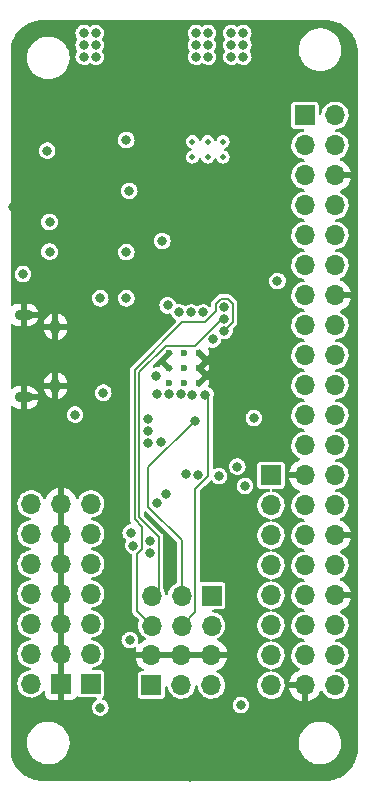
<source format=gbr>
%TF.GenerationSoftware,KiCad,Pcbnew,(6.0.0-0)*%
%TF.CreationDate,2022-01-13T06:26:05-05:00*%
%TF.ProjectId,piUAV,70695541-562e-46b6-9963-61645f706362,rev?*%
%TF.SameCoordinates,Original*%
%TF.FileFunction,Copper,L2,Inr*%
%TF.FilePolarity,Positive*%
%FSLAX46Y46*%
G04 Gerber Fmt 4.6, Leading zero omitted, Abs format (unit mm)*
G04 Created by KiCad (PCBNEW (6.0.0-0)) date 2022-01-13 06:26:05*
%MOMM*%
%LPD*%
G01*
G04 APERTURE LIST*
%TA.AperFunction,ComponentPad*%
%ADD10R,1.700000X1.700000*%
%TD*%
%TA.AperFunction,ComponentPad*%
%ADD11O,1.700000X1.700000*%
%TD*%
%TA.AperFunction,ComponentPad*%
%ADD12C,0.600000*%
%TD*%
%TA.AperFunction,ComponentPad*%
%ADD13C,0.499999*%
%TD*%
%TA.AperFunction,ComponentPad*%
%ADD14O,1.550000X0.890000*%
%TD*%
%TA.AperFunction,ComponentPad*%
%ADD15O,0.950000X1.250000*%
%TD*%
%TA.AperFunction,ViaPad*%
%ADD16C,0.800000*%
%TD*%
%TA.AperFunction,Conductor*%
%ADD17C,0.200000*%
%TD*%
G04 APERTURE END LIST*
D10*
%TO.N,3V3_IO*%
%TO.C,J6*%
X122225000Y-100600000D03*
D11*
%TO.N,GND*%
X122225000Y-98060000D03*
%TO.N,+5V*%
X124765000Y-100600000D03*
%TO.N,GND*%
X124765000Y-98060000D03*
%TO.N,+5V*%
X127305000Y-100600000D03*
%TO.N,GND*%
X127305000Y-98060000D03*
%TD*%
D12*
%TO.N,GND*%
%TO.C,U1*%
X125000000Y-73750000D03*
X126275000Y-75025000D03*
X125000000Y-75025000D03*
X126275000Y-72475000D03*
X126275000Y-73750000D03*
X125000000Y-72475000D03*
X123725000Y-72475000D03*
X123725000Y-75025000D03*
X123725000Y-73750000D03*
%TD*%
D10*
%TO.N,3V3_IO*%
%TO.C,J2*%
X127325000Y-93025000D03*
D11*
X127325000Y-95565000D03*
%TO.N,FC_UART1_TX*%
X124785000Y-93025000D03*
%TO.N,FC_UART1_RX*%
X124785000Y-95565000D03*
%TO.N,FC_UART0_TX*%
X122245000Y-93025000D03*
%TO.N,FC_UART0_RX*%
X122245000Y-95565000D03*
%TD*%
D10*
%TO.N,FC_SERVO_1*%
%TO.C,J3*%
X117100000Y-100500000D03*
D11*
%TO.N,FC_SERVO_2*%
X117100000Y-97960000D03*
%TO.N,FC_SERVO_3*%
X117100000Y-95420000D03*
%TO.N,FC_SERVO_4*%
X117100000Y-92880000D03*
%TO.N,FC_SERVO_5*%
X117100000Y-90340000D03*
%TO.N,FC_SERVO_6*%
X117100000Y-87800000D03*
%TO.N,FC_RADIO_PPM*%
X117100000Y-85260000D03*
%TD*%
D10*
%TO.N,+3V3*%
%TO.C,J7*%
X135225000Y-52375000D03*
D11*
%TO.N,REG_5VIN*%
X137765000Y-52375000D03*
%TO.N,unconnected-(J7-Pad3)*%
X135225000Y-54915000D03*
%TO.N,REG_5VIN*%
X137765000Y-54915000D03*
%TO.N,unconnected-(J7-Pad5)*%
X135225000Y-57455000D03*
%TO.N,GND*%
X137765000Y-57455000D03*
%TO.N,unconnected-(J7-Pad7)*%
X135225000Y-59995000D03*
%TO.N,Net-(J7-Pad8)*%
X137765000Y-59995000D03*
%TO.N,unconnected-(J7-Pad9)*%
X135225000Y-62535000D03*
%TO.N,Net-(J7-Pad10)*%
X137765000Y-62535000D03*
%TO.N,DISP_RESET*%
X135225000Y-65075000D03*
%TO.N,unconnected-(J7-Pad12)*%
X137765000Y-65075000D03*
%TO.N,unconnected-(J7-Pad13)*%
X135225000Y-67615000D03*
%TO.N,GND*%
X137765000Y-67615000D03*
%TO.N,unconnected-(J7-Pad15)*%
X135225000Y-70155000D03*
%TO.N,unconnected-(J7-Pad16)*%
X137765000Y-70155000D03*
%TO.N,DISP_VCC*%
X135225000Y-72695000D03*
%TO.N,DISP_BUSY*%
X137765000Y-72695000D03*
%TO.N,DISP_DIN*%
X135225000Y-75235000D03*
%TO.N,DISP_GND*%
X137765000Y-75235000D03*
%TO.N,unconnected-(J7-Pad21)*%
X135225000Y-77775000D03*
%TO.N,DISP_DC*%
X137765000Y-77775000D03*
%TO.N,DISP_CLK*%
X135225000Y-80315000D03*
%TO.N,DISP_CS*%
X137765000Y-80315000D03*
%TO.N,GND*%
X135225000Y-82855000D03*
%TO.N,unconnected-(J7-Pad26)*%
X137765000Y-82855000D03*
%TO.N,unconnected-(J7-Pad27)*%
X135225000Y-85395000D03*
%TO.N,unconnected-(J7-Pad28)*%
X137765000Y-85395000D03*
%TO.N,unconnected-(J7-Pad29)*%
X135225000Y-87935000D03*
%TO.N,GND*%
X137765000Y-87935000D03*
%TO.N,unconnected-(J7-Pad31)*%
X135225000Y-90475000D03*
%TO.N,unconnected-(J7-Pad32)*%
X137765000Y-90475000D03*
%TO.N,unconnected-(J7-Pad33)*%
X135225000Y-93015000D03*
%TO.N,GND*%
X137765000Y-93015000D03*
%TO.N,unconnected-(J7-Pad35)*%
X135225000Y-95555000D03*
%TO.N,unconnected-(J7-Pad36)*%
X137765000Y-95555000D03*
%TO.N,unconnected-(J7-Pad37)*%
X135225000Y-98095000D03*
%TO.N,unconnected-(J7-Pad38)*%
X137765000Y-98095000D03*
%TO.N,GND*%
X135225000Y-100635000D03*
%TO.N,unconnected-(J7-Pad40)*%
X137765000Y-100635000D03*
%TD*%
D10*
%TO.N,GND*%
%TO.C,J5*%
X114575000Y-100500000D03*
D11*
%TO.N,+5V*%
X112035000Y-100500000D03*
%TO.N,GND*%
X114575000Y-97960000D03*
%TO.N,+5V*%
X112035000Y-97960000D03*
%TO.N,GND*%
X114575000Y-95420000D03*
%TO.N,+5V*%
X112035000Y-95420000D03*
%TO.N,GND*%
X114575000Y-92880000D03*
%TO.N,+5V*%
X112035000Y-92880000D03*
%TO.N,GND*%
X114575000Y-90340000D03*
%TO.N,+5V*%
X112035000Y-90340000D03*
%TO.N,GND*%
X114575000Y-87800000D03*
%TO.N,+5V*%
X112035000Y-87800000D03*
%TO.N,GND*%
X114575000Y-85260000D03*
%TO.N,+5V*%
X112035000Y-85260000D03*
%TD*%
D13*
%TO.N,N/C*%
%TO.C,U5*%
X127000000Y-55900001D03*
X125700000Y-55900001D03*
X125700000Y-54599999D03*
X128300000Y-55900001D03*
X128300000Y-54599999D03*
X127000000Y-54599999D03*
%TD*%
D14*
%TO.N,GND*%
%TO.C,J1*%
X111400000Y-76250000D03*
X111400000Y-69250000D03*
D15*
X114100000Y-70250000D03*
X114100000Y-75250000D03*
%TD*%
D10*
%TO.N,DISP_VCC*%
%TO.C,J8*%
X132350000Y-82840000D03*
D11*
%TO.N,DISP_GND*%
X132350000Y-85380000D03*
%TO.N,DISP_DIN*%
X132350000Y-87920000D03*
%TO.N,DISP_CLK*%
X132350000Y-90460000D03*
%TO.N,DISP_CS*%
X132350000Y-93000000D03*
%TO.N,DISP_DC*%
X132350000Y-95540000D03*
%TO.N,DISP_RESET*%
X132350000Y-98080000D03*
%TO.N,DISP_BUSY*%
X132350000Y-100620000D03*
%TD*%
D16*
%TO.N,+1V1*%
X120100000Y-67850000D03*
X127415319Y-71337955D03*
X122650000Y-74400000D03*
%TO.N,GND*%
X133500000Y-46400000D03*
X124800000Y-55250000D03*
X127600000Y-90350000D03*
X115750000Y-59100000D03*
X123700000Y-46400000D03*
X120800000Y-47400000D03*
X125500000Y-108400000D03*
X131300000Y-76000000D03*
X129100000Y-55250000D03*
X129200000Y-50150000D03*
X125500000Y-106400000D03*
X132500000Y-45400000D03*
X118155591Y-62994357D03*
X119250000Y-101800000D03*
X133500000Y-45400000D03*
X132500000Y-47400000D03*
X122700000Y-45400000D03*
X119750000Y-77650000D03*
X131300000Y-68900000D03*
X120800000Y-45400000D03*
X110550000Y-60150000D03*
X119800000Y-47400000D03*
X123600000Y-91800000D03*
X128900000Y-85850000D03*
X134100000Y-103250000D03*
X123700000Y-47400000D03*
X123150000Y-64100000D03*
X132500000Y-46400000D03*
X126400000Y-50150000D03*
X125500000Y-104300000D03*
X113600000Y-51499500D03*
X123700000Y-45400000D03*
X122700000Y-47400000D03*
X112700000Y-60050000D03*
X120800000Y-46400000D03*
X119800000Y-46400000D03*
X111400000Y-83000000D03*
X122700000Y-46400000D03*
X133500000Y-47400000D03*
X119800000Y-45400000D03*
X118950000Y-67850000D03*
%TO.N,/3V_MCU*%
X120100000Y-63950000D03*
X122700994Y-75950000D03*
X113600000Y-63900000D03*
X125696962Y-76021212D03*
%TO.N,3V3_IO*%
X123600000Y-68450000D03*
X117900000Y-67850000D03*
X113600000Y-61400000D03*
X115752125Y-77702125D03*
X126145137Y-82780429D03*
%TO.N,REG_5VIN*%
X120350000Y-58750000D03*
%TO.N,+3V3*%
X120100000Y-54450000D03*
%TO.N,VCC*%
X130000000Y-45400000D03*
X130000000Y-47400000D03*
X129000000Y-45400000D03*
X129000000Y-46400000D03*
X116500000Y-47400000D03*
X116500000Y-46400000D03*
X127000000Y-45400000D03*
X129000000Y-47400000D03*
X127000000Y-47400000D03*
X117500000Y-45400000D03*
X126000000Y-47400000D03*
X116500000Y-45400000D03*
X117500000Y-47400000D03*
X127000000Y-46400000D03*
X117500000Y-46400000D03*
X126000000Y-46400000D03*
X126000000Y-45400000D03*
X130000000Y-46400000D03*
%TO.N,+5V*%
X113400000Y-55350000D03*
X123150000Y-63000000D03*
X111350000Y-65800000D03*
%TO.N,FC_STATUS_BLUE*%
X132900000Y-66400000D03*
X124600000Y-69050000D03*
X129500000Y-82100000D03*
%TO.N,FC_STATUS_RED*%
X127943668Y-82900000D03*
X126599503Y-69050000D03*
X120400000Y-96800000D03*
X130140111Y-83740111D03*
%TO.N,FC_STATUS_GREEN*%
X125600000Y-69050000D03*
X120705080Y-88800000D03*
%TO.N,FC_UART1_TX*%
X125899500Y-78222534D03*
%TO.N,FC_UART1_RX*%
X126800000Y-76000000D03*
%TO.N,FC_UART0_TX*%
X128400000Y-69600000D03*
%TO.N,FC_UART0_RX*%
X128400000Y-70600000D03*
%TO.N,FC_SERVO_1*%
X120481973Y-87701325D03*
X125115957Y-82748316D03*
%TO.N,FC_SPI0_MISO*%
X121924500Y-78100000D03*
%TO.N,FC_SPI0_SCK*%
X121924500Y-80099006D03*
%TO.N,FC_SPI0_MOSI*%
X123031375Y-79981375D03*
%TO.N,FC_SPI0_CS*%
X121924500Y-79099503D03*
%TO.N,DISP_VCC*%
X130900000Y-78000000D03*
%TO.N,FC_BOOTSEL*%
X118150000Y-75849500D03*
X129800000Y-102300000D03*
%TO.N,FC_I2C0_SCL*%
X122150000Y-88400000D03*
X123500000Y-84400500D03*
X124700000Y-75950000D03*
%TO.N,FC_I2C0_SDA*%
X122679399Y-85214946D03*
X123700497Y-75950000D03*
X122150000Y-89450000D03*
%TO.N,FC_RUN*%
X117900000Y-102500000D03*
X128400000Y-68600497D03*
%TD*%
D17*
%TO.N,FC_UART1_TX*%
X121979888Y-82142146D02*
X125899500Y-78222534D01*
X124785000Y-88309806D02*
X121979888Y-85504694D01*
X124785000Y-93025000D02*
X124785000Y-88309806D01*
X121979888Y-85504694D02*
X121979888Y-82142146D01*
%TO.N,FC_UART1_RX*%
X125934511Y-83980314D02*
X127000000Y-82914825D01*
X125934511Y-94415489D02*
X125934511Y-83980314D01*
X124785000Y-95565000D02*
X125934511Y-94415489D01*
X127000000Y-82914825D02*
X127000000Y-76200000D01*
X127000000Y-76200000D02*
X126800000Y-76000000D01*
%TO.N,FC_UART0_TX*%
X122849511Y-88049511D02*
X122849511Y-92420489D01*
X123424511Y-71875489D02*
X121200000Y-74100000D01*
X121200000Y-86400000D02*
X122849511Y-88049511D01*
X122849511Y-92420489D02*
X122245000Y-93025000D01*
X121200000Y-74100000D02*
X121200000Y-86400000D01*
X128400000Y-69600000D02*
X128164015Y-69600000D01*
X128164015Y-69600000D02*
X125888526Y-71875489D01*
X125888526Y-71875489D02*
X123424511Y-71875489D01*
%TO.N,FC_UART0_RX*%
X120994828Y-94314828D02*
X120994828Y-89499511D01*
X127700489Y-68938273D02*
X127700489Y-68310749D01*
X121417497Y-87182503D02*
X120800480Y-86565486D01*
X124834994Y-69900000D02*
X126738762Y-69900000D01*
X120800481Y-73934513D02*
X124834994Y-69900000D01*
X129100000Y-68311238D02*
X129100000Y-69900000D01*
X121417497Y-89076842D02*
X121417497Y-87182503D01*
X128110252Y-67900986D02*
X128689748Y-67900986D01*
X120800480Y-86565486D02*
X120800481Y-73934513D01*
X122245000Y-95565000D02*
X120994828Y-94314828D01*
X128689748Y-67900986D02*
X129100000Y-68311238D01*
X126738762Y-69900000D02*
X127700489Y-68938273D01*
X129100000Y-69900000D02*
X128400000Y-70600000D01*
X127700489Y-68310749D02*
X128110252Y-67900986D01*
X120994828Y-89499511D02*
X121417497Y-89076842D01*
%TD*%
%TA.AperFunction,Conductor*%
%TO.N,GND*%
G36*
X136984608Y-44301914D02*
G01*
X137000000Y-44304628D01*
X137010855Y-44302714D01*
X137021361Y-44302714D01*
X137034476Y-44301936D01*
X137295243Y-44316580D01*
X137309275Y-44318161D01*
X137451555Y-44342336D01*
X137593830Y-44366510D01*
X137607605Y-44369654D01*
X137884955Y-44449557D01*
X137898292Y-44454224D01*
X138062003Y-44522035D01*
X138164953Y-44564678D01*
X138177676Y-44570805D01*
X138329009Y-44654444D01*
X138430294Y-44710423D01*
X138442257Y-44717940D01*
X138633597Y-44853702D01*
X138677648Y-44884958D01*
X138688695Y-44893767D01*
X138882340Y-45066819D01*
X138903912Y-45086097D01*
X138913902Y-45096087D01*
X139035404Y-45232047D01*
X139106232Y-45311304D01*
X139115042Y-45322352D01*
X139282060Y-45557743D01*
X139289577Y-45569706D01*
X139328919Y-45640889D01*
X139421977Y-45809263D01*
X139429193Y-45822320D01*
X139435322Y-45835047D01*
X139452962Y-45877634D01*
X139545776Y-46101708D01*
X139550443Y-46115045D01*
X139630346Y-46392395D01*
X139633490Y-46406170D01*
X139658538Y-46553586D01*
X139681838Y-46690720D01*
X139683420Y-46704757D01*
X139695915Y-46927250D01*
X139698064Y-46965522D01*
X139697286Y-46978639D01*
X139697286Y-46989145D01*
X139695372Y-47000000D01*
X139697286Y-47010855D01*
X139698086Y-47015392D01*
X139700000Y-47037271D01*
X139700000Y-105962729D01*
X139698086Y-105984608D01*
X139695372Y-106000000D01*
X139697286Y-106010855D01*
X139697286Y-106021361D01*
X139698064Y-106034478D01*
X139683420Y-106295239D01*
X139681838Y-106309280D01*
X139633490Y-106593830D01*
X139630346Y-106607605D01*
X139550443Y-106884955D01*
X139545776Y-106898292D01*
X139461773Y-107101096D01*
X139435324Y-107164949D01*
X139429195Y-107177676D01*
X139413151Y-107206705D01*
X139289577Y-107430294D01*
X139282060Y-107442257D01*
X139115042Y-107677648D01*
X139106232Y-107688696D01*
X138913903Y-107903912D01*
X138903912Y-107913903D01*
X138688696Y-108106232D01*
X138677648Y-108115042D01*
X138442257Y-108282060D01*
X138430294Y-108289577D01*
X138177676Y-108429195D01*
X138164953Y-108435322D01*
X138062003Y-108477965D01*
X137898292Y-108545776D01*
X137884955Y-108550443D01*
X137607605Y-108630346D01*
X137593830Y-108633490D01*
X137451555Y-108657664D01*
X137309275Y-108681839D01*
X137295243Y-108683420D01*
X137034476Y-108698064D01*
X137021361Y-108697286D01*
X137010855Y-108697286D01*
X137000000Y-108695372D01*
X136989145Y-108697286D01*
X136984608Y-108698086D01*
X136962729Y-108700000D01*
X113037271Y-108700000D01*
X113015392Y-108698086D01*
X113010855Y-108697286D01*
X113000000Y-108695372D01*
X112989145Y-108697286D01*
X112978639Y-108697286D01*
X112965524Y-108698064D01*
X112704757Y-108683420D01*
X112690725Y-108681839D01*
X112548445Y-108657664D01*
X112406170Y-108633490D01*
X112392395Y-108630346D01*
X112115045Y-108550443D01*
X112101708Y-108545776D01*
X111937997Y-108477965D01*
X111835047Y-108435322D01*
X111822324Y-108429195D01*
X111569706Y-108289577D01*
X111557743Y-108282060D01*
X111322352Y-108115042D01*
X111311304Y-108106232D01*
X111096088Y-107913903D01*
X111086097Y-107903912D01*
X110893768Y-107688696D01*
X110884958Y-107677648D01*
X110717940Y-107442257D01*
X110710423Y-107430294D01*
X110586849Y-107206705D01*
X110570805Y-107177676D01*
X110564676Y-107164949D01*
X110538228Y-107101096D01*
X110454224Y-106898292D01*
X110449557Y-106884955D01*
X110369654Y-106607605D01*
X110366510Y-106593830D01*
X110318162Y-106309280D01*
X110316580Y-106295239D01*
X110301936Y-106034478D01*
X110302714Y-106021361D01*
X110302714Y-106010855D01*
X110304628Y-106000000D01*
X110301914Y-105984608D01*
X110300000Y-105962729D01*
X110300000Y-105452749D01*
X111695572Y-105452749D01*
X111696333Y-105468588D01*
X111708408Y-105719980D01*
X111760602Y-105982378D01*
X111851008Y-106234179D01*
X111977639Y-106469851D01*
X111980434Y-106473594D01*
X111980436Y-106473597D01*
X112134922Y-106680479D01*
X112134927Y-106680485D01*
X112137714Y-106684217D01*
X112141023Y-106687497D01*
X112141028Y-106687503D01*
X112324399Y-106869281D01*
X112327716Y-106872569D01*
X112331478Y-106875327D01*
X112331481Y-106875330D01*
X112443269Y-106957296D01*
X112543471Y-107030767D01*
X112547606Y-107032943D01*
X112547610Y-107032945D01*
X112672465Y-107098634D01*
X112780239Y-107155337D01*
X113032819Y-107243542D01*
X113037412Y-107244414D01*
X113291074Y-107292573D01*
X113291077Y-107292573D01*
X113295663Y-107293444D01*
X113422621Y-107298432D01*
X113558327Y-107303764D01*
X113558332Y-107303764D01*
X113562995Y-107303947D01*
X113666851Y-107292573D01*
X113824291Y-107275331D01*
X113824296Y-107275330D01*
X113828944Y-107274821D01*
X113953607Y-107242000D01*
X114083143Y-107207896D01*
X114083145Y-107207895D01*
X114087666Y-107206705D01*
X114203637Y-107156880D01*
X114329184Y-107102941D01*
X114329186Y-107102940D01*
X114333478Y-107101096D01*
X114560980Y-106960314D01*
X114765174Y-106787451D01*
X114843309Y-106698355D01*
X114938493Y-106589819D01*
X114938496Y-106589814D01*
X114941575Y-106586304D01*
X114961980Y-106554581D01*
X115083781Y-106365220D01*
X115083783Y-106365217D01*
X115086306Y-106361294D01*
X115196189Y-106117362D01*
X115240442Y-105960454D01*
X115267540Y-105864372D01*
X115267541Y-105864369D01*
X115268810Y-105859868D01*
X115302573Y-105594469D01*
X115305047Y-105500000D01*
X115301536Y-105452749D01*
X134695572Y-105452749D01*
X134696333Y-105468588D01*
X134708408Y-105719980D01*
X134760602Y-105982378D01*
X134851008Y-106234179D01*
X134977639Y-106469851D01*
X134980434Y-106473594D01*
X134980436Y-106473597D01*
X135134922Y-106680479D01*
X135134927Y-106680485D01*
X135137714Y-106684217D01*
X135141023Y-106687497D01*
X135141028Y-106687503D01*
X135324399Y-106869281D01*
X135327716Y-106872569D01*
X135331478Y-106875327D01*
X135331481Y-106875330D01*
X135443269Y-106957296D01*
X135543471Y-107030767D01*
X135547606Y-107032943D01*
X135547610Y-107032945D01*
X135672465Y-107098634D01*
X135780239Y-107155337D01*
X136032819Y-107243542D01*
X136037412Y-107244414D01*
X136291074Y-107292573D01*
X136291077Y-107292573D01*
X136295663Y-107293444D01*
X136422621Y-107298432D01*
X136558327Y-107303764D01*
X136558332Y-107303764D01*
X136562995Y-107303947D01*
X136666851Y-107292573D01*
X136824291Y-107275331D01*
X136824296Y-107275330D01*
X136828944Y-107274821D01*
X136953607Y-107242000D01*
X137083143Y-107207896D01*
X137083145Y-107207895D01*
X137087666Y-107206705D01*
X137203637Y-107156880D01*
X137329184Y-107102941D01*
X137329186Y-107102940D01*
X137333478Y-107101096D01*
X137560980Y-106960314D01*
X137765174Y-106787451D01*
X137843309Y-106698355D01*
X137938493Y-106589819D01*
X137938496Y-106589814D01*
X137941575Y-106586304D01*
X137961980Y-106554581D01*
X138083781Y-106365220D01*
X138083783Y-106365217D01*
X138086306Y-106361294D01*
X138196189Y-106117362D01*
X138240442Y-105960454D01*
X138267540Y-105864372D01*
X138267541Y-105864369D01*
X138268810Y-105859868D01*
X138302573Y-105594469D01*
X138305047Y-105500000D01*
X138288796Y-105281317D01*
X138285566Y-105237849D01*
X138285565Y-105237845D01*
X138285220Y-105233197D01*
X138226175Y-104972255D01*
X138129209Y-104722907D01*
X138114427Y-104697043D01*
X138029227Y-104547976D01*
X137996452Y-104490631D01*
X137830820Y-104280528D01*
X137635953Y-104097215D01*
X137416131Y-103944719D01*
X137411940Y-103942652D01*
X137180371Y-103828455D01*
X137180368Y-103828454D01*
X137176183Y-103826390D01*
X137128805Y-103811224D01*
X137075104Y-103794034D01*
X136921380Y-103744827D01*
X136916773Y-103744077D01*
X136916770Y-103744076D01*
X136661931Y-103702573D01*
X136661932Y-103702573D01*
X136657320Y-103701822D01*
X136527414Y-103700121D01*
X136394482Y-103698381D01*
X136394479Y-103698381D01*
X136389805Y-103698320D01*
X136124710Y-103734398D01*
X136120224Y-103735706D01*
X136120222Y-103735706D01*
X136051454Y-103755750D01*
X135867859Y-103809263D01*
X135863606Y-103811224D01*
X135863605Y-103811224D01*
X135826228Y-103828455D01*
X135624896Y-103921270D01*
X135620987Y-103923833D01*
X135405070Y-104065394D01*
X135405065Y-104065398D01*
X135401157Y-104067960D01*
X135201558Y-104246109D01*
X135030483Y-104451804D01*
X134891691Y-104680526D01*
X134788231Y-104927250D01*
X134722376Y-105186557D01*
X134695572Y-105452749D01*
X115301536Y-105452749D01*
X115288796Y-105281317D01*
X115285566Y-105237849D01*
X115285565Y-105237845D01*
X115285220Y-105233197D01*
X115226175Y-104972255D01*
X115129209Y-104722907D01*
X115114427Y-104697043D01*
X115029227Y-104547976D01*
X114996452Y-104490631D01*
X114830820Y-104280528D01*
X114635953Y-104097215D01*
X114416131Y-103944719D01*
X114411940Y-103942652D01*
X114180371Y-103828455D01*
X114180368Y-103828454D01*
X114176183Y-103826390D01*
X114128805Y-103811224D01*
X114075104Y-103794034D01*
X113921380Y-103744827D01*
X113916773Y-103744077D01*
X113916770Y-103744076D01*
X113661931Y-103702573D01*
X113661932Y-103702573D01*
X113657320Y-103701822D01*
X113527414Y-103700121D01*
X113394482Y-103698381D01*
X113394479Y-103698381D01*
X113389805Y-103698320D01*
X113124710Y-103734398D01*
X113120224Y-103735706D01*
X113120222Y-103735706D01*
X113051454Y-103755750D01*
X112867859Y-103809263D01*
X112863606Y-103811224D01*
X112863605Y-103811224D01*
X112826228Y-103828455D01*
X112624896Y-103921270D01*
X112620987Y-103923833D01*
X112405070Y-104065394D01*
X112405065Y-104065398D01*
X112401157Y-104067960D01*
X112201558Y-104246109D01*
X112030483Y-104451804D01*
X111891691Y-104680526D01*
X111788231Y-104927250D01*
X111722376Y-105186557D01*
X111695572Y-105452749D01*
X110300000Y-105452749D01*
X110300000Y-100469754D01*
X110879967Y-100469754D01*
X110893796Y-100680749D01*
X110895217Y-100686345D01*
X110895218Y-100686350D01*
X110922808Y-100794982D01*
X110945845Y-100885690D01*
X110948262Y-100890933D01*
X110998586Y-101000095D01*
X111034369Y-101077714D01*
X111156405Y-101250391D01*
X111175913Y-101269395D01*
X111300727Y-101390983D01*
X111307865Y-101397937D01*
X111312661Y-101401142D01*
X111312664Y-101401144D01*
X111394318Y-101455703D01*
X111483677Y-101515411D01*
X111488985Y-101517692D01*
X111488986Y-101517692D01*
X111672650Y-101596600D01*
X111672653Y-101596601D01*
X111677953Y-101598878D01*
X111683582Y-101600152D01*
X111683583Y-101600152D01*
X111878550Y-101644269D01*
X111878553Y-101644269D01*
X111884186Y-101645544D01*
X111889957Y-101645771D01*
X111889959Y-101645771D01*
X111951989Y-101648208D01*
X112095470Y-101653846D01*
X112101179Y-101653018D01*
X112101183Y-101653018D01*
X112299015Y-101624333D01*
X112299019Y-101624332D01*
X112304730Y-101623504D01*
X112373523Y-101600152D01*
X112499483Y-101557395D01*
X112499488Y-101557393D01*
X112504955Y-101555537D01*
X112539584Y-101536144D01*
X112684395Y-101455046D01*
X112684399Y-101455043D01*
X112689442Y-101452219D01*
X112852012Y-101317012D01*
X112904051Y-101254442D01*
X112983526Y-101158883D01*
X112983528Y-101158879D01*
X112987219Y-101154442D01*
X112988141Y-101152795D01*
X113042230Y-101108782D01*
X113112783Y-101100857D01*
X113176421Y-101132334D01*
X113212938Y-101193220D01*
X113217001Y-101224960D01*
X113217001Y-101394669D01*
X113217371Y-101401490D01*
X113222895Y-101452352D01*
X113226521Y-101467604D01*
X113271676Y-101588054D01*
X113280214Y-101603649D01*
X113356715Y-101705724D01*
X113369276Y-101718285D01*
X113471351Y-101794786D01*
X113486946Y-101803324D01*
X113607394Y-101848478D01*
X113622649Y-101852105D01*
X113673514Y-101857631D01*
X113680328Y-101858000D01*
X114302885Y-101858000D01*
X114318124Y-101853525D01*
X114319329Y-101852135D01*
X114321000Y-101844452D01*
X114321000Y-101839884D01*
X114829000Y-101839884D01*
X114833475Y-101855123D01*
X114834865Y-101856328D01*
X114842548Y-101857999D01*
X115469669Y-101857999D01*
X115476490Y-101857629D01*
X115527352Y-101852105D01*
X115542604Y-101848479D01*
X115663054Y-101803324D01*
X115678649Y-101794786D01*
X115780724Y-101718285D01*
X115793285Y-101705724D01*
X115872112Y-101600545D01*
X115928971Y-101558030D01*
X115999789Y-101553004D01*
X116061955Y-101586936D01*
X116069054Y-101594023D01*
X116069056Y-101594024D01*
X116077287Y-101602241D01*
X116087924Y-101606944D01*
X116087926Y-101606945D01*
X116123593Y-101622713D01*
X116179673Y-101647506D01*
X116205354Y-101650500D01*
X117499652Y-101650500D01*
X117567773Y-101670502D01*
X117614266Y-101724158D01*
X117624370Y-101794432D01*
X117594876Y-101859012D01*
X117557443Y-101888466D01*
X117503369Y-101916375D01*
X117375604Y-102027831D01*
X117371237Y-102034045D01*
X117297319Y-102139220D01*
X117278113Y-102166547D01*
X117216524Y-102324513D01*
X117215532Y-102332046D01*
X117215532Y-102332047D01*
X117198538Y-102461135D01*
X117194394Y-102492611D01*
X117212999Y-102661135D01*
X117271266Y-102820356D01*
X117275502Y-102826659D01*
X117275502Y-102826660D01*
X117288574Y-102846113D01*
X117365830Y-102961083D01*
X117371442Y-102966190D01*
X117371445Y-102966193D01*
X117485612Y-103070077D01*
X117485616Y-103070080D01*
X117491233Y-103075191D01*
X117497906Y-103078814D01*
X117497910Y-103078817D01*
X117633558Y-103152467D01*
X117633560Y-103152468D01*
X117640235Y-103156092D01*
X117647584Y-103158020D01*
X117796883Y-103197188D01*
X117796885Y-103197188D01*
X117804233Y-103199116D01*
X117890609Y-103200473D01*
X117966161Y-103201660D01*
X117966164Y-103201660D01*
X117973760Y-103201779D01*
X117981165Y-103200083D01*
X117981166Y-103200083D01*
X118041586Y-103186245D01*
X118139029Y-103163928D01*
X118290498Y-103087747D01*
X118419423Y-102977634D01*
X118518361Y-102839947D01*
X118526237Y-102820356D01*
X118578766Y-102689687D01*
X118578767Y-102689685D01*
X118581601Y-102682634D01*
X118605490Y-102514778D01*
X118605645Y-102500000D01*
X118603840Y-102485080D01*
X118586188Y-102339220D01*
X118585276Y-102331680D01*
X118570513Y-102292611D01*
X129094394Y-102292611D01*
X129112999Y-102461135D01*
X129171266Y-102620356D01*
X129175502Y-102626659D01*
X129175502Y-102626660D01*
X129188574Y-102646113D01*
X129265830Y-102761083D01*
X129271442Y-102766190D01*
X129271445Y-102766193D01*
X129385612Y-102870077D01*
X129385616Y-102870080D01*
X129391233Y-102875191D01*
X129397906Y-102878814D01*
X129397910Y-102878817D01*
X129533558Y-102952467D01*
X129533560Y-102952468D01*
X129540235Y-102956092D01*
X129547584Y-102958020D01*
X129696883Y-102997188D01*
X129696885Y-102997188D01*
X129704233Y-102999116D01*
X129790609Y-103000473D01*
X129866161Y-103001660D01*
X129866164Y-103001660D01*
X129873760Y-103001779D01*
X129881165Y-103000083D01*
X129881166Y-103000083D01*
X129941586Y-102986245D01*
X130039029Y-102963928D01*
X130190498Y-102887747D01*
X130319423Y-102777634D01*
X130418361Y-102639947D01*
X130426237Y-102620356D01*
X130478766Y-102489687D01*
X130478767Y-102489685D01*
X130481601Y-102482634D01*
X130488877Y-102431511D01*
X130504909Y-102318862D01*
X130504909Y-102318859D01*
X130505490Y-102314778D01*
X130505645Y-102300000D01*
X130503840Y-102285080D01*
X130490352Y-102173627D01*
X130485276Y-102131680D01*
X130425345Y-101973077D01*
X130420857Y-101966547D01*
X130333614Y-101839608D01*
X130333613Y-101839607D01*
X130329312Y-101833349D01*
X130317514Y-101822837D01*
X130208392Y-101725612D01*
X130208388Y-101725610D01*
X130202721Y-101720560D01*
X130168123Y-101702241D01*
X130117687Y-101675537D01*
X130052881Y-101641224D01*
X129888441Y-101599919D01*
X129880843Y-101599879D01*
X129880841Y-101599879D01*
X129803668Y-101599475D01*
X129718895Y-101599031D01*
X129711508Y-101600805D01*
X129711504Y-101600805D01*
X129584184Y-101631373D01*
X129554032Y-101638612D01*
X129547288Y-101642093D01*
X129547285Y-101642094D01*
X129421639Y-101706945D01*
X129403369Y-101716375D01*
X129397647Y-101721367D01*
X129397645Y-101721368D01*
X129361364Y-101753018D01*
X129275604Y-101827831D01*
X129248969Y-101865729D01*
X129187271Y-101953517D01*
X129178113Y-101966547D01*
X129116524Y-102124513D01*
X129115532Y-102132046D01*
X129115532Y-102132047D01*
X129110131Y-102173077D01*
X129094394Y-102292611D01*
X118570513Y-102292611D01*
X118525345Y-102173077D01*
X118497146Y-102132047D01*
X118433614Y-102039608D01*
X118433613Y-102039607D01*
X118429312Y-102033349D01*
X118354641Y-101966819D01*
X118308392Y-101925612D01*
X118308388Y-101925610D01*
X118302721Y-101920560D01*
X118266597Y-101901433D01*
X118190758Y-101861279D01*
X118152881Y-101841224D01*
X118144031Y-101839001D01*
X118143065Y-101838433D01*
X118138423Y-101836651D01*
X118138720Y-101835877D01*
X118082836Y-101803006D01*
X118050815Y-101739640D01*
X118058136Y-101669022D01*
X118103362Y-101612956D01*
X118112521Y-101606662D01*
X118123153Y-101601939D01*
X118135026Y-101590046D01*
X118162697Y-101562326D01*
X118202241Y-101522713D01*
X118207217Y-101511459D01*
X118233348Y-101452352D01*
X118247506Y-101420327D01*
X118250500Y-101394646D01*
X118250500Y-99605354D01*
X118247382Y-99579154D01*
X118220637Y-99518941D01*
X118206663Y-99487482D01*
X118201939Y-99476847D01*
X118193444Y-99468366D01*
X118137841Y-99412861D01*
X118122713Y-99397759D01*
X118112076Y-99393056D01*
X118112074Y-99393055D01*
X118047567Y-99364537D01*
X118020327Y-99352494D01*
X117994646Y-99349500D01*
X117282291Y-99349500D01*
X117214170Y-99329498D01*
X117167677Y-99275842D01*
X117157573Y-99205568D01*
X117187067Y-99140988D01*
X117246793Y-99102604D01*
X117264211Y-99098804D01*
X117364013Y-99084333D01*
X117364014Y-99084333D01*
X117369730Y-99083504D01*
X117448987Y-99056600D01*
X117564483Y-99017395D01*
X117564488Y-99017393D01*
X117569955Y-99015537D01*
X117604584Y-98996144D01*
X117749395Y-98915046D01*
X117749399Y-98915043D01*
X117754442Y-98912219D01*
X117917012Y-98777012D01*
X118052219Y-98614442D01*
X118055043Y-98609399D01*
X118055046Y-98609395D01*
X118152713Y-98434998D01*
X118152714Y-98434996D01*
X118155537Y-98429955D01*
X118157393Y-98424488D01*
X118157395Y-98424483D01*
X118190158Y-98327966D01*
X120893257Y-98327966D01*
X120923565Y-98462446D01*
X120926645Y-98472275D01*
X121006770Y-98669603D01*
X121011413Y-98678794D01*
X121122694Y-98860388D01*
X121128777Y-98868699D01*
X121268213Y-99029667D01*
X121275580Y-99036883D01*
X121439434Y-99172916D01*
X121447876Y-99178828D01*
X121509284Y-99214712D01*
X121558007Y-99266351D01*
X121571078Y-99336134D01*
X121544346Y-99401906D01*
X121486299Y-99442784D01*
X121445713Y-99449500D01*
X121330354Y-99449500D01*
X121326650Y-99449941D01*
X121326647Y-99449941D01*
X121319254Y-99450821D01*
X121304154Y-99452618D01*
X121295514Y-99456456D01*
X121295513Y-99456456D01*
X121223032Y-99488651D01*
X121201847Y-99498061D01*
X121193628Y-99506294D01*
X121193627Y-99506295D01*
X121181003Y-99518941D01*
X121122759Y-99577287D01*
X121118056Y-99587924D01*
X121118055Y-99587926D01*
X121107012Y-99612905D01*
X121077494Y-99679673D01*
X121074500Y-99705354D01*
X121074500Y-101494646D01*
X121077618Y-101520846D01*
X121081456Y-101529486D01*
X121081456Y-101529487D01*
X121112278Y-101598878D01*
X121123061Y-101623153D01*
X121131294Y-101631372D01*
X121131295Y-101631373D01*
X121157363Y-101657395D01*
X121202287Y-101702241D01*
X121212924Y-101706944D01*
X121212926Y-101706945D01*
X121252257Y-101724333D01*
X121304673Y-101747506D01*
X121330354Y-101750500D01*
X123119646Y-101750500D01*
X123123350Y-101750059D01*
X123123353Y-101750059D01*
X123130746Y-101749179D01*
X123145846Y-101747382D01*
X123158758Y-101741647D01*
X123237518Y-101706663D01*
X123248153Y-101701939D01*
X123257681Y-101692395D01*
X123302615Y-101647382D01*
X123327241Y-101622713D01*
X123335220Y-101604667D01*
X123358265Y-101552538D01*
X123372506Y-101520327D01*
X123375500Y-101494646D01*
X123375500Y-100810673D01*
X123395502Y-100742552D01*
X123449158Y-100696059D01*
X123519432Y-100685955D01*
X123584012Y-100715449D01*
X123622396Y-100775175D01*
X123623658Y-100780784D01*
X123623796Y-100780749D01*
X123651780Y-100890933D01*
X123675845Y-100985690D01*
X123678262Y-100990933D01*
X123728304Y-101099483D01*
X123764369Y-101177714D01*
X123886405Y-101350391D01*
X123931834Y-101394646D01*
X124030727Y-101490983D01*
X124037865Y-101497937D01*
X124042661Y-101501142D01*
X124042664Y-101501144D01*
X124165950Y-101583521D01*
X124213677Y-101615411D01*
X124218985Y-101617692D01*
X124218986Y-101617692D01*
X124402650Y-101696600D01*
X124402653Y-101696601D01*
X124407953Y-101698878D01*
X124413582Y-101700152D01*
X124413583Y-101700152D01*
X124608550Y-101744269D01*
X124608553Y-101744269D01*
X124614186Y-101745544D01*
X124619957Y-101745771D01*
X124619959Y-101745771D01*
X124681989Y-101748208D01*
X124825470Y-101753846D01*
X124831179Y-101753018D01*
X124831183Y-101753018D01*
X125029015Y-101724333D01*
X125029019Y-101724332D01*
X125034730Y-101723504D01*
X125121579Y-101694023D01*
X125229483Y-101657395D01*
X125229488Y-101657393D01*
X125234955Y-101655537D01*
X125240035Y-101652692D01*
X125414395Y-101555046D01*
X125414399Y-101555043D01*
X125419442Y-101552219D01*
X125582012Y-101417012D01*
X125717219Y-101254442D01*
X125720043Y-101249399D01*
X125720046Y-101249395D01*
X125817713Y-101074998D01*
X125817714Y-101074996D01*
X125820537Y-101069955D01*
X125822393Y-101064488D01*
X125822395Y-101064483D01*
X125874766Y-100910200D01*
X125888504Y-100869730D01*
X125898506Y-100800749D01*
X125910090Y-100720860D01*
X125939660Y-100656315D01*
X125999432Y-100618003D01*
X126070429Y-100618087D01*
X126130109Y-100656542D01*
X126159525Y-100721158D01*
X126160515Y-100730695D01*
X126163796Y-100780749D01*
X126165217Y-100786345D01*
X126165218Y-100786350D01*
X126195889Y-100907115D01*
X126215845Y-100985690D01*
X126218262Y-100990933D01*
X126268304Y-101099483D01*
X126304369Y-101177714D01*
X126426405Y-101350391D01*
X126471834Y-101394646D01*
X126570727Y-101490983D01*
X126577865Y-101497937D01*
X126582661Y-101501142D01*
X126582664Y-101501144D01*
X126705950Y-101583521D01*
X126753677Y-101615411D01*
X126758985Y-101617692D01*
X126758986Y-101617692D01*
X126942650Y-101696600D01*
X126942653Y-101696601D01*
X126947953Y-101698878D01*
X126953582Y-101700152D01*
X126953583Y-101700152D01*
X127148550Y-101744269D01*
X127148553Y-101744269D01*
X127154186Y-101745544D01*
X127159957Y-101745771D01*
X127159959Y-101745771D01*
X127221989Y-101748208D01*
X127365470Y-101753846D01*
X127371179Y-101753018D01*
X127371183Y-101753018D01*
X127569015Y-101724333D01*
X127569019Y-101724332D01*
X127574730Y-101723504D01*
X127661579Y-101694023D01*
X127769483Y-101657395D01*
X127769488Y-101657393D01*
X127774955Y-101655537D01*
X127780035Y-101652692D01*
X127954395Y-101555046D01*
X127954399Y-101555043D01*
X127959442Y-101552219D01*
X128122012Y-101417012D01*
X128257219Y-101254442D01*
X128260043Y-101249399D01*
X128260046Y-101249395D01*
X128357713Y-101074998D01*
X128357714Y-101074996D01*
X128360537Y-101069955D01*
X128362393Y-101064488D01*
X128362395Y-101064483D01*
X128414766Y-100910200D01*
X128428504Y-100869730D01*
X128442243Y-100774981D01*
X128458314Y-100664140D01*
X128458314Y-100664138D01*
X128458846Y-100660470D01*
X128460429Y-100600000D01*
X128459488Y-100589754D01*
X131194967Y-100589754D01*
X131208796Y-100800749D01*
X131210217Y-100806345D01*
X131210218Y-100806350D01*
X131234756Y-100902966D01*
X131260845Y-101005690D01*
X131263262Y-101010933D01*
X131319447Y-101132809D01*
X131349369Y-101197714D01*
X131471405Y-101370391D01*
X131496327Y-101394669D01*
X131605627Y-101501144D01*
X131622865Y-101517937D01*
X131627661Y-101521142D01*
X131627664Y-101521144D01*
X131748330Y-101601770D01*
X131798677Y-101635411D01*
X131803985Y-101637692D01*
X131803986Y-101637692D01*
X131987650Y-101716600D01*
X131987653Y-101716601D01*
X131992953Y-101718878D01*
X131998582Y-101720152D01*
X131998583Y-101720152D01*
X132193550Y-101764269D01*
X132193553Y-101764269D01*
X132199186Y-101765544D01*
X132204957Y-101765771D01*
X132204959Y-101765771D01*
X132266989Y-101768208D01*
X132410470Y-101773846D01*
X132416179Y-101773018D01*
X132416183Y-101773018D01*
X132614015Y-101744333D01*
X132614019Y-101744332D01*
X132619730Y-101743504D01*
X132699650Y-101716375D01*
X132814483Y-101677395D01*
X132814488Y-101677393D01*
X132819955Y-101675537D01*
X132828946Y-101670502D01*
X132999395Y-101575046D01*
X132999399Y-101575043D01*
X133004442Y-101572219D01*
X133167012Y-101437012D01*
X133302219Y-101274442D01*
X133305043Y-101269399D01*
X133305046Y-101269395D01*
X133402713Y-101094998D01*
X133402714Y-101094996D01*
X133405537Y-101089955D01*
X133407393Y-101084488D01*
X133407395Y-101084483D01*
X133466555Y-100910200D01*
X133469011Y-100902966D01*
X133893257Y-100902966D01*
X133923565Y-101037446D01*
X133926645Y-101047275D01*
X134006770Y-101244603D01*
X134011413Y-101253794D01*
X134122694Y-101435388D01*
X134128777Y-101443699D01*
X134268213Y-101604667D01*
X134275580Y-101611883D01*
X134439434Y-101747916D01*
X134447881Y-101753831D01*
X134631756Y-101861279D01*
X134641042Y-101865729D01*
X134840001Y-101941703D01*
X134849899Y-101944579D01*
X134953250Y-101965606D01*
X134967299Y-101964410D01*
X134971000Y-101954065D01*
X134971000Y-100907115D01*
X134966525Y-100891876D01*
X134965135Y-100890671D01*
X134957452Y-100889000D01*
X133908225Y-100889000D01*
X133894694Y-100892973D01*
X133893257Y-100902966D01*
X133469011Y-100902966D01*
X133473504Y-100889730D01*
X133494845Y-100742552D01*
X133503314Y-100684140D01*
X133503314Y-100684138D01*
X133503846Y-100680470D01*
X133505429Y-100620000D01*
X133486081Y-100409440D01*
X133480441Y-100389440D01*
X133474728Y-100369183D01*
X133889389Y-100369183D01*
X133890912Y-100377607D01*
X133903292Y-100381000D01*
X135353000Y-100381000D01*
X135421121Y-100401002D01*
X135467614Y-100454658D01*
X135479000Y-100507000D01*
X135479000Y-101953517D01*
X135483064Y-101967359D01*
X135496478Y-101969393D01*
X135503184Y-101968534D01*
X135513262Y-101966392D01*
X135717255Y-101905191D01*
X135726842Y-101901433D01*
X135918095Y-101807739D01*
X135926945Y-101802464D01*
X136100328Y-101678792D01*
X136108200Y-101672139D01*
X136259052Y-101521812D01*
X136265730Y-101513965D01*
X136390003Y-101341020D01*
X136395313Y-101332183D01*
X136489670Y-101141267D01*
X136493019Y-101132809D01*
X136536693Y-101076836D01*
X136603696Y-101053359D01*
X136672755Y-101069835D01*
X136724597Y-101126442D01*
X136737113Y-101153592D01*
X136764369Y-101212714D01*
X136886405Y-101385391D01*
X136895150Y-101393910D01*
X137022216Y-101517692D01*
X137037865Y-101532937D01*
X137042661Y-101536142D01*
X137042664Y-101536144D01*
X137156016Y-101611883D01*
X137213677Y-101650411D01*
X137218985Y-101652692D01*
X137218986Y-101652692D01*
X137402650Y-101731600D01*
X137402653Y-101731601D01*
X137407953Y-101733878D01*
X137413582Y-101735152D01*
X137413583Y-101735152D01*
X137608550Y-101779269D01*
X137608553Y-101779269D01*
X137614186Y-101780544D01*
X137619957Y-101780771D01*
X137619959Y-101780771D01*
X137681989Y-101783208D01*
X137825470Y-101788846D01*
X137831179Y-101788018D01*
X137831183Y-101788018D01*
X138029015Y-101759333D01*
X138029019Y-101759332D01*
X138034730Y-101758504D01*
X138135395Y-101724333D01*
X138229483Y-101692395D01*
X138229488Y-101692393D01*
X138234955Y-101690537D01*
X138239998Y-101687713D01*
X138414395Y-101590046D01*
X138414399Y-101590043D01*
X138419442Y-101587219D01*
X138582012Y-101452012D01*
X138717219Y-101289442D01*
X138720043Y-101284399D01*
X138720046Y-101284395D01*
X138817713Y-101109998D01*
X138817714Y-101109996D01*
X138820537Y-101104955D01*
X138822393Y-101099488D01*
X138822395Y-101099483D01*
X138886647Y-100910200D01*
X138888504Y-100904730D01*
X138918846Y-100695470D01*
X138920429Y-100635000D01*
X138901081Y-100424440D01*
X138895282Y-100403876D01*
X138854640Y-100259773D01*
X138843686Y-100220931D01*
X138839034Y-100211496D01*
X138752719Y-100036469D01*
X138750165Y-100031290D01*
X138623651Y-99861867D01*
X138477609Y-99726867D01*
X138472622Y-99722257D01*
X138472620Y-99722255D01*
X138468381Y-99718337D01*
X138447804Y-99705354D01*
X138294434Y-99608584D01*
X138294433Y-99608584D01*
X138289554Y-99605505D01*
X138093160Y-99527152D01*
X138087503Y-99526027D01*
X138087497Y-99526025D01*
X137890234Y-99486788D01*
X137827324Y-99453881D01*
X137792192Y-99392186D01*
X137795992Y-99321291D01*
X137837517Y-99263705D01*
X137896734Y-99238513D01*
X138029015Y-99219333D01*
X138029019Y-99219332D01*
X138034730Y-99218504D01*
X138095890Y-99197743D01*
X138229483Y-99152395D01*
X138229488Y-99152393D01*
X138234955Y-99150537D01*
X138239998Y-99147713D01*
X138414395Y-99050046D01*
X138414399Y-99050043D01*
X138419442Y-99047219D01*
X138582012Y-98912012D01*
X138717219Y-98749442D01*
X138720043Y-98744399D01*
X138720046Y-98744395D01*
X138817713Y-98569998D01*
X138817714Y-98569996D01*
X138820537Y-98564955D01*
X138822393Y-98559488D01*
X138822395Y-98559483D01*
X138886647Y-98370200D01*
X138888504Y-98364730D01*
X138891679Y-98342837D01*
X138918314Y-98159140D01*
X138918314Y-98159138D01*
X138918846Y-98155470D01*
X138920429Y-98095000D01*
X138901081Y-97884440D01*
X138895282Y-97863876D01*
X138875626Y-97794183D01*
X138843686Y-97680931D01*
X138839034Y-97671496D01*
X138752719Y-97496469D01*
X138750165Y-97491290D01*
X138663470Y-97375191D01*
X138627104Y-97326491D01*
X138627103Y-97326490D01*
X138623651Y-97321867D01*
X138477609Y-97186867D01*
X138472622Y-97182257D01*
X138472620Y-97182255D01*
X138468381Y-97178337D01*
X138450820Y-97167257D01*
X138294434Y-97068584D01*
X138294433Y-97068584D01*
X138289554Y-97065505D01*
X138093160Y-96987152D01*
X138087503Y-96986027D01*
X138087497Y-96986025D01*
X137890234Y-96946788D01*
X137827324Y-96913881D01*
X137792192Y-96852186D01*
X137795992Y-96781291D01*
X137837517Y-96723705D01*
X137896734Y-96698513D01*
X138029015Y-96679333D01*
X138029019Y-96679332D01*
X138034730Y-96678504D01*
X138129627Y-96646291D01*
X138229483Y-96612395D01*
X138229488Y-96612393D01*
X138234955Y-96610537D01*
X138258422Y-96597395D01*
X138414395Y-96510046D01*
X138414399Y-96510043D01*
X138419442Y-96507219D01*
X138582012Y-96372012D01*
X138717219Y-96209442D01*
X138720043Y-96204399D01*
X138720046Y-96204395D01*
X138817713Y-96029998D01*
X138817714Y-96029996D01*
X138820537Y-96024955D01*
X138822393Y-96019488D01*
X138822395Y-96019483D01*
X138886647Y-95830200D01*
X138888504Y-95824730D01*
X138900793Y-95739981D01*
X138918314Y-95619140D01*
X138918314Y-95619138D01*
X138918846Y-95615470D01*
X138920429Y-95555000D01*
X138901081Y-95344440D01*
X138897153Y-95330510D01*
X138854640Y-95179773D01*
X138843686Y-95140931D01*
X138839034Y-95131496D01*
X138752719Y-94956469D01*
X138750165Y-94951290D01*
X138667457Y-94840530D01*
X138627104Y-94786491D01*
X138627103Y-94786490D01*
X138623651Y-94781867D01*
X138487759Y-94656250D01*
X138472622Y-94642257D01*
X138472620Y-94642255D01*
X138468381Y-94638337D01*
X138447874Y-94625398D01*
X138294434Y-94528584D01*
X138294433Y-94528584D01*
X138289554Y-94525505D01*
X138265643Y-94515966D01*
X138209785Y-94472147D01*
X138186483Y-94405083D01*
X138203138Y-94336068D01*
X138254461Y-94287013D01*
X138266348Y-94281627D01*
X138266842Y-94281433D01*
X138458095Y-94187739D01*
X138466945Y-94182464D01*
X138640328Y-94058792D01*
X138648200Y-94052139D01*
X138799052Y-93901812D01*
X138805730Y-93893965D01*
X138930003Y-93721020D01*
X138935313Y-93712183D01*
X139029670Y-93521267D01*
X139033469Y-93511672D01*
X139095377Y-93307910D01*
X139097555Y-93297837D01*
X139098986Y-93286962D01*
X139096775Y-93272778D01*
X139083617Y-93269000D01*
X137637000Y-93269000D01*
X137568879Y-93248998D01*
X137522386Y-93195342D01*
X137511000Y-93143000D01*
X137511000Y-92887000D01*
X137531002Y-92818879D01*
X137584658Y-92772386D01*
X137637000Y-92761000D01*
X139083344Y-92761000D01*
X139096875Y-92757027D01*
X139098180Y-92747947D01*
X139056214Y-92580875D01*
X139052894Y-92571124D01*
X138967972Y-92375814D01*
X138963105Y-92366739D01*
X138847426Y-92187926D01*
X138841136Y-92179757D01*
X138697806Y-92022240D01*
X138690273Y-92015215D01*
X138523139Y-91883222D01*
X138514552Y-91877517D01*
X138328117Y-91774599D01*
X138318705Y-91770369D01*
X138267178Y-91752122D01*
X138209642Y-91710528D01*
X138183726Y-91644430D01*
X138197660Y-91574814D01*
X138247672Y-91523415D01*
X138419442Y-91427219D01*
X138582012Y-91292012D01*
X138717219Y-91129442D01*
X138720043Y-91124399D01*
X138720046Y-91124395D01*
X138817713Y-90949998D01*
X138817714Y-90949996D01*
X138820537Y-90944955D01*
X138822393Y-90939488D01*
X138822395Y-90939483D01*
X138886647Y-90750200D01*
X138888504Y-90744730D01*
X138902243Y-90649981D01*
X138918314Y-90539140D01*
X138918314Y-90539138D01*
X138918846Y-90535470D01*
X138920429Y-90475000D01*
X138901081Y-90264440D01*
X138895282Y-90243876D01*
X138877746Y-90181701D01*
X138843686Y-90060931D01*
X138839034Y-90051496D01*
X138752719Y-89876469D01*
X138750165Y-89871290D01*
X138623651Y-89701867D01*
X138482611Y-89571491D01*
X138472622Y-89562257D01*
X138472620Y-89562255D01*
X138468381Y-89558337D01*
X138450820Y-89547257D01*
X138294434Y-89448584D01*
X138294433Y-89448584D01*
X138289554Y-89445505D01*
X138265643Y-89435966D01*
X138209785Y-89392147D01*
X138186483Y-89325083D01*
X138203138Y-89256068D01*
X138254461Y-89207013D01*
X138266348Y-89201627D01*
X138266842Y-89201433D01*
X138458095Y-89107739D01*
X138466945Y-89102464D01*
X138640328Y-88978792D01*
X138648200Y-88972139D01*
X138799052Y-88821812D01*
X138805730Y-88813965D01*
X138930003Y-88641020D01*
X138935313Y-88632183D01*
X139029670Y-88441267D01*
X139033469Y-88431672D01*
X139095377Y-88227910D01*
X139097555Y-88217837D01*
X139098986Y-88206962D01*
X139096775Y-88192778D01*
X139083617Y-88189000D01*
X137637000Y-88189000D01*
X137568879Y-88168998D01*
X137522386Y-88115342D01*
X137511000Y-88063000D01*
X137511000Y-87807000D01*
X137531002Y-87738879D01*
X137584658Y-87692386D01*
X137637000Y-87681000D01*
X139083344Y-87681000D01*
X139096875Y-87677027D01*
X139098180Y-87667947D01*
X139056214Y-87500875D01*
X139052894Y-87491124D01*
X138967972Y-87295814D01*
X138963105Y-87286739D01*
X138847426Y-87107926D01*
X138841136Y-87099757D01*
X138697806Y-86942240D01*
X138690273Y-86935215D01*
X138523139Y-86803222D01*
X138514552Y-86797517D01*
X138328117Y-86694599D01*
X138318705Y-86690369D01*
X138267178Y-86672122D01*
X138209642Y-86630528D01*
X138183726Y-86564430D01*
X138197660Y-86494814D01*
X138247672Y-86443415D01*
X138419442Y-86347219D01*
X138582012Y-86212012D01*
X138717219Y-86049442D01*
X138720043Y-86044399D01*
X138720046Y-86044395D01*
X138817713Y-85869998D01*
X138817714Y-85869996D01*
X138820537Y-85864955D01*
X138822393Y-85859488D01*
X138822395Y-85859483D01*
X138880339Y-85688784D01*
X138888504Y-85664730D01*
X138889418Y-85658432D01*
X138918314Y-85459140D01*
X138918314Y-85459138D01*
X138918846Y-85455470D01*
X138920429Y-85395000D01*
X138901081Y-85184440D01*
X138895282Y-85163876D01*
X138854640Y-85019773D01*
X138843686Y-84980931D01*
X138839034Y-84971496D01*
X138752719Y-84796469D01*
X138750165Y-84791290D01*
X138623651Y-84621867D01*
X138507335Y-84514346D01*
X138472622Y-84482257D01*
X138472620Y-84482255D01*
X138468381Y-84478337D01*
X138450820Y-84467257D01*
X138294434Y-84368584D01*
X138294433Y-84368584D01*
X138289554Y-84365505D01*
X138093160Y-84287152D01*
X138087503Y-84286027D01*
X138087497Y-84286025D01*
X137890234Y-84246788D01*
X137827324Y-84213881D01*
X137792192Y-84152186D01*
X137795992Y-84081291D01*
X137837517Y-84023705D01*
X137896734Y-83998513D01*
X138029015Y-83979333D01*
X138029019Y-83979332D01*
X138034730Y-83978504D01*
X138113987Y-83951600D01*
X138229483Y-83912395D01*
X138229488Y-83912393D01*
X138234955Y-83910537D01*
X138239998Y-83907713D01*
X138414395Y-83810046D01*
X138414399Y-83810043D01*
X138419442Y-83807219D01*
X138582012Y-83672012D01*
X138717219Y-83509442D01*
X138720043Y-83504399D01*
X138720046Y-83504395D01*
X138817713Y-83329998D01*
X138817714Y-83329996D01*
X138820537Y-83324955D01*
X138822393Y-83319488D01*
X138822395Y-83319483D01*
X138886647Y-83130200D01*
X138888504Y-83124730D01*
X138895065Y-83079486D01*
X138918314Y-82919140D01*
X138918314Y-82919138D01*
X138918846Y-82915470D01*
X138920429Y-82855000D01*
X138901081Y-82644440D01*
X138843686Y-82440931D01*
X138837456Y-82428296D01*
X138752719Y-82256469D01*
X138750165Y-82251290D01*
X138648227Y-82114778D01*
X138627104Y-82086491D01*
X138627103Y-82086490D01*
X138623651Y-82081867D01*
X138489713Y-81958056D01*
X138472622Y-81942257D01*
X138472620Y-81942255D01*
X138468381Y-81938337D01*
X138439696Y-81920238D01*
X138294434Y-81828584D01*
X138294433Y-81828584D01*
X138289554Y-81825505D01*
X138093160Y-81747152D01*
X138087503Y-81746027D01*
X138087497Y-81746025D01*
X137890234Y-81706788D01*
X137827324Y-81673881D01*
X137792192Y-81612186D01*
X137795992Y-81541291D01*
X137837517Y-81483705D01*
X137896734Y-81458513D01*
X138029015Y-81439333D01*
X138029019Y-81439332D01*
X138034730Y-81438504D01*
X138113987Y-81411600D01*
X138229483Y-81372395D01*
X138229488Y-81372393D01*
X138234955Y-81370537D01*
X138239998Y-81367713D01*
X138414395Y-81270046D01*
X138414399Y-81270043D01*
X138419442Y-81267219D01*
X138582012Y-81132012D01*
X138717219Y-80969442D01*
X138720043Y-80964399D01*
X138720046Y-80964395D01*
X138817713Y-80789998D01*
X138817714Y-80789996D01*
X138820537Y-80784955D01*
X138822393Y-80779488D01*
X138822395Y-80779483D01*
X138886647Y-80590200D01*
X138888504Y-80584730D01*
X138902243Y-80489981D01*
X138918314Y-80379140D01*
X138918314Y-80379138D01*
X138918846Y-80375470D01*
X138920429Y-80315000D01*
X138901081Y-80104440D01*
X138843686Y-79900931D01*
X138832553Y-79878354D01*
X138752719Y-79716469D01*
X138750165Y-79711290D01*
X138623651Y-79541867D01*
X138468381Y-79398337D01*
X138289554Y-79285505D01*
X138093160Y-79207152D01*
X138087503Y-79206027D01*
X138087497Y-79206025D01*
X137890234Y-79166788D01*
X137827324Y-79133881D01*
X137792192Y-79072186D01*
X137795992Y-79001291D01*
X137837517Y-78943705D01*
X137896734Y-78918513D01*
X138029015Y-78899333D01*
X138029019Y-78899332D01*
X138034730Y-78898504D01*
X138113987Y-78871600D01*
X138229483Y-78832395D01*
X138229488Y-78832393D01*
X138234955Y-78830537D01*
X138255099Y-78819256D01*
X138414395Y-78730046D01*
X138414399Y-78730043D01*
X138419442Y-78727219D01*
X138582012Y-78592012D01*
X138717219Y-78429442D01*
X138720043Y-78424399D01*
X138720046Y-78424395D01*
X138817713Y-78249998D01*
X138817714Y-78249996D01*
X138820537Y-78244955D01*
X138822393Y-78239488D01*
X138822395Y-78239483D01*
X138885160Y-78054581D01*
X138888504Y-78044730D01*
X138889912Y-78035025D01*
X138918314Y-77839140D01*
X138918314Y-77839138D01*
X138918846Y-77835470D01*
X138920429Y-77775000D01*
X138901081Y-77564440D01*
X138890888Y-77528296D01*
X138876953Y-77478887D01*
X138843686Y-77360931D01*
X138835720Y-77344776D01*
X138752719Y-77176469D01*
X138750165Y-77171290D01*
X138623651Y-77001867D01*
X138468381Y-76858337D01*
X138435014Y-76837284D01*
X138294434Y-76748584D01*
X138294433Y-76748584D01*
X138289554Y-76745505D01*
X138093160Y-76667152D01*
X138087503Y-76666027D01*
X138087497Y-76666025D01*
X137890234Y-76626788D01*
X137827324Y-76593881D01*
X137792192Y-76532186D01*
X137795992Y-76461291D01*
X137837517Y-76403705D01*
X137896734Y-76378513D01*
X138029015Y-76359333D01*
X138029019Y-76359332D01*
X138034730Y-76358504D01*
X138113987Y-76331600D01*
X138229483Y-76292395D01*
X138229488Y-76292393D01*
X138234955Y-76290537D01*
X138239998Y-76287713D01*
X138414395Y-76190046D01*
X138414399Y-76190043D01*
X138419442Y-76187219D01*
X138582012Y-76052012D01*
X138717219Y-75889442D01*
X138720043Y-75884399D01*
X138720046Y-75884395D01*
X138817713Y-75709998D01*
X138817714Y-75709996D01*
X138820537Y-75704955D01*
X138822393Y-75699488D01*
X138822395Y-75699483D01*
X138871589Y-75554561D01*
X138888504Y-75504730D01*
X138890137Y-75493472D01*
X138918314Y-75299140D01*
X138918314Y-75299138D01*
X138918846Y-75295470D01*
X138920429Y-75235000D01*
X138901081Y-75024440D01*
X138887192Y-74975191D01*
X138864640Y-74895230D01*
X138843686Y-74820931D01*
X138837056Y-74807485D01*
X138752719Y-74636469D01*
X138750165Y-74631290D01*
X138623651Y-74461867D01*
X138468381Y-74318337D01*
X138289554Y-74205505D01*
X138093160Y-74127152D01*
X138087503Y-74126027D01*
X138087497Y-74126025D01*
X137890234Y-74086788D01*
X137827324Y-74053881D01*
X137792192Y-73992186D01*
X137795992Y-73921291D01*
X137837517Y-73863705D01*
X137896734Y-73838513D01*
X138029015Y-73819333D01*
X138029019Y-73819332D01*
X138034730Y-73818504D01*
X138103523Y-73795152D01*
X138229483Y-73752395D01*
X138229488Y-73752393D01*
X138234955Y-73750537D01*
X138239998Y-73747713D01*
X138414395Y-73650046D01*
X138414399Y-73650043D01*
X138419442Y-73647219D01*
X138582012Y-73512012D01*
X138717219Y-73349442D01*
X138720043Y-73344399D01*
X138720046Y-73344395D01*
X138817713Y-73169998D01*
X138817714Y-73169996D01*
X138820537Y-73164955D01*
X138822393Y-73159488D01*
X138822395Y-73159483D01*
X138886647Y-72970200D01*
X138888504Y-72964730D01*
X138902243Y-72869981D01*
X138918314Y-72759140D01*
X138918314Y-72759138D01*
X138918846Y-72755470D01*
X138920429Y-72695000D01*
X138901081Y-72484440D01*
X138843686Y-72280931D01*
X138836386Y-72266127D01*
X138752719Y-72096469D01*
X138750165Y-72091290D01*
X138623651Y-71921867D01*
X138468381Y-71778337D01*
X138435014Y-71757284D01*
X138294434Y-71668584D01*
X138294433Y-71668584D01*
X138289554Y-71665505D01*
X138093160Y-71587152D01*
X138087503Y-71586027D01*
X138087497Y-71586025D01*
X137890234Y-71546788D01*
X137827324Y-71513881D01*
X137792192Y-71452186D01*
X137795992Y-71381291D01*
X137837517Y-71323705D01*
X137896734Y-71298513D01*
X138029015Y-71279333D01*
X138029019Y-71279332D01*
X138034730Y-71278504D01*
X138150705Y-71239136D01*
X138229483Y-71212395D01*
X138229488Y-71212393D01*
X138234955Y-71210537D01*
X138269557Y-71191159D01*
X138414395Y-71110046D01*
X138414399Y-71110043D01*
X138419442Y-71107219D01*
X138582012Y-70972012D01*
X138717219Y-70809442D01*
X138720043Y-70804399D01*
X138720046Y-70804395D01*
X138817713Y-70629998D01*
X138817714Y-70629996D01*
X138820537Y-70624955D01*
X138822393Y-70619488D01*
X138822395Y-70619483D01*
X138886647Y-70430200D01*
X138888504Y-70424730D01*
X138902243Y-70329981D01*
X138918314Y-70219140D01*
X138918314Y-70219138D01*
X138918846Y-70215470D01*
X138920429Y-70155000D01*
X138901081Y-69944440D01*
X138887203Y-69895230D01*
X138862456Y-69807485D01*
X138843686Y-69740931D01*
X138832553Y-69718354D01*
X138752719Y-69556469D01*
X138750165Y-69551290D01*
X138674518Y-69449986D01*
X138627104Y-69386491D01*
X138627103Y-69386490D01*
X138623651Y-69381867D01*
X138468381Y-69238337D01*
X138289554Y-69125505D01*
X138265643Y-69115966D01*
X138209785Y-69072147D01*
X138186483Y-69005083D01*
X138203138Y-68936068D01*
X138254461Y-68887013D01*
X138266348Y-68881627D01*
X138266842Y-68881433D01*
X138458095Y-68787739D01*
X138466945Y-68782464D01*
X138640328Y-68658792D01*
X138648200Y-68652139D01*
X138799052Y-68501812D01*
X138805730Y-68493965D01*
X138930003Y-68321020D01*
X138935313Y-68312183D01*
X139029670Y-68121267D01*
X139033469Y-68111672D01*
X139095377Y-67907910D01*
X139097555Y-67897837D01*
X139098986Y-67886962D01*
X139096775Y-67872778D01*
X139083617Y-67869000D01*
X137637000Y-67869000D01*
X137568879Y-67848998D01*
X137522386Y-67795342D01*
X137511000Y-67743000D01*
X137511000Y-67487000D01*
X137531002Y-67418879D01*
X137584658Y-67372386D01*
X137637000Y-67361000D01*
X139083344Y-67361000D01*
X139096875Y-67357027D01*
X139098180Y-67347947D01*
X139056214Y-67180875D01*
X139052894Y-67171124D01*
X138967972Y-66975814D01*
X138963105Y-66966739D01*
X138847426Y-66787926D01*
X138841136Y-66779757D01*
X138697806Y-66622240D01*
X138690273Y-66615215D01*
X138523139Y-66483222D01*
X138514552Y-66477517D01*
X138328117Y-66374599D01*
X138318705Y-66370369D01*
X138267178Y-66352122D01*
X138209642Y-66310528D01*
X138183726Y-66244430D01*
X138197660Y-66174814D01*
X138247672Y-66123415D01*
X138265873Y-66113222D01*
X138419442Y-66027219D01*
X138582012Y-65892012D01*
X138717219Y-65729442D01*
X138720043Y-65724399D01*
X138720046Y-65724395D01*
X138817713Y-65549998D01*
X138817714Y-65549996D01*
X138820537Y-65544955D01*
X138822393Y-65539488D01*
X138822395Y-65539483D01*
X138886647Y-65350200D01*
X138888504Y-65344730D01*
X138890054Y-65334045D01*
X138918314Y-65139140D01*
X138918314Y-65139138D01*
X138918846Y-65135470D01*
X138920429Y-65075000D01*
X138901081Y-64864440D01*
X138843686Y-64660931D01*
X138839115Y-64651660D01*
X138752719Y-64476469D01*
X138750165Y-64471290D01*
X138623651Y-64301867D01*
X138468381Y-64158337D01*
X138427644Y-64132634D01*
X138294434Y-64048584D01*
X138294433Y-64048584D01*
X138289554Y-64045505D01*
X138093160Y-63967152D01*
X138087503Y-63966027D01*
X138087497Y-63966025D01*
X137890234Y-63926788D01*
X137827324Y-63893881D01*
X137792192Y-63832186D01*
X137795992Y-63761291D01*
X137837517Y-63703705D01*
X137896734Y-63678513D01*
X138029015Y-63659333D01*
X138029019Y-63659332D01*
X138034730Y-63658504D01*
X138139095Y-63623077D01*
X138229483Y-63592395D01*
X138229488Y-63592393D01*
X138234955Y-63590537D01*
X138255883Y-63578817D01*
X138414395Y-63490046D01*
X138414399Y-63490043D01*
X138419442Y-63487219D01*
X138582012Y-63352012D01*
X138717219Y-63189442D01*
X138720043Y-63184399D01*
X138720046Y-63184395D01*
X138817713Y-63009998D01*
X138817714Y-63009996D01*
X138820537Y-63004955D01*
X138822393Y-62999488D01*
X138822395Y-62999483D01*
X138881767Y-62824577D01*
X138888504Y-62804730D01*
X138902243Y-62709981D01*
X138918314Y-62599140D01*
X138918314Y-62599138D01*
X138918846Y-62595470D01*
X138920429Y-62535000D01*
X138901081Y-62324440D01*
X138894688Y-62301770D01*
X138845255Y-62126496D01*
X138843686Y-62120931D01*
X138834242Y-62101779D01*
X138752719Y-61936469D01*
X138750165Y-61931290D01*
X138623651Y-61761867D01*
X138468381Y-61618337D01*
X138422974Y-61589687D01*
X138294434Y-61508584D01*
X138294433Y-61508584D01*
X138289554Y-61505505D01*
X138093160Y-61427152D01*
X138087503Y-61426027D01*
X138087497Y-61426025D01*
X137890234Y-61386788D01*
X137827324Y-61353881D01*
X137792192Y-61292186D01*
X137795992Y-61221291D01*
X137837517Y-61163705D01*
X137896734Y-61138513D01*
X138029015Y-61119333D01*
X138029019Y-61119332D01*
X138034730Y-61118504D01*
X138113987Y-61091600D01*
X138229483Y-61052395D01*
X138229488Y-61052393D01*
X138234955Y-61050537D01*
X138239998Y-61047713D01*
X138414395Y-60950046D01*
X138414399Y-60950043D01*
X138419442Y-60947219D01*
X138582012Y-60812012D01*
X138717219Y-60649442D01*
X138720043Y-60644399D01*
X138720046Y-60644395D01*
X138817713Y-60469998D01*
X138817714Y-60469996D01*
X138820537Y-60464955D01*
X138822393Y-60459488D01*
X138822395Y-60459483D01*
X138886647Y-60270200D01*
X138888504Y-60264730D01*
X138902243Y-60169981D01*
X138918314Y-60059140D01*
X138918314Y-60059138D01*
X138918846Y-60055470D01*
X138920429Y-59995000D01*
X138901081Y-59784440D01*
X138843686Y-59580931D01*
X138832553Y-59558354D01*
X138752719Y-59396469D01*
X138750165Y-59391290D01*
X138631639Y-59232564D01*
X138627104Y-59226491D01*
X138627103Y-59226490D01*
X138623651Y-59221867D01*
X138480941Y-59089947D01*
X138472622Y-59082257D01*
X138472620Y-59082255D01*
X138468381Y-59078337D01*
X138289554Y-58965505D01*
X138265643Y-58955966D01*
X138209785Y-58912147D01*
X138186483Y-58845083D01*
X138203138Y-58776068D01*
X138254461Y-58727013D01*
X138266348Y-58721627D01*
X138266842Y-58721433D01*
X138458095Y-58627739D01*
X138466945Y-58622464D01*
X138640328Y-58498792D01*
X138648200Y-58492139D01*
X138799052Y-58341812D01*
X138805730Y-58333965D01*
X138930003Y-58161020D01*
X138935313Y-58152183D01*
X139029670Y-57961267D01*
X139033469Y-57951672D01*
X139095377Y-57747910D01*
X139097555Y-57737837D01*
X139098986Y-57726962D01*
X139096775Y-57712778D01*
X139083617Y-57709000D01*
X137637000Y-57709000D01*
X137568879Y-57688998D01*
X137522386Y-57635342D01*
X137511000Y-57583000D01*
X137511000Y-57327000D01*
X137531002Y-57258879D01*
X137584658Y-57212386D01*
X137637000Y-57201000D01*
X139083344Y-57201000D01*
X139096875Y-57197027D01*
X139098180Y-57187947D01*
X139056214Y-57020875D01*
X139052894Y-57011124D01*
X138967972Y-56815814D01*
X138963105Y-56806739D01*
X138847426Y-56627926D01*
X138841136Y-56619757D01*
X138697806Y-56462240D01*
X138690273Y-56455215D01*
X138523139Y-56323222D01*
X138514552Y-56317517D01*
X138328117Y-56214599D01*
X138318705Y-56210369D01*
X138267178Y-56192122D01*
X138209642Y-56150528D01*
X138183726Y-56084430D01*
X138197660Y-56014814D01*
X138247672Y-55963415D01*
X138287413Y-55941159D01*
X138419442Y-55867219D01*
X138582012Y-55732012D01*
X138717219Y-55569442D01*
X138720043Y-55564399D01*
X138720046Y-55564395D01*
X138817713Y-55389998D01*
X138817714Y-55389996D01*
X138820537Y-55384955D01*
X138822393Y-55379488D01*
X138822395Y-55379483D01*
X138886647Y-55190200D01*
X138888504Y-55184730D01*
X138889986Y-55174513D01*
X138918314Y-54979140D01*
X138918314Y-54979138D01*
X138918846Y-54975470D01*
X138920429Y-54915000D01*
X138901081Y-54704440D01*
X138898356Y-54694776D01*
X138871626Y-54599999D01*
X138843686Y-54500931D01*
X138832553Y-54478354D01*
X138752719Y-54316469D01*
X138750165Y-54311290D01*
X138623651Y-54141867D01*
X138468381Y-53998337D01*
X138463498Y-53995256D01*
X138294434Y-53888584D01*
X138294433Y-53888584D01*
X138289554Y-53885505D01*
X138093160Y-53807152D01*
X138087503Y-53806027D01*
X138087497Y-53806025D01*
X137890234Y-53766788D01*
X137827324Y-53733881D01*
X137792192Y-53672186D01*
X137795992Y-53601291D01*
X137837517Y-53543705D01*
X137896734Y-53518513D01*
X138029015Y-53499333D01*
X138029019Y-53499332D01*
X138034730Y-53498504D01*
X138121579Y-53469023D01*
X138229483Y-53432395D01*
X138229488Y-53432393D01*
X138234955Y-53430537D01*
X138278103Y-53406373D01*
X138414395Y-53330046D01*
X138414399Y-53330043D01*
X138419442Y-53327219D01*
X138582012Y-53192012D01*
X138717219Y-53029442D01*
X138720043Y-53024399D01*
X138720046Y-53024395D01*
X138817713Y-52849998D01*
X138817714Y-52849996D01*
X138820537Y-52844955D01*
X138822393Y-52839488D01*
X138822395Y-52839483D01*
X138886647Y-52650200D01*
X138888504Y-52644730D01*
X138906945Y-52517552D01*
X138918314Y-52439140D01*
X138918314Y-52439138D01*
X138918846Y-52435470D01*
X138920429Y-52375000D01*
X138901081Y-52164440D01*
X138843686Y-51960931D01*
X138832553Y-51938354D01*
X138752719Y-51776469D01*
X138750165Y-51771290D01*
X138623651Y-51601867D01*
X138496236Y-51484086D01*
X138472622Y-51462257D01*
X138472620Y-51462255D01*
X138468381Y-51458337D01*
X138435014Y-51437284D01*
X138294434Y-51348584D01*
X138294433Y-51348584D01*
X138289554Y-51345505D01*
X138093160Y-51267152D01*
X138087503Y-51266027D01*
X138087497Y-51266025D01*
X137891442Y-51227028D01*
X137891440Y-51227028D01*
X137885775Y-51225901D01*
X137880000Y-51225825D01*
X137879996Y-51225825D01*
X137773976Y-51224437D01*
X137674346Y-51223133D01*
X137668649Y-51224112D01*
X137668648Y-51224112D01*
X137471650Y-51257962D01*
X137471649Y-51257962D01*
X137465953Y-51258941D01*
X137267575Y-51332127D01*
X137262614Y-51335079D01*
X137262613Y-51335079D01*
X137216553Y-51362482D01*
X137085856Y-51440238D01*
X136926881Y-51579655D01*
X136795976Y-51745708D01*
X136793287Y-51750819D01*
X136793285Y-51750822D01*
X136779792Y-51776469D01*
X136697523Y-51932836D01*
X136634820Y-52134773D01*
X136634141Y-52140510D01*
X136626627Y-52203995D01*
X136598756Y-52269292D01*
X136540008Y-52309156D01*
X136469034Y-52310930D01*
X136408367Y-52274051D01*
X136377269Y-52210227D01*
X136375500Y-52189185D01*
X136375500Y-51480354D01*
X136372382Y-51454154D01*
X136326939Y-51351847D01*
X136318444Y-51343366D01*
X136255945Y-51280977D01*
X136247713Y-51272759D01*
X136237076Y-51268056D01*
X136237074Y-51268055D01*
X136177538Y-51241735D01*
X136145327Y-51227494D01*
X136119646Y-51224500D01*
X134330354Y-51224500D01*
X134326650Y-51224941D01*
X134326647Y-51224941D01*
X134319254Y-51225821D01*
X134304154Y-51227618D01*
X134295514Y-51231456D01*
X134295513Y-51231456D01*
X134229131Y-51260942D01*
X134201847Y-51273061D01*
X134122759Y-51352287D01*
X134077494Y-51454673D01*
X134074500Y-51480354D01*
X134074500Y-53269646D01*
X134077618Y-53295846D01*
X134123061Y-53398153D01*
X134131294Y-53406372D01*
X134131295Y-53406373D01*
X134157363Y-53432395D01*
X134202287Y-53477241D01*
X134212924Y-53481944D01*
X134212926Y-53481945D01*
X134250382Y-53498504D01*
X134304673Y-53522506D01*
X134330354Y-53525500D01*
X135039988Y-53525500D01*
X135108109Y-53545502D01*
X135154602Y-53599158D01*
X135164706Y-53669432D01*
X135135212Y-53734012D01*
X135075486Y-53772396D01*
X135061326Y-53775680D01*
X134931650Y-53797962D01*
X134931649Y-53797962D01*
X134925953Y-53798941D01*
X134727575Y-53872127D01*
X134722614Y-53875079D01*
X134722613Y-53875079D01*
X134705089Y-53885505D01*
X134545856Y-53980238D01*
X134386881Y-54119655D01*
X134255976Y-54285708D01*
X134253287Y-54290819D01*
X134253285Y-54290822D01*
X134232670Y-54330005D01*
X134157523Y-54472836D01*
X134094820Y-54674773D01*
X134069967Y-54884754D01*
X134083796Y-55095749D01*
X134085217Y-55101345D01*
X134085218Y-55101350D01*
X134134424Y-55295095D01*
X134135845Y-55300690D01*
X134138262Y-55305933D01*
X134145605Y-55321861D01*
X134224369Y-55492714D01*
X134346405Y-55665391D01*
X134497865Y-55812937D01*
X134502661Y-55816142D01*
X134502664Y-55816144D01*
X134615911Y-55891813D01*
X134673677Y-55930411D01*
X134678985Y-55932692D01*
X134678986Y-55932692D01*
X134862650Y-56011600D01*
X134862653Y-56011601D01*
X134867953Y-56013878D01*
X134873582Y-56015152D01*
X134873583Y-56015152D01*
X135068550Y-56059269D01*
X135068553Y-56059269D01*
X135074186Y-56060544D01*
X135079958Y-56060771D01*
X135085687Y-56061525D01*
X135085327Y-56064257D01*
X135141604Y-56083216D01*
X135185950Y-56138659D01*
X135193282Y-56209276D01*
X135161271Y-56272647D01*
X135100081Y-56308651D01*
X135090704Y-56310632D01*
X134931650Y-56337962D01*
X134931649Y-56337962D01*
X134925953Y-56338941D01*
X134727575Y-56412127D01*
X134722614Y-56415079D01*
X134722613Y-56415079D01*
X134705089Y-56425505D01*
X134545856Y-56520238D01*
X134386881Y-56659655D01*
X134255976Y-56825708D01*
X134253287Y-56830819D01*
X134253285Y-56830822D01*
X134203400Y-56925638D01*
X134157523Y-57012836D01*
X134094820Y-57214773D01*
X134069967Y-57424754D01*
X134083796Y-57635749D01*
X134085217Y-57641345D01*
X134085218Y-57641350D01*
X134134424Y-57835095D01*
X134135845Y-57840690D01*
X134224369Y-58032714D01*
X134346405Y-58205391D01*
X134497865Y-58352937D01*
X134502661Y-58356142D01*
X134502664Y-58356144D01*
X134593064Y-58416547D01*
X134673677Y-58470411D01*
X134678985Y-58472692D01*
X134678986Y-58472692D01*
X134862650Y-58551600D01*
X134862653Y-58551601D01*
X134867953Y-58553878D01*
X134873582Y-58555152D01*
X134873583Y-58555152D01*
X135068550Y-58599269D01*
X135068553Y-58599269D01*
X135074186Y-58600544D01*
X135079958Y-58600771D01*
X135085687Y-58601525D01*
X135085327Y-58604257D01*
X135141604Y-58623216D01*
X135185950Y-58678659D01*
X135193282Y-58749276D01*
X135161271Y-58812647D01*
X135100081Y-58848651D01*
X135090704Y-58850632D01*
X134931650Y-58877962D01*
X134931649Y-58877962D01*
X134925953Y-58878941D01*
X134727575Y-58952127D01*
X134722614Y-58955079D01*
X134722613Y-58955079D01*
X134705089Y-58965505D01*
X134545856Y-59060238D01*
X134386881Y-59199655D01*
X134255976Y-59365708D01*
X134253287Y-59370819D01*
X134253285Y-59370822D01*
X134232401Y-59410516D01*
X134157523Y-59552836D01*
X134094820Y-59754773D01*
X134069967Y-59964754D01*
X134083796Y-60175749D01*
X134085217Y-60181345D01*
X134085218Y-60181350D01*
X134107784Y-60270200D01*
X134135845Y-60380690D01*
X134224369Y-60572714D01*
X134346405Y-60745391D01*
X134497865Y-60892937D01*
X134502661Y-60896142D01*
X134502664Y-60896144D01*
X134645936Y-60991875D01*
X134673677Y-61010411D01*
X134678985Y-61012692D01*
X134678986Y-61012692D01*
X134862650Y-61091600D01*
X134862653Y-61091601D01*
X134867953Y-61093878D01*
X134873582Y-61095152D01*
X134873583Y-61095152D01*
X135068550Y-61139269D01*
X135068553Y-61139269D01*
X135074186Y-61140544D01*
X135079958Y-61140771D01*
X135085687Y-61141525D01*
X135085327Y-61144257D01*
X135141604Y-61163216D01*
X135185950Y-61218659D01*
X135193282Y-61289276D01*
X135161271Y-61352647D01*
X135100081Y-61388651D01*
X135090704Y-61390632D01*
X134931650Y-61417962D01*
X134931649Y-61417962D01*
X134925953Y-61418941D01*
X134727575Y-61492127D01*
X134722614Y-61495079D01*
X134722613Y-61495079D01*
X134563591Y-61589687D01*
X134545856Y-61600238D01*
X134386881Y-61739655D01*
X134255976Y-61905708D01*
X134253287Y-61910819D01*
X134253285Y-61910822D01*
X134239792Y-61936469D01*
X134157523Y-62092836D01*
X134094820Y-62294773D01*
X134069967Y-62504754D01*
X134083796Y-62715749D01*
X134085217Y-62721345D01*
X134085218Y-62721350D01*
X134107784Y-62810200D01*
X134135845Y-62920690D01*
X134138262Y-62925933D01*
X134174314Y-63004135D01*
X134224369Y-63112714D01*
X134346405Y-63285391D01*
X134350539Y-63289418D01*
X134492624Y-63427831D01*
X134497865Y-63432937D01*
X134502661Y-63436142D01*
X134502664Y-63436144D01*
X134645936Y-63531875D01*
X134673677Y-63550411D01*
X134678985Y-63552692D01*
X134678986Y-63552692D01*
X134862650Y-63631600D01*
X134862653Y-63631601D01*
X134867953Y-63633878D01*
X134873582Y-63635152D01*
X134873583Y-63635152D01*
X135068550Y-63679269D01*
X135068553Y-63679269D01*
X135074186Y-63680544D01*
X135079958Y-63680771D01*
X135085687Y-63681525D01*
X135085327Y-63684257D01*
X135141604Y-63703216D01*
X135185950Y-63758659D01*
X135193282Y-63829276D01*
X135161271Y-63892647D01*
X135100081Y-63928651D01*
X135090704Y-63930632D01*
X134931650Y-63957962D01*
X134931649Y-63957962D01*
X134925953Y-63958941D01*
X134727575Y-64032127D01*
X134722614Y-64035079D01*
X134722613Y-64035079D01*
X134666831Y-64068266D01*
X134545856Y-64140238D01*
X134386881Y-64279655D01*
X134255976Y-64445708D01*
X134253287Y-64450819D01*
X134253285Y-64450822D01*
X134240464Y-64475191D01*
X134157523Y-64632836D01*
X134094820Y-64834773D01*
X134069967Y-65044754D01*
X134083796Y-65255749D01*
X134085217Y-65261345D01*
X134085218Y-65261350D01*
X134107784Y-65350200D01*
X134135845Y-65460690D01*
X134224369Y-65652714D01*
X134346405Y-65825391D01*
X134497865Y-65972937D01*
X134502661Y-65976142D01*
X134502664Y-65976144D01*
X134628658Y-66060330D01*
X134673677Y-66090411D01*
X134678985Y-66092692D01*
X134678986Y-66092692D01*
X134862650Y-66171600D01*
X134862653Y-66171601D01*
X134867953Y-66173878D01*
X134873582Y-66175152D01*
X134873583Y-66175152D01*
X135068550Y-66219269D01*
X135068553Y-66219269D01*
X135074186Y-66220544D01*
X135079958Y-66220771D01*
X135085687Y-66221525D01*
X135085327Y-66224257D01*
X135141604Y-66243216D01*
X135185950Y-66298659D01*
X135193282Y-66369276D01*
X135161271Y-66432647D01*
X135100081Y-66468651D01*
X135090704Y-66470632D01*
X134931650Y-66497962D01*
X134931649Y-66497962D01*
X134925953Y-66498941D01*
X134727575Y-66572127D01*
X134722614Y-66575079D01*
X134722613Y-66575079D01*
X134705089Y-66585505D01*
X134545856Y-66680238D01*
X134386881Y-66819655D01*
X134255976Y-66985708D01*
X134253287Y-66990819D01*
X134253285Y-66990822D01*
X134214822Y-67063928D01*
X134157523Y-67172836D01*
X134094820Y-67374773D01*
X134069967Y-67584754D01*
X134083796Y-67795749D01*
X134085217Y-67801345D01*
X134085218Y-67801350D01*
X134128771Y-67972837D01*
X134135845Y-68000690D01*
X134138262Y-68005933D01*
X134198264Y-68136088D01*
X134224369Y-68192714D01*
X134346405Y-68365391D01*
X134368422Y-68386839D01*
X134492818Y-68508020D01*
X134497865Y-68512937D01*
X134502661Y-68516142D01*
X134502664Y-68516144D01*
X134597572Y-68579559D01*
X134673677Y-68630411D01*
X134678985Y-68632692D01*
X134678986Y-68632692D01*
X134862650Y-68711600D01*
X134862653Y-68711601D01*
X134867953Y-68713878D01*
X134873582Y-68715152D01*
X134873583Y-68715152D01*
X135068550Y-68759269D01*
X135068553Y-68759269D01*
X135074186Y-68760544D01*
X135079958Y-68760771D01*
X135085687Y-68761525D01*
X135085327Y-68764257D01*
X135141604Y-68783216D01*
X135185950Y-68838659D01*
X135193282Y-68909276D01*
X135161271Y-68972647D01*
X135100081Y-69008651D01*
X135090704Y-69010632D01*
X134931650Y-69037962D01*
X134931649Y-69037962D01*
X134925953Y-69038941D01*
X134727575Y-69112127D01*
X134722614Y-69115079D01*
X134722613Y-69115079D01*
X134641171Y-69163532D01*
X134545856Y-69220238D01*
X134386881Y-69359655D01*
X134255976Y-69525708D01*
X134253287Y-69530819D01*
X134253285Y-69530822D01*
X134239792Y-69556469D01*
X134157523Y-69712836D01*
X134094820Y-69914773D01*
X134069967Y-70124754D01*
X134083796Y-70335749D01*
X134085217Y-70341345D01*
X134085218Y-70341350D01*
X134127663Y-70508475D01*
X134135845Y-70540690D01*
X134224369Y-70732714D01*
X134346405Y-70905391D01*
X134497865Y-71052937D01*
X134502661Y-71056142D01*
X134502664Y-71056144D01*
X134584295Y-71110688D01*
X134673677Y-71170411D01*
X134678985Y-71172692D01*
X134678986Y-71172692D01*
X134862650Y-71251600D01*
X134862653Y-71251601D01*
X134867953Y-71253878D01*
X134873582Y-71255152D01*
X134873583Y-71255152D01*
X135068550Y-71299269D01*
X135068553Y-71299269D01*
X135074186Y-71300544D01*
X135079958Y-71300771D01*
X135085687Y-71301525D01*
X135085327Y-71304257D01*
X135141604Y-71323216D01*
X135185950Y-71378659D01*
X135193282Y-71449276D01*
X135161271Y-71512647D01*
X135100081Y-71548651D01*
X135090704Y-71550632D01*
X134931650Y-71577962D01*
X134931649Y-71577962D01*
X134925953Y-71578941D01*
X134727575Y-71652127D01*
X134722614Y-71655079D01*
X134722613Y-71655079D01*
X134705089Y-71665505D01*
X134545856Y-71760238D01*
X134386881Y-71899655D01*
X134255976Y-72065708D01*
X134253287Y-72070819D01*
X134253285Y-72070822D01*
X134203400Y-72165638D01*
X134157523Y-72252836D01*
X134094820Y-72454773D01*
X134069967Y-72664754D01*
X134083796Y-72875749D01*
X134085217Y-72881345D01*
X134085218Y-72881350D01*
X134107784Y-72970200D01*
X134135845Y-73080690D01*
X134138262Y-73085933D01*
X134151877Y-73115466D01*
X134224369Y-73272714D01*
X134346405Y-73445391D01*
X134497865Y-73592937D01*
X134502661Y-73596142D01*
X134502664Y-73596144D01*
X134623265Y-73676727D01*
X134673677Y-73710411D01*
X134678985Y-73712692D01*
X134678986Y-73712692D01*
X134862650Y-73791600D01*
X134862653Y-73791601D01*
X134867953Y-73793878D01*
X134873582Y-73795152D01*
X134873583Y-73795152D01*
X135068550Y-73839269D01*
X135068553Y-73839269D01*
X135074186Y-73840544D01*
X135079958Y-73840771D01*
X135085687Y-73841525D01*
X135085327Y-73844257D01*
X135141604Y-73863216D01*
X135185950Y-73918659D01*
X135193282Y-73989276D01*
X135161271Y-74052647D01*
X135100081Y-74088651D01*
X135090704Y-74090632D01*
X134931650Y-74117962D01*
X134931649Y-74117962D01*
X134925953Y-74118941D01*
X134727575Y-74192127D01*
X134722614Y-74195079D01*
X134722613Y-74195079D01*
X134614743Y-74259255D01*
X134545856Y-74300238D01*
X134386881Y-74439655D01*
X134255976Y-74605708D01*
X134253287Y-74610819D01*
X134253285Y-74610822D01*
X134203647Y-74705169D01*
X134157523Y-74792836D01*
X134094820Y-74994773D01*
X134069967Y-75204754D01*
X134083796Y-75415749D01*
X134085217Y-75421345D01*
X134085218Y-75421350D01*
X134119050Y-75554561D01*
X134135845Y-75620690D01*
X134224369Y-75812714D01*
X134346405Y-75985391D01*
X134497865Y-76132937D01*
X134502661Y-76136142D01*
X134502664Y-76136144D01*
X134591666Y-76195613D01*
X134673677Y-76250411D01*
X134678985Y-76252692D01*
X134678986Y-76252692D01*
X134862650Y-76331600D01*
X134862653Y-76331601D01*
X134867953Y-76333878D01*
X134873582Y-76335152D01*
X134873583Y-76335152D01*
X135068550Y-76379269D01*
X135068553Y-76379269D01*
X135074186Y-76380544D01*
X135079958Y-76380771D01*
X135085687Y-76381525D01*
X135085327Y-76384257D01*
X135141604Y-76403216D01*
X135185950Y-76458659D01*
X135193282Y-76529276D01*
X135161271Y-76592647D01*
X135100081Y-76628651D01*
X135090704Y-76630632D01*
X134931650Y-76657962D01*
X134931649Y-76657962D01*
X134925953Y-76658941D01*
X134727575Y-76732127D01*
X134722614Y-76735079D01*
X134722613Y-76735079D01*
X134705089Y-76745505D01*
X134545856Y-76840238D01*
X134386881Y-76979655D01*
X134255976Y-77145708D01*
X134253287Y-77150819D01*
X134253285Y-77150822D01*
X134227346Y-77200124D01*
X134157523Y-77332836D01*
X134124679Y-77438612D01*
X134096976Y-77527831D01*
X134094820Y-77534773D01*
X134069967Y-77744754D01*
X134083796Y-77955749D01*
X134085217Y-77961345D01*
X134085218Y-77961350D01*
X134121482Y-78104135D01*
X134135845Y-78160690D01*
X134138262Y-78165933D01*
X134196971Y-78293284D01*
X134224369Y-78352714D01*
X134346405Y-78525391D01*
X134350539Y-78529418D01*
X134485115Y-78660516D01*
X134497865Y-78672937D01*
X134502661Y-78676142D01*
X134502664Y-78676144D01*
X134616031Y-78751893D01*
X134673677Y-78790411D01*
X134678985Y-78792692D01*
X134678986Y-78792692D01*
X134862650Y-78871600D01*
X134862653Y-78871601D01*
X134867953Y-78873878D01*
X134873582Y-78875152D01*
X134873583Y-78875152D01*
X135068550Y-78919269D01*
X135068553Y-78919269D01*
X135074186Y-78920544D01*
X135079958Y-78920771D01*
X135085687Y-78921525D01*
X135085327Y-78924257D01*
X135141604Y-78943216D01*
X135185950Y-78998659D01*
X135193282Y-79069276D01*
X135161271Y-79132647D01*
X135100081Y-79168651D01*
X135090704Y-79170632D01*
X134931650Y-79197962D01*
X134931649Y-79197962D01*
X134925953Y-79198941D01*
X134727575Y-79272127D01*
X134722614Y-79275079D01*
X134722613Y-79275079D01*
X134705089Y-79285505D01*
X134545856Y-79380238D01*
X134386881Y-79519655D01*
X134255976Y-79685708D01*
X134253287Y-79690819D01*
X134253285Y-79690822D01*
X134233511Y-79728407D01*
X134157523Y-79872836D01*
X134094820Y-80074773D01*
X134069967Y-80284754D01*
X134083796Y-80495749D01*
X134085217Y-80501345D01*
X134085218Y-80501350D01*
X134107784Y-80590200D01*
X134135845Y-80700690D01*
X134138262Y-80705933D01*
X134160927Y-80755098D01*
X134224369Y-80892714D01*
X134346405Y-81065391D01*
X134497865Y-81212937D01*
X134502661Y-81216142D01*
X134502664Y-81216144D01*
X134645936Y-81311875D01*
X134673677Y-81330411D01*
X134678980Y-81332690D01*
X134678985Y-81332692D01*
X134713818Y-81347657D01*
X134731768Y-81355369D01*
X134786460Y-81400636D01*
X134807998Y-81468287D01*
X134789541Y-81536842D01*
X134736951Y-81584537D01*
X134721175Y-81590901D01*
X134701868Y-81597212D01*
X134692359Y-81601209D01*
X134503463Y-81699542D01*
X134494738Y-81705036D01*
X134324433Y-81832905D01*
X134316726Y-81839748D01*
X134169590Y-81993717D01*
X134163104Y-82001727D01*
X134043098Y-82177649D01*
X134038000Y-82186623D01*
X133948338Y-82379783D01*
X133944775Y-82389470D01*
X133889389Y-82589183D01*
X133890912Y-82597607D01*
X133903292Y-82601000D01*
X135353000Y-82601000D01*
X135421121Y-82621002D01*
X135467614Y-82674658D01*
X135479000Y-82727000D01*
X135479000Y-82983000D01*
X135458998Y-83051121D01*
X135405342Y-83097614D01*
X135353000Y-83109000D01*
X133908225Y-83109000D01*
X133894694Y-83112973D01*
X133893257Y-83122966D01*
X133923565Y-83257446D01*
X133926645Y-83267275D01*
X134006770Y-83464603D01*
X134011413Y-83473794D01*
X134122694Y-83655388D01*
X134128777Y-83663699D01*
X134268213Y-83824667D01*
X134275580Y-83831883D01*
X134439434Y-83967916D01*
X134447881Y-83973831D01*
X134631756Y-84081279D01*
X134641046Y-84085730D01*
X134725328Y-84117914D01*
X134781832Y-84160901D01*
X134806125Y-84227612D01*
X134790495Y-84296867D01*
X134734628Y-84349348D01*
X134732990Y-84350129D01*
X134727575Y-84352127D01*
X134722613Y-84355079D01*
X134722611Y-84355080D01*
X134584413Y-84437299D01*
X134545856Y-84460238D01*
X134386881Y-84599655D01*
X134255976Y-84765708D01*
X134253287Y-84770819D01*
X134253285Y-84770822D01*
X134210841Y-84851496D01*
X134157523Y-84952836D01*
X134094820Y-85154773D01*
X134069967Y-85364754D01*
X134083796Y-85575749D01*
X134085217Y-85581345D01*
X134085218Y-85581350D01*
X134125956Y-85741752D01*
X134135845Y-85780690D01*
X134138262Y-85785933D01*
X134170101Y-85854998D01*
X134224369Y-85972714D01*
X134346405Y-86145391D01*
X134350539Y-86149418D01*
X134482216Y-86277692D01*
X134497865Y-86292937D01*
X134502661Y-86296142D01*
X134502664Y-86296144D01*
X134598459Y-86360152D01*
X134673677Y-86410411D01*
X134678985Y-86412692D01*
X134678986Y-86412692D01*
X134862650Y-86491600D01*
X134862653Y-86491601D01*
X134867953Y-86493878D01*
X134873582Y-86495152D01*
X134873583Y-86495152D01*
X135068550Y-86539269D01*
X135068553Y-86539269D01*
X135074186Y-86540544D01*
X135079958Y-86540771D01*
X135085687Y-86541525D01*
X135085327Y-86544257D01*
X135141604Y-86563216D01*
X135185950Y-86618659D01*
X135193282Y-86689276D01*
X135161271Y-86752647D01*
X135100081Y-86788651D01*
X135090704Y-86790632D01*
X134931650Y-86817962D01*
X134931649Y-86817962D01*
X134925953Y-86818941D01*
X134727575Y-86892127D01*
X134722614Y-86895079D01*
X134722613Y-86895079D01*
X134591764Y-86972926D01*
X134545856Y-87000238D01*
X134386881Y-87139655D01*
X134255976Y-87305708D01*
X134253287Y-87310819D01*
X134253285Y-87310822D01*
X134210841Y-87391496D01*
X134157523Y-87492836D01*
X134094820Y-87694773D01*
X134069967Y-87904754D01*
X134083796Y-88115749D01*
X134085217Y-88121345D01*
X134085218Y-88121350D01*
X134124626Y-88276516D01*
X134135845Y-88320690D01*
X134138262Y-88325933D01*
X134170101Y-88394998D01*
X134224369Y-88512714D01*
X134346405Y-88685391D01*
X134350539Y-88689418D01*
X134482216Y-88817692D01*
X134497865Y-88832937D01*
X134502661Y-88836142D01*
X134502664Y-88836144D01*
X134598459Y-88900152D01*
X134673677Y-88950411D01*
X134678985Y-88952692D01*
X134678986Y-88952692D01*
X134862650Y-89031600D01*
X134862653Y-89031601D01*
X134867953Y-89033878D01*
X134873582Y-89035152D01*
X134873583Y-89035152D01*
X135068550Y-89079269D01*
X135068553Y-89079269D01*
X135074186Y-89080544D01*
X135079958Y-89080771D01*
X135085687Y-89081525D01*
X135085327Y-89084257D01*
X135141604Y-89103216D01*
X135185950Y-89158659D01*
X135193282Y-89229276D01*
X135161271Y-89292647D01*
X135100081Y-89328651D01*
X135090704Y-89330632D01*
X134931650Y-89357962D01*
X134931649Y-89357962D01*
X134925953Y-89358941D01*
X134727575Y-89432127D01*
X134722614Y-89435079D01*
X134722613Y-89435079D01*
X134591764Y-89512926D01*
X134545856Y-89540238D01*
X134386881Y-89679655D01*
X134255976Y-89845708D01*
X134253287Y-89850819D01*
X134253285Y-89850822D01*
X134210841Y-89931496D01*
X134157523Y-90032836D01*
X134094820Y-90234773D01*
X134069967Y-90444754D01*
X134083796Y-90655749D01*
X134085217Y-90661345D01*
X134085218Y-90661350D01*
X134125956Y-90821752D01*
X134135845Y-90860690D01*
X134138262Y-90865933D01*
X134170101Y-90934998D01*
X134224369Y-91052714D01*
X134346405Y-91225391D01*
X134350539Y-91229418D01*
X134482216Y-91357692D01*
X134497865Y-91372937D01*
X134502661Y-91376142D01*
X134502664Y-91376144D01*
X134598459Y-91440152D01*
X134673677Y-91490411D01*
X134678985Y-91492692D01*
X134678986Y-91492692D01*
X134862650Y-91571600D01*
X134862653Y-91571601D01*
X134867953Y-91573878D01*
X134873582Y-91575152D01*
X134873583Y-91575152D01*
X135068550Y-91619269D01*
X135068553Y-91619269D01*
X135074186Y-91620544D01*
X135079958Y-91620771D01*
X135085687Y-91621525D01*
X135085327Y-91624257D01*
X135141604Y-91643216D01*
X135185950Y-91698659D01*
X135193282Y-91769276D01*
X135161271Y-91832647D01*
X135100081Y-91868651D01*
X135090704Y-91870632D01*
X134931650Y-91897962D01*
X134931649Y-91897962D01*
X134925953Y-91898941D01*
X134727575Y-91972127D01*
X134722614Y-91975079D01*
X134722613Y-91975079D01*
X134591764Y-92052926D01*
X134545856Y-92080238D01*
X134386881Y-92219655D01*
X134255976Y-92385708D01*
X134253287Y-92390819D01*
X134253285Y-92390822D01*
X134210841Y-92471496D01*
X134157523Y-92572836D01*
X134094820Y-92774773D01*
X134069967Y-92984754D01*
X134083796Y-93195749D01*
X134085217Y-93201345D01*
X134085218Y-93201350D01*
X134125956Y-93361752D01*
X134135845Y-93400690D01*
X134138262Y-93405933D01*
X134170101Y-93474998D01*
X134224369Y-93592714D01*
X134346405Y-93765391D01*
X134350539Y-93769418D01*
X134482216Y-93897692D01*
X134497865Y-93912937D01*
X134502661Y-93916142D01*
X134502664Y-93916144D01*
X134598459Y-93980152D01*
X134673677Y-94030411D01*
X134678985Y-94032692D01*
X134678986Y-94032692D01*
X134862650Y-94111600D01*
X134862653Y-94111601D01*
X134867953Y-94113878D01*
X134873582Y-94115152D01*
X134873583Y-94115152D01*
X135068550Y-94159269D01*
X135068553Y-94159269D01*
X135074186Y-94160544D01*
X135079958Y-94160771D01*
X135085687Y-94161525D01*
X135085327Y-94164257D01*
X135141604Y-94183216D01*
X135185950Y-94238659D01*
X135193282Y-94309276D01*
X135161271Y-94372647D01*
X135100081Y-94408651D01*
X135090704Y-94410632D01*
X134931650Y-94437962D01*
X134931649Y-94437962D01*
X134925953Y-94438941D01*
X134727575Y-94512127D01*
X134722614Y-94515079D01*
X134722613Y-94515079D01*
X134591764Y-94592926D01*
X134545856Y-94620238D01*
X134386881Y-94759655D01*
X134255976Y-94925708D01*
X134253287Y-94930819D01*
X134253285Y-94930822D01*
X134210841Y-95011496D01*
X134157523Y-95112836D01*
X134094820Y-95314773D01*
X134069967Y-95524754D01*
X134083796Y-95735749D01*
X134085217Y-95741345D01*
X134085218Y-95741350D01*
X134125956Y-95901752D01*
X134135845Y-95940690D01*
X134138262Y-95945933D01*
X134170101Y-96014998D01*
X134224369Y-96132714D01*
X134346405Y-96305391D01*
X134350539Y-96309418D01*
X134482216Y-96437692D01*
X134497865Y-96452937D01*
X134502661Y-96456142D01*
X134502664Y-96456144D01*
X134598459Y-96520152D01*
X134673677Y-96570411D01*
X134678985Y-96572692D01*
X134678986Y-96572692D01*
X134862650Y-96651600D01*
X134862653Y-96651601D01*
X134867953Y-96653878D01*
X134873582Y-96655152D01*
X134873583Y-96655152D01*
X135068550Y-96699269D01*
X135068553Y-96699269D01*
X135074186Y-96700544D01*
X135079958Y-96700771D01*
X135085687Y-96701525D01*
X135085327Y-96704257D01*
X135141604Y-96723216D01*
X135185950Y-96778659D01*
X135193282Y-96849276D01*
X135161271Y-96912647D01*
X135100081Y-96948651D01*
X135090704Y-96950632D01*
X134931650Y-96977962D01*
X134931649Y-96977962D01*
X134925953Y-96978941D01*
X134727575Y-97052127D01*
X134722614Y-97055079D01*
X134722613Y-97055079D01*
X134591764Y-97132926D01*
X134545856Y-97160238D01*
X134386881Y-97299655D01*
X134255976Y-97465708D01*
X134253287Y-97470819D01*
X134253285Y-97470822D01*
X134210841Y-97551496D01*
X134157523Y-97652836D01*
X134094820Y-97854773D01*
X134069967Y-98064754D01*
X134083796Y-98275749D01*
X134085217Y-98281345D01*
X134085218Y-98281350D01*
X134131970Y-98465433D01*
X134135845Y-98480690D01*
X134138262Y-98485933D01*
X134170101Y-98554998D01*
X134224369Y-98672714D01*
X134346405Y-98845391D01*
X134350539Y-98849418D01*
X134482216Y-98977692D01*
X134497865Y-98992937D01*
X134502661Y-98996142D01*
X134502664Y-98996144D01*
X134598459Y-99060152D01*
X134673677Y-99110411D01*
X134678980Y-99112690D01*
X134678985Y-99112692D01*
X134713818Y-99127657D01*
X134731768Y-99135369D01*
X134786460Y-99180636D01*
X134807998Y-99248287D01*
X134789541Y-99316842D01*
X134736951Y-99364537D01*
X134721175Y-99370901D01*
X134701868Y-99377212D01*
X134692359Y-99381209D01*
X134503463Y-99479542D01*
X134494738Y-99485036D01*
X134324433Y-99612905D01*
X134316726Y-99619748D01*
X134169590Y-99773717D01*
X134163104Y-99781727D01*
X134043098Y-99957649D01*
X134038000Y-99966623D01*
X133948338Y-100159783D01*
X133944775Y-100169470D01*
X133889389Y-100369183D01*
X133474728Y-100369183D01*
X133442315Y-100254256D01*
X133428686Y-100205931D01*
X133422229Y-100192836D01*
X133337719Y-100021469D01*
X133335165Y-100016290D01*
X133208651Y-99846867D01*
X133078836Y-99726867D01*
X133057622Y-99707257D01*
X133057620Y-99707255D01*
X133053381Y-99703337D01*
X133043788Y-99697284D01*
X132879434Y-99593584D01*
X132879433Y-99593584D01*
X132874554Y-99590505D01*
X132678160Y-99512152D01*
X132672503Y-99511027D01*
X132672497Y-99511025D01*
X132475234Y-99471788D01*
X132412324Y-99438881D01*
X132377192Y-99377186D01*
X132380992Y-99306291D01*
X132422517Y-99248705D01*
X132481734Y-99223513D01*
X132614015Y-99204333D01*
X132614019Y-99204332D01*
X132619730Y-99203504D01*
X132692415Y-99178831D01*
X132814483Y-99137395D01*
X132814488Y-99137393D01*
X132819955Y-99135537D01*
X132826698Y-99131761D01*
X132999395Y-99035046D01*
X132999399Y-99035043D01*
X133004442Y-99032219D01*
X133167012Y-98897012D01*
X133302219Y-98734442D01*
X133305043Y-98729399D01*
X133305046Y-98729395D01*
X133402713Y-98554998D01*
X133402714Y-98554996D01*
X133405537Y-98549955D01*
X133407393Y-98544488D01*
X133407395Y-98544483D01*
X133459124Y-98392091D01*
X133473504Y-98349730D01*
X133474504Y-98342837D01*
X133503314Y-98144140D01*
X133503314Y-98144138D01*
X133503846Y-98140470D01*
X133505429Y-98080000D01*
X133486081Y-97869440D01*
X133428686Y-97665931D01*
X133424950Y-97658354D01*
X133337719Y-97481469D01*
X133335165Y-97476290D01*
X133259671Y-97375191D01*
X133212104Y-97311491D01*
X133212103Y-97311490D01*
X133208651Y-97306867D01*
X133078836Y-97186867D01*
X133057622Y-97167257D01*
X133057620Y-97167255D01*
X133053381Y-97163337D01*
X132901077Y-97067240D01*
X132879434Y-97053584D01*
X132879433Y-97053584D01*
X132874554Y-97050505D01*
X132678160Y-96972152D01*
X132672503Y-96971027D01*
X132672497Y-96971025D01*
X132475234Y-96931788D01*
X132412324Y-96898881D01*
X132377192Y-96837186D01*
X132380992Y-96766291D01*
X132422517Y-96708705D01*
X132481734Y-96683513D01*
X132614015Y-96664333D01*
X132614019Y-96664332D01*
X132619730Y-96663504D01*
X132734406Y-96624577D01*
X132814483Y-96597395D01*
X132814488Y-96597393D01*
X132819955Y-96595537D01*
X132824998Y-96592713D01*
X132999395Y-96495046D01*
X132999399Y-96495043D01*
X133004442Y-96492219D01*
X133167012Y-96357012D01*
X133302219Y-96194442D01*
X133305043Y-96189399D01*
X133305046Y-96189395D01*
X133402713Y-96014998D01*
X133402714Y-96014996D01*
X133405537Y-96009955D01*
X133407393Y-96004488D01*
X133407395Y-96004483D01*
X133463161Y-95840200D01*
X133473504Y-95809730D01*
X133483618Y-95739982D01*
X133503314Y-95604140D01*
X133503314Y-95604138D01*
X133503846Y-95600470D01*
X133505429Y-95540000D01*
X133486081Y-95329440D01*
X133428686Y-95125931D01*
X133424950Y-95118354D01*
X133337719Y-94941469D01*
X133335165Y-94936290D01*
X133263658Y-94840530D01*
X133212104Y-94771491D01*
X133212103Y-94771490D01*
X133208651Y-94766867D01*
X133077093Y-94645256D01*
X133057622Y-94627257D01*
X133057620Y-94627255D01*
X133053381Y-94623337D01*
X132963660Y-94566727D01*
X132879434Y-94513584D01*
X132879433Y-94513584D01*
X132874554Y-94510505D01*
X132678160Y-94432152D01*
X132672503Y-94431027D01*
X132672497Y-94431025D01*
X132475234Y-94391788D01*
X132412324Y-94358881D01*
X132377192Y-94297186D01*
X132380992Y-94226291D01*
X132422517Y-94168705D01*
X132481734Y-94143513D01*
X132614015Y-94124333D01*
X132614019Y-94124332D01*
X132619730Y-94123504D01*
X132740834Y-94082395D01*
X132814483Y-94057395D01*
X132814488Y-94057393D01*
X132819955Y-94055537D01*
X132831692Y-94048964D01*
X132999395Y-93955046D01*
X132999399Y-93955043D01*
X133004442Y-93952219D01*
X133167012Y-93817012D01*
X133302219Y-93654442D01*
X133305043Y-93649399D01*
X133305046Y-93649395D01*
X133402713Y-93474998D01*
X133402714Y-93474996D01*
X133405537Y-93469955D01*
X133407393Y-93464488D01*
X133407395Y-93464483D01*
X133463963Y-93297837D01*
X133473504Y-93269730D01*
X133483618Y-93199981D01*
X133503314Y-93064140D01*
X133503314Y-93064138D01*
X133503846Y-93060470D01*
X133505429Y-93000000D01*
X133486081Y-92789440D01*
X133428686Y-92585931D01*
X133425134Y-92578727D01*
X133337719Y-92401469D01*
X133335165Y-92396290D01*
X133208651Y-92226867D01*
X133075901Y-92104154D01*
X133057622Y-92087257D01*
X133057620Y-92087255D01*
X133053381Y-92083337D01*
X132903207Y-91988584D01*
X132879434Y-91973584D01*
X132879433Y-91973584D01*
X132874554Y-91970505D01*
X132678160Y-91892152D01*
X132672503Y-91891027D01*
X132672497Y-91891025D01*
X132493767Y-91855474D01*
X132475234Y-91851788D01*
X132412324Y-91818881D01*
X132377192Y-91757186D01*
X132380992Y-91686291D01*
X132422517Y-91628705D01*
X132481734Y-91603513D01*
X132614015Y-91584333D01*
X132614019Y-91584332D01*
X132619730Y-91583504D01*
X132760937Y-91535571D01*
X132814483Y-91517395D01*
X132814488Y-91517393D01*
X132819955Y-91515537D01*
X132831692Y-91508964D01*
X132999395Y-91415046D01*
X132999399Y-91415043D01*
X133004442Y-91412219D01*
X133167012Y-91277012D01*
X133302219Y-91114442D01*
X133305043Y-91109399D01*
X133305046Y-91109395D01*
X133402713Y-90934998D01*
X133402714Y-90934996D01*
X133405537Y-90929955D01*
X133407393Y-90924488D01*
X133407395Y-90924483D01*
X133459124Y-90772091D01*
X133473504Y-90729730D01*
X133485068Y-90649981D01*
X133503314Y-90524140D01*
X133503314Y-90524138D01*
X133503846Y-90520470D01*
X133505429Y-90460000D01*
X133486081Y-90249440D01*
X133428686Y-90045931D01*
X133424950Y-90038354D01*
X133337719Y-89861469D01*
X133335165Y-89856290D01*
X133208651Y-89686867D01*
X133083838Y-89571491D01*
X133057622Y-89547257D01*
X133057620Y-89547255D01*
X133053381Y-89543337D01*
X132950965Y-89478717D01*
X132879434Y-89433584D01*
X132879433Y-89433584D01*
X132874554Y-89430505D01*
X132678160Y-89352152D01*
X132672503Y-89351027D01*
X132672497Y-89351025D01*
X132475234Y-89311788D01*
X132412324Y-89278881D01*
X132377192Y-89217186D01*
X132380992Y-89146291D01*
X132422517Y-89088705D01*
X132481734Y-89063513D01*
X132614015Y-89044333D01*
X132614019Y-89044332D01*
X132619730Y-89043504D01*
X132760937Y-88995571D01*
X132814483Y-88977395D01*
X132814488Y-88977393D01*
X132819955Y-88975537D01*
X132831692Y-88968964D01*
X132999395Y-88875046D01*
X132999399Y-88875043D01*
X133004442Y-88872219D01*
X133167012Y-88737012D01*
X133302219Y-88574442D01*
X133305043Y-88569399D01*
X133305046Y-88569395D01*
X133402713Y-88394998D01*
X133402714Y-88394996D01*
X133405537Y-88389955D01*
X133407393Y-88384488D01*
X133407395Y-88384483D01*
X133463963Y-88217837D01*
X133473504Y-88189730D01*
X133477105Y-88164899D01*
X133503314Y-87984140D01*
X133503314Y-87984138D01*
X133503846Y-87980470D01*
X133505429Y-87920000D01*
X133486081Y-87709440D01*
X133481709Y-87693936D01*
X133452238Y-87589440D01*
X133428686Y-87505931D01*
X133425134Y-87498727D01*
X133337719Y-87321469D01*
X133335165Y-87316290D01*
X133208651Y-87146867D01*
X133108286Y-87054090D01*
X133057622Y-87007257D01*
X133057620Y-87007255D01*
X133053381Y-87003337D01*
X132903207Y-86908584D01*
X132879434Y-86893584D01*
X132879433Y-86893584D01*
X132874554Y-86890505D01*
X132678160Y-86812152D01*
X132672503Y-86811027D01*
X132672497Y-86811025D01*
X132475234Y-86771788D01*
X132412324Y-86738881D01*
X132377192Y-86677186D01*
X132380992Y-86606291D01*
X132422517Y-86548705D01*
X132481734Y-86523513D01*
X132614015Y-86504333D01*
X132614019Y-86504332D01*
X132619730Y-86503504D01*
X132760937Y-86455571D01*
X132814483Y-86437395D01*
X132814488Y-86437393D01*
X132819955Y-86435537D01*
X132831692Y-86428964D01*
X132999395Y-86335046D01*
X132999399Y-86335043D01*
X133004442Y-86332219D01*
X133167012Y-86197012D01*
X133302219Y-86034442D01*
X133305043Y-86029399D01*
X133305046Y-86029395D01*
X133402713Y-85854998D01*
X133402714Y-85854996D01*
X133405537Y-85849955D01*
X133407393Y-85844488D01*
X133407395Y-85844483D01*
X133461051Y-85686416D01*
X133473504Y-85649730D01*
X133474585Y-85642280D01*
X133503314Y-85444140D01*
X133503314Y-85444138D01*
X133503846Y-85440470D01*
X133505429Y-85380000D01*
X133486081Y-85169440D01*
X133428686Y-84965931D01*
X133424950Y-84958354D01*
X133337719Y-84781469D01*
X133335165Y-84776290D01*
X133208651Y-84606867D01*
X133078836Y-84486867D01*
X133057622Y-84467257D01*
X133057620Y-84467255D01*
X133053381Y-84463337D01*
X133015169Y-84439227D01*
X132879434Y-84353584D01*
X132879433Y-84353584D01*
X132874554Y-84350505D01*
X132678160Y-84272152D01*
X132672503Y-84271027D01*
X132672497Y-84271025D01*
X132516916Y-84240079D01*
X132454006Y-84207172D01*
X132418874Y-84145477D01*
X132422674Y-84074582D01*
X132464199Y-84016996D01*
X132530266Y-83991002D01*
X132541497Y-83990500D01*
X133244646Y-83990500D01*
X133248350Y-83990059D01*
X133248353Y-83990059D01*
X133255746Y-83989179D01*
X133270846Y-83987382D01*
X133290834Y-83978504D01*
X133362518Y-83946663D01*
X133373153Y-83941939D01*
X133386098Y-83928972D01*
X133444023Y-83870945D01*
X133452241Y-83862713D01*
X133459554Y-83846173D01*
X133489503Y-83778429D01*
X133497506Y-83760327D01*
X133500500Y-83734646D01*
X133500500Y-81945354D01*
X133497382Y-81919154D01*
X133468982Y-81855215D01*
X133456663Y-81827482D01*
X133451939Y-81816847D01*
X133372713Y-81737759D01*
X133362076Y-81733056D01*
X133362074Y-81733055D01*
X133298696Y-81705036D01*
X133270327Y-81692494D01*
X133244646Y-81689500D01*
X131455354Y-81689500D01*
X131451650Y-81689941D01*
X131451647Y-81689941D01*
X131444254Y-81690821D01*
X131429154Y-81692618D01*
X131420514Y-81696456D01*
X131420513Y-81696456D01*
X131338117Y-81733055D01*
X131326847Y-81738061D01*
X131318628Y-81746294D01*
X131318627Y-81746295D01*
X131298139Y-81766819D01*
X131247759Y-81817287D01*
X131243056Y-81827924D01*
X131243055Y-81827926D01*
X131240854Y-81832905D01*
X131202494Y-81919673D01*
X131199500Y-81945354D01*
X131199500Y-83734646D01*
X131199941Y-83738350D01*
X131199941Y-83738353D01*
X131200342Y-83741724D01*
X131202618Y-83760846D01*
X131206456Y-83769486D01*
X131206456Y-83769487D01*
X131227786Y-83817507D01*
X131248061Y-83863153D01*
X131256294Y-83871372D01*
X131256295Y-83871373D01*
X131278658Y-83893697D01*
X131327287Y-83942241D01*
X131337924Y-83946944D01*
X131337926Y-83946945D01*
X131385362Y-83967916D01*
X131429673Y-83987506D01*
X131455354Y-83990500D01*
X132164988Y-83990500D01*
X132233109Y-84010502D01*
X132279602Y-84064158D01*
X132289706Y-84134432D01*
X132260212Y-84199012D01*
X132200486Y-84237396D01*
X132186326Y-84240680D01*
X132056650Y-84262962D01*
X132056649Y-84262962D01*
X132050953Y-84263941D01*
X131852575Y-84337127D01*
X131847614Y-84340079D01*
X131847613Y-84340079D01*
X131676484Y-84441890D01*
X131670856Y-84445238D01*
X131511881Y-84584655D01*
X131380976Y-84750708D01*
X131378287Y-84755819D01*
X131378285Y-84755822D01*
X131348350Y-84812720D01*
X131282523Y-84937836D01*
X131219820Y-85139773D01*
X131194967Y-85349754D01*
X131208796Y-85560749D01*
X131210217Y-85566345D01*
X131210218Y-85566350D01*
X131258362Y-85755915D01*
X131260845Y-85765690D01*
X131263262Y-85770933D01*
X131297169Y-85844483D01*
X131349369Y-85957714D01*
X131471405Y-86130391D01*
X131481963Y-86140676D01*
X131573315Y-86229667D01*
X131622865Y-86277937D01*
X131627661Y-86281142D01*
X131627664Y-86281144D01*
X131745908Y-86360152D01*
X131798677Y-86395411D01*
X131803985Y-86397692D01*
X131803986Y-86397692D01*
X131987650Y-86476600D01*
X131987653Y-86476601D01*
X131992953Y-86478878D01*
X131998582Y-86480152D01*
X131998583Y-86480152D01*
X132193550Y-86524269D01*
X132193553Y-86524269D01*
X132199186Y-86525544D01*
X132204958Y-86525771D01*
X132210687Y-86526525D01*
X132210327Y-86529257D01*
X132266604Y-86548216D01*
X132310950Y-86603659D01*
X132318282Y-86674276D01*
X132286271Y-86737647D01*
X132225081Y-86773651D01*
X132215704Y-86775632D01*
X132056650Y-86802962D01*
X132056649Y-86802962D01*
X132050953Y-86803941D01*
X131852575Y-86877127D01*
X131847614Y-86880079D01*
X131847613Y-86880079D01*
X131691551Y-86972926D01*
X131670856Y-86985238D01*
X131511881Y-87124655D01*
X131380976Y-87290708D01*
X131378290Y-87295814D01*
X131378285Y-87295822D01*
X131348350Y-87352720D01*
X131282523Y-87477836D01*
X131219820Y-87679773D01*
X131194967Y-87889754D01*
X131208796Y-88100749D01*
X131210217Y-88106345D01*
X131210218Y-88106350D01*
X131232555Y-88194299D01*
X131260845Y-88305690D01*
X131263262Y-88310933D01*
X131346951Y-88492469D01*
X131349369Y-88497714D01*
X131471405Y-88670391D01*
X131481963Y-88680676D01*
X131573315Y-88769667D01*
X131622865Y-88817937D01*
X131627661Y-88821142D01*
X131627664Y-88821144D01*
X131745908Y-88900152D01*
X131798677Y-88935411D01*
X131803985Y-88937692D01*
X131803986Y-88937692D01*
X131987650Y-89016600D01*
X131987653Y-89016601D01*
X131992953Y-89018878D01*
X131998582Y-89020152D01*
X131998583Y-89020152D01*
X132193550Y-89064269D01*
X132193553Y-89064269D01*
X132199186Y-89065544D01*
X132204958Y-89065771D01*
X132210687Y-89066525D01*
X132210327Y-89069257D01*
X132266604Y-89088216D01*
X132310950Y-89143659D01*
X132318282Y-89214276D01*
X132286271Y-89277647D01*
X132225081Y-89313651D01*
X132215704Y-89315632D01*
X132056650Y-89342962D01*
X132056649Y-89342962D01*
X132050953Y-89343941D01*
X131852575Y-89417127D01*
X131847614Y-89420079D01*
X131847613Y-89420079D01*
X131691551Y-89512926D01*
X131670856Y-89525238D01*
X131511881Y-89664655D01*
X131380976Y-89830708D01*
X131378287Y-89835819D01*
X131378285Y-89835822D01*
X131348350Y-89892720D01*
X131282523Y-90017836D01*
X131219820Y-90219773D01*
X131194967Y-90429754D01*
X131208796Y-90640749D01*
X131210217Y-90646345D01*
X131210218Y-90646350D01*
X131235204Y-90744730D01*
X131260845Y-90845690D01*
X131263262Y-90850933D01*
X131297169Y-90924483D01*
X131349369Y-91037714D01*
X131471405Y-91210391D01*
X131481963Y-91220676D01*
X131573315Y-91309667D01*
X131622865Y-91357937D01*
X131627661Y-91361142D01*
X131627664Y-91361144D01*
X131745908Y-91440152D01*
X131798677Y-91475411D01*
X131803985Y-91477692D01*
X131803986Y-91477692D01*
X131987650Y-91556600D01*
X131987653Y-91556601D01*
X131992953Y-91558878D01*
X131998582Y-91560152D01*
X131998583Y-91560152D01*
X132193550Y-91604269D01*
X132193553Y-91604269D01*
X132199186Y-91605544D01*
X132204958Y-91605771D01*
X132210687Y-91606525D01*
X132210327Y-91609257D01*
X132266604Y-91628216D01*
X132310950Y-91683659D01*
X132318282Y-91754276D01*
X132286271Y-91817647D01*
X132225081Y-91853651D01*
X132215704Y-91855632D01*
X132056650Y-91882962D01*
X132056649Y-91882962D01*
X132050953Y-91883941D01*
X131852575Y-91957127D01*
X131847614Y-91960079D01*
X131847613Y-91960079D01*
X131691551Y-92052926D01*
X131670856Y-92065238D01*
X131511881Y-92204655D01*
X131380976Y-92370708D01*
X131378290Y-92375814D01*
X131378285Y-92375822D01*
X131348350Y-92432720D01*
X131282523Y-92557836D01*
X131219820Y-92759773D01*
X131194967Y-92969754D01*
X131208796Y-93180749D01*
X131210217Y-93186345D01*
X131210218Y-93186350D01*
X131232784Y-93275200D01*
X131260845Y-93385690D01*
X131263262Y-93390933D01*
X131297169Y-93464483D01*
X131349369Y-93577714D01*
X131471405Y-93750391D01*
X131481963Y-93760676D01*
X131573315Y-93849667D01*
X131622865Y-93897937D01*
X131627661Y-93901142D01*
X131627664Y-93901144D01*
X131745750Y-93980046D01*
X131798677Y-94015411D01*
X131803985Y-94017692D01*
X131803986Y-94017692D01*
X131987650Y-94096600D01*
X131987653Y-94096601D01*
X131992953Y-94098878D01*
X131998582Y-94100152D01*
X131998583Y-94100152D01*
X132193550Y-94144269D01*
X132193553Y-94144269D01*
X132199186Y-94145544D01*
X132204958Y-94145771D01*
X132210687Y-94146525D01*
X132210327Y-94149257D01*
X132266604Y-94168216D01*
X132310950Y-94223659D01*
X132318282Y-94294276D01*
X132286271Y-94357647D01*
X132225081Y-94393651D01*
X132215704Y-94395632D01*
X132056650Y-94422962D01*
X132056649Y-94422962D01*
X132050953Y-94423941D01*
X131852575Y-94497127D01*
X131847614Y-94500079D01*
X131847613Y-94500079D01*
X131691551Y-94592926D01*
X131670856Y-94605238D01*
X131511881Y-94744655D01*
X131380976Y-94910708D01*
X131378287Y-94915819D01*
X131378285Y-94915822D01*
X131348350Y-94972720D01*
X131282523Y-95097836D01*
X131219820Y-95299773D01*
X131194967Y-95509754D01*
X131208796Y-95720749D01*
X131210217Y-95726345D01*
X131210218Y-95726350D01*
X131235204Y-95824730D01*
X131260845Y-95925690D01*
X131263262Y-95930933D01*
X131297169Y-96004483D01*
X131349369Y-96117714D01*
X131471405Y-96290391D01*
X131481963Y-96300676D01*
X131573315Y-96389667D01*
X131622865Y-96437937D01*
X131627661Y-96441142D01*
X131627664Y-96441144D01*
X131745750Y-96520046D01*
X131798677Y-96555411D01*
X131803985Y-96557692D01*
X131803986Y-96557692D01*
X131987650Y-96636600D01*
X131987653Y-96636601D01*
X131992953Y-96638878D01*
X131998582Y-96640152D01*
X131998583Y-96640152D01*
X132193550Y-96684269D01*
X132193553Y-96684269D01*
X132199186Y-96685544D01*
X132204958Y-96685771D01*
X132210687Y-96686525D01*
X132210327Y-96689257D01*
X132266604Y-96708216D01*
X132310950Y-96763659D01*
X132318282Y-96834276D01*
X132286271Y-96897647D01*
X132225081Y-96933651D01*
X132215704Y-96935632D01*
X132056650Y-96962962D01*
X132056649Y-96962962D01*
X132050953Y-96963941D01*
X131852575Y-97037127D01*
X131847614Y-97040079D01*
X131847613Y-97040079D01*
X131691551Y-97132926D01*
X131670856Y-97145238D01*
X131511881Y-97284655D01*
X131380976Y-97450708D01*
X131378287Y-97455819D01*
X131378285Y-97455822D01*
X131348350Y-97512720D01*
X131282523Y-97637836D01*
X131219820Y-97839773D01*
X131194967Y-98049754D01*
X131208796Y-98260749D01*
X131210217Y-98266345D01*
X131210218Y-98266350D01*
X131235204Y-98364730D01*
X131260845Y-98465690D01*
X131263262Y-98470933D01*
X131297169Y-98544483D01*
X131349369Y-98657714D01*
X131471405Y-98830391D01*
X131490937Y-98849418D01*
X131585312Y-98941354D01*
X131622865Y-98977937D01*
X131627661Y-98981142D01*
X131627664Y-98981144D01*
X131745908Y-99060152D01*
X131798677Y-99095411D01*
X131803985Y-99097692D01*
X131803986Y-99097692D01*
X131987650Y-99176600D01*
X131987653Y-99176601D01*
X131992953Y-99178878D01*
X131998582Y-99180152D01*
X131998583Y-99180152D01*
X132193550Y-99224269D01*
X132193553Y-99224269D01*
X132199186Y-99225544D01*
X132204958Y-99225771D01*
X132210687Y-99226525D01*
X132210327Y-99229257D01*
X132266604Y-99248216D01*
X132310950Y-99303659D01*
X132318282Y-99374276D01*
X132286271Y-99437647D01*
X132225081Y-99473651D01*
X132215704Y-99475632D01*
X132056650Y-99502962D01*
X132056649Y-99502962D01*
X132050953Y-99503941D01*
X131852575Y-99577127D01*
X131847614Y-99580079D01*
X131847613Y-99580079D01*
X131694775Y-99671008D01*
X131670856Y-99685238D01*
X131511881Y-99824655D01*
X131380976Y-99990708D01*
X131378290Y-99995814D01*
X131378285Y-99995822D01*
X131356900Y-100036469D01*
X131282523Y-100177836D01*
X131219820Y-100379773D01*
X131194967Y-100589754D01*
X128459488Y-100589754D01*
X128441081Y-100389440D01*
X128383686Y-100185931D01*
X128375569Y-100169470D01*
X128292719Y-100001469D01*
X128290165Y-99996290D01*
X128189787Y-99861867D01*
X128167104Y-99831491D01*
X128167103Y-99831490D01*
X128163651Y-99826867D01*
X128051235Y-99722951D01*
X128012622Y-99687257D01*
X128012620Y-99687255D01*
X128008381Y-99683337D01*
X127857862Y-99588366D01*
X127834434Y-99573584D01*
X127834433Y-99573584D01*
X127829554Y-99570505D01*
X127805643Y-99560966D01*
X127749785Y-99517147D01*
X127726483Y-99450083D01*
X127743138Y-99381068D01*
X127794461Y-99332013D01*
X127806348Y-99326627D01*
X127806842Y-99326433D01*
X127998095Y-99232739D01*
X128006945Y-99227464D01*
X128180328Y-99103792D01*
X128188200Y-99097139D01*
X128339052Y-98946812D01*
X128345730Y-98938965D01*
X128470003Y-98766020D01*
X128475313Y-98757183D01*
X128569670Y-98566267D01*
X128573469Y-98556672D01*
X128635377Y-98352910D01*
X128637555Y-98342837D01*
X128638986Y-98331962D01*
X128636775Y-98317778D01*
X128623617Y-98314000D01*
X120908225Y-98314000D01*
X120894694Y-98317973D01*
X120893257Y-98327966D01*
X118190158Y-98327966D01*
X118211073Y-98266350D01*
X118223504Y-98229730D01*
X118233740Y-98159140D01*
X118253314Y-98024140D01*
X118253314Y-98024138D01*
X118253846Y-98020470D01*
X118255429Y-97960000D01*
X118236081Y-97749440D01*
X118178686Y-97545931D01*
X118169965Y-97528245D01*
X118087719Y-97361469D01*
X118085165Y-97356290D01*
X117958651Y-97186867D01*
X117827362Y-97065505D01*
X117807622Y-97047257D01*
X117807620Y-97047255D01*
X117803381Y-97043337D01*
X117714334Y-96987152D01*
X117629434Y-96933584D01*
X117629433Y-96933584D01*
X117624554Y-96930505D01*
X117428160Y-96852152D01*
X117422503Y-96851027D01*
X117422497Y-96851025D01*
X117225234Y-96811788D01*
X117188572Y-96792611D01*
X119694394Y-96792611D01*
X119712999Y-96961135D01*
X119720867Y-96982634D01*
X119762508Y-97096423D01*
X119771266Y-97120356D01*
X119775502Y-97126659D01*
X119775502Y-97126660D01*
X119786001Y-97142284D01*
X119865830Y-97261083D01*
X119871442Y-97266190D01*
X119871445Y-97266193D01*
X119985612Y-97370077D01*
X119985616Y-97370080D01*
X119991233Y-97375191D01*
X119997906Y-97378814D01*
X119997910Y-97378817D01*
X120133558Y-97452467D01*
X120133560Y-97452468D01*
X120140235Y-97456092D01*
X120147584Y-97458020D01*
X120296883Y-97497188D01*
X120296885Y-97497188D01*
X120304233Y-97499116D01*
X120390609Y-97500473D01*
X120466161Y-97501660D01*
X120466164Y-97501660D01*
X120473760Y-97501779D01*
X120481165Y-97500083D01*
X120481166Y-97500083D01*
X120541586Y-97486245D01*
X120639029Y-97463928D01*
X120790498Y-97387747D01*
X120791700Y-97390138D01*
X120847422Y-97372863D01*
X120915836Y-97391840D01*
X120963129Y-97444791D01*
X120974288Y-97514905D01*
X120963602Y-97551901D01*
X120948338Y-97584783D01*
X120944775Y-97594470D01*
X120889389Y-97794183D01*
X120890912Y-97802607D01*
X120903292Y-97806000D01*
X128623344Y-97806000D01*
X128636875Y-97802027D01*
X128638180Y-97792947D01*
X128596214Y-97625875D01*
X128592894Y-97616124D01*
X128507972Y-97420814D01*
X128503105Y-97411739D01*
X128387426Y-97232926D01*
X128381136Y-97224757D01*
X128237806Y-97067240D01*
X128230273Y-97060215D01*
X128063139Y-96928222D01*
X128054552Y-96922517D01*
X127868111Y-96819595D01*
X127858583Y-96815313D01*
X127804650Y-96769142D01*
X127784240Y-96701142D01*
X127803834Y-96632903D01*
X127848672Y-96590454D01*
X127974395Y-96520046D01*
X127974399Y-96520043D01*
X127979442Y-96517219D01*
X128142012Y-96382012D01*
X128277219Y-96219442D01*
X128280043Y-96214399D01*
X128280046Y-96214395D01*
X128377713Y-96039998D01*
X128377714Y-96039996D01*
X128380537Y-96034955D01*
X128382393Y-96029488D01*
X128382395Y-96029483D01*
X128446647Y-95840200D01*
X128448504Y-95834730D01*
X128451955Y-95810933D01*
X128478314Y-95629140D01*
X128478314Y-95629138D01*
X128478846Y-95625470D01*
X128480429Y-95565000D01*
X128461081Y-95354440D01*
X128444108Y-95294256D01*
X128443690Y-95292775D01*
X128403686Y-95150931D01*
X128392553Y-95128354D01*
X128312719Y-94966469D01*
X128310165Y-94961290D01*
X128205756Y-94821469D01*
X128187104Y-94796491D01*
X128187103Y-94796490D01*
X128183651Y-94791867D01*
X128058733Y-94676394D01*
X128032622Y-94652257D01*
X128032620Y-94652255D01*
X128028381Y-94648337D01*
X128007649Y-94635256D01*
X127854434Y-94538584D01*
X127854433Y-94538584D01*
X127849554Y-94535505D01*
X127653160Y-94457152D01*
X127647503Y-94456027D01*
X127647497Y-94456025D01*
X127511577Y-94428990D01*
X127491916Y-94425079D01*
X127429006Y-94392172D01*
X127393874Y-94330477D01*
X127397674Y-94259582D01*
X127439199Y-94201996D01*
X127505266Y-94176002D01*
X127516497Y-94175500D01*
X128219646Y-94175500D01*
X128223350Y-94175059D01*
X128223353Y-94175059D01*
X128230746Y-94174179D01*
X128245846Y-94172382D01*
X128254557Y-94168513D01*
X128337518Y-94131663D01*
X128348153Y-94126939D01*
X128359920Y-94115152D01*
X128398215Y-94076790D01*
X128427241Y-94047713D01*
X128434891Y-94030411D01*
X128458265Y-93977538D01*
X128472506Y-93945327D01*
X128475500Y-93919646D01*
X128475500Y-92130354D01*
X128472382Y-92104154D01*
X128463136Y-92083337D01*
X128431663Y-92012482D01*
X128426939Y-92001847D01*
X128418444Y-91993366D01*
X128371364Y-91946369D01*
X128347713Y-91922759D01*
X128337076Y-91918056D01*
X128337074Y-91918055D01*
X128267372Y-91887240D01*
X128245327Y-91877494D01*
X128219646Y-91874500D01*
X126461011Y-91874500D01*
X126392890Y-91854498D01*
X126346397Y-91800842D01*
X126335011Y-91748500D01*
X126335011Y-84198397D01*
X126355013Y-84130276D01*
X126371916Y-84109302D01*
X126748496Y-83732722D01*
X129434505Y-83732722D01*
X129453110Y-83901246D01*
X129469834Y-83946945D01*
X129490059Y-84002212D01*
X129511377Y-84060467D01*
X129515613Y-84066770D01*
X129515613Y-84066771D01*
X129524959Y-84080680D01*
X129605941Y-84201194D01*
X129611553Y-84206301D01*
X129611556Y-84206304D01*
X129725723Y-84310188D01*
X129725727Y-84310191D01*
X129731344Y-84315302D01*
X129738017Y-84318925D01*
X129738021Y-84318928D01*
X129873669Y-84392578D01*
X129873671Y-84392579D01*
X129880346Y-84396203D01*
X129887695Y-84398131D01*
X130036994Y-84437299D01*
X130036996Y-84437299D01*
X130044344Y-84439227D01*
X130130720Y-84440584D01*
X130206272Y-84441771D01*
X130206275Y-84441771D01*
X130213871Y-84441890D01*
X130221276Y-84440194D01*
X130221277Y-84440194D01*
X130330067Y-84415278D01*
X130379140Y-84404039D01*
X130530609Y-84327858D01*
X130609824Y-84260201D01*
X130653762Y-84222675D01*
X130653763Y-84222674D01*
X130659534Y-84217745D01*
X130758472Y-84080058D01*
X130763593Y-84067319D01*
X130818877Y-83929798D01*
X130818878Y-83929796D01*
X130821712Y-83922745D01*
X130837751Y-83810046D01*
X130845020Y-83758973D01*
X130845020Y-83758970D01*
X130845601Y-83754889D01*
X130845756Y-83740111D01*
X130843951Y-83725191D01*
X130829016Y-83601779D01*
X130825387Y-83571791D01*
X130765456Y-83413188D01*
X130732575Y-83365346D01*
X130673725Y-83279719D01*
X130673724Y-83279718D01*
X130669423Y-83273460D01*
X130656857Y-83262264D01*
X130548503Y-83165723D01*
X130548499Y-83165721D01*
X130542832Y-83160671D01*
X130392992Y-83081335D01*
X130228552Y-83040030D01*
X130220954Y-83039990D01*
X130220952Y-83039990D01*
X130143779Y-83039586D01*
X130059006Y-83039142D01*
X130051619Y-83040916D01*
X130051615Y-83040916D01*
X129936007Y-83068672D01*
X129894143Y-83078723D01*
X129887399Y-83082204D01*
X129887396Y-83082205D01*
X129805006Y-83124730D01*
X129743480Y-83156486D01*
X129737758Y-83161478D01*
X129737756Y-83161479D01*
X129690046Y-83203099D01*
X129615715Y-83267942D01*
X129576663Y-83323507D01*
X129535158Y-83382564D01*
X129518224Y-83406658D01*
X129456635Y-83564624D01*
X129455643Y-83572157D01*
X129455643Y-83572158D01*
X129436258Y-83719409D01*
X129434505Y-83732722D01*
X126748496Y-83732722D01*
X127184928Y-83296290D01*
X127247240Y-83262264D01*
X127318055Y-83267329D01*
X127378605Y-83315110D01*
X127405262Y-83354780D01*
X127405265Y-83354783D01*
X127409498Y-83361083D01*
X127415110Y-83366190D01*
X127415113Y-83366193D01*
X127529280Y-83470077D01*
X127529284Y-83470080D01*
X127534901Y-83475191D01*
X127541574Y-83478814D01*
X127541578Y-83478817D01*
X127677226Y-83552467D01*
X127677228Y-83552468D01*
X127683903Y-83556092D01*
X127691252Y-83558020D01*
X127840551Y-83597188D01*
X127840553Y-83597188D01*
X127847901Y-83599116D01*
X127934277Y-83600473D01*
X128009829Y-83601660D01*
X128009832Y-83601660D01*
X128017428Y-83601779D01*
X128024833Y-83600083D01*
X128024834Y-83600083D01*
X128085254Y-83586245D01*
X128182697Y-83563928D01*
X128334166Y-83487747D01*
X128428790Y-83406930D01*
X128457319Y-83382564D01*
X128457320Y-83382563D01*
X128463091Y-83377634D01*
X128562029Y-83239947D01*
X128593898Y-83160671D01*
X128622434Y-83089687D01*
X128622435Y-83089685D01*
X128625269Y-83082634D01*
X128649158Y-82914778D01*
X128649313Y-82900000D01*
X128628944Y-82731680D01*
X128569013Y-82573077D01*
X128472980Y-82433349D01*
X128466787Y-82427831D01*
X128352060Y-82325612D01*
X128352056Y-82325610D01*
X128346389Y-82320560D01*
X128302170Y-82297147D01*
X128253039Y-82271134D01*
X128196549Y-82241224D01*
X128032109Y-82199919D01*
X128024511Y-82199879D01*
X128024509Y-82199879D01*
X127947336Y-82199475D01*
X127862563Y-82199031D01*
X127855176Y-82200805D01*
X127855172Y-82200805D01*
X127730147Y-82230822D01*
X127697700Y-82238612D01*
X127690956Y-82242093D01*
X127690953Y-82242094D01*
X127584290Y-82297147D01*
X127514582Y-82310616D01*
X127448659Y-82284261D01*
X127407449Y-82226448D01*
X127400500Y-82185181D01*
X127400500Y-82092611D01*
X128794394Y-82092611D01*
X128812999Y-82261135D01*
X128845754Y-82350642D01*
X128866981Y-82408646D01*
X128871266Y-82420356D01*
X128875502Y-82426659D01*
X128875502Y-82426660D01*
X128885092Y-82440931D01*
X128965830Y-82561083D01*
X128971442Y-82566190D01*
X128971445Y-82566193D01*
X129085612Y-82670077D01*
X129085616Y-82670080D01*
X129091233Y-82675191D01*
X129097906Y-82678814D01*
X129097910Y-82678817D01*
X129233558Y-82752467D01*
X129233560Y-82752468D01*
X129240235Y-82756092D01*
X129247584Y-82758020D01*
X129396883Y-82797188D01*
X129396885Y-82797188D01*
X129404233Y-82799116D01*
X129490609Y-82800473D01*
X129566161Y-82801660D01*
X129566164Y-82801660D01*
X129573760Y-82801779D01*
X129581165Y-82800083D01*
X129581166Y-82800083D01*
X129641586Y-82786245D01*
X129739029Y-82763928D01*
X129890498Y-82687747D01*
X130019423Y-82577634D01*
X130118361Y-82439947D01*
X130128445Y-82414863D01*
X130178766Y-82289687D01*
X130178767Y-82289685D01*
X130181601Y-82282634D01*
X130198297Y-82165323D01*
X130204909Y-82118862D01*
X130204909Y-82118859D01*
X130205490Y-82114778D01*
X130205645Y-82100000D01*
X130204485Y-82090410D01*
X130196923Y-82027926D01*
X130185276Y-81931680D01*
X130125345Y-81773077D01*
X130101211Y-81737962D01*
X130033614Y-81639608D01*
X130033613Y-81639607D01*
X130029312Y-81633349D01*
X130008268Y-81614599D01*
X129908392Y-81525612D01*
X129908388Y-81525610D01*
X129902721Y-81520560D01*
X129752881Y-81441224D01*
X129588441Y-81399919D01*
X129580843Y-81399879D01*
X129580841Y-81399879D01*
X129503668Y-81399475D01*
X129418895Y-81399031D01*
X129411508Y-81400805D01*
X129411504Y-81400805D01*
X129268162Y-81435220D01*
X129254032Y-81438612D01*
X129247288Y-81442093D01*
X129247285Y-81442094D01*
X129167613Y-81483216D01*
X129103369Y-81516375D01*
X129097647Y-81521367D01*
X129097645Y-81521368D01*
X129026069Y-81583808D01*
X128975604Y-81627831D01*
X128944107Y-81672647D01*
X128901652Y-81733055D01*
X128878113Y-81766547D01*
X128816524Y-81924513D01*
X128815532Y-81932046D01*
X128815532Y-81932047D01*
X128795765Y-82082199D01*
X128794394Y-82092611D01*
X127400500Y-82092611D01*
X127400500Y-77992611D01*
X130194394Y-77992611D01*
X130212999Y-78161135D01*
X130243673Y-78244955D01*
X130260043Y-78289687D01*
X130271266Y-78320356D01*
X130275502Y-78326659D01*
X130275502Y-78326660D01*
X130288574Y-78346113D01*
X130365830Y-78461083D01*
X130371442Y-78466190D01*
X130371445Y-78466193D01*
X130485612Y-78570077D01*
X130485616Y-78570080D01*
X130491233Y-78575191D01*
X130497906Y-78578814D01*
X130497910Y-78578817D01*
X130633558Y-78652467D01*
X130633560Y-78652468D01*
X130640235Y-78656092D01*
X130647584Y-78658020D01*
X130796883Y-78697188D01*
X130796885Y-78697188D01*
X130804233Y-78699116D01*
X130890609Y-78700473D01*
X130966161Y-78701660D01*
X130966164Y-78701660D01*
X130973760Y-78701779D01*
X130981165Y-78700083D01*
X130981166Y-78700083D01*
X131085690Y-78676144D01*
X131139029Y-78663928D01*
X131290498Y-78587747D01*
X131419423Y-78477634D01*
X131518361Y-78339947D01*
X131526237Y-78320356D01*
X131578766Y-78189687D01*
X131578767Y-78189685D01*
X131581601Y-78182634D01*
X131602041Y-78039015D01*
X131604909Y-78018862D01*
X131604909Y-78018859D01*
X131605490Y-78014778D01*
X131605645Y-78000000D01*
X131603840Y-77985080D01*
X131596518Y-77924577D01*
X131585276Y-77831680D01*
X131525345Y-77673077D01*
X131508211Y-77648147D01*
X131433614Y-77539608D01*
X131433613Y-77539607D01*
X131429312Y-77533349D01*
X131421780Y-77526638D01*
X131308392Y-77425612D01*
X131308388Y-77425610D01*
X131302721Y-77420560D01*
X131295031Y-77416488D01*
X131204721Y-77368672D01*
X131152881Y-77341224D01*
X130988441Y-77299919D01*
X130980843Y-77299879D01*
X130980841Y-77299879D01*
X130903668Y-77299475D01*
X130818895Y-77299031D01*
X130811508Y-77300805D01*
X130811504Y-77300805D01*
X130699399Y-77327720D01*
X130654032Y-77338612D01*
X130647288Y-77342093D01*
X130647285Y-77342094D01*
X130510117Y-77412892D01*
X130503369Y-77416375D01*
X130375604Y-77527831D01*
X130370725Y-77534773D01*
X130291045Y-77648147D01*
X130278113Y-77666547D01*
X130216524Y-77824513D01*
X130215532Y-77832046D01*
X130215532Y-77832047D01*
X130199247Y-77955749D01*
X130194394Y-77992611D01*
X127400500Y-77992611D01*
X127400500Y-76402893D01*
X127415717Y-76343627D01*
X127418361Y-76339947D01*
X127428112Y-76315693D01*
X127478766Y-76189687D01*
X127478767Y-76189685D01*
X127481601Y-76182634D01*
X127500823Y-76047574D01*
X127504909Y-76018862D01*
X127504909Y-76018859D01*
X127505490Y-76014778D01*
X127505645Y-76000000D01*
X127504365Y-75989418D01*
X127489715Y-75868362D01*
X127485276Y-75831680D01*
X127425345Y-75673077D01*
X127421044Y-75666819D01*
X127333614Y-75539608D01*
X127333613Y-75539607D01*
X127329312Y-75533349D01*
X127317222Y-75522577D01*
X127208392Y-75425612D01*
X127208388Y-75425610D01*
X127202721Y-75420560D01*
X127196012Y-75417008D01*
X127196008Y-75417005D01*
X127122711Y-75378197D01*
X127071867Y-75328644D01*
X127055885Y-75259470D01*
X127059628Y-75235506D01*
X127063548Y-75220238D01*
X127087244Y-75051627D01*
X127087851Y-75043741D01*
X127088058Y-75028962D01*
X127087671Y-75021061D01*
X127068692Y-74851855D01*
X127065590Y-74838202D01*
X127010610Y-74680322D01*
X127007281Y-74673372D01*
X126998605Y-74665659D01*
X126989556Y-74669654D01*
X126364095Y-75295115D01*
X126301783Y-75329141D01*
X126230968Y-75324076D01*
X126185905Y-75295115D01*
X126004885Y-75114095D01*
X125970859Y-75051783D01*
X125975924Y-74980968D01*
X126004885Y-74935905D01*
X126540480Y-74400310D01*
X126548092Y-74386370D01*
X126547960Y-74384534D01*
X126543709Y-74377919D01*
X126004885Y-73839095D01*
X125970859Y-73776783D01*
X125972694Y-73751132D01*
X126639408Y-73751132D01*
X126639539Y-73752966D01*
X126643790Y-73759579D01*
X126987504Y-74103293D01*
X126999879Y-74110050D01*
X127003696Y-74107193D01*
X127060065Y-73958802D01*
X127063549Y-73945233D01*
X127087244Y-73776627D01*
X127087851Y-73768741D01*
X127088058Y-73753962D01*
X127087671Y-73746061D01*
X127068692Y-73576855D01*
X127065590Y-73563202D01*
X127010610Y-73405322D01*
X127007281Y-73398372D01*
X126998605Y-73390659D01*
X126989558Y-73394653D01*
X126647021Y-73737189D01*
X126639408Y-73751132D01*
X125972694Y-73751132D01*
X125975924Y-73705968D01*
X126004885Y-73660905D01*
X126275000Y-73390790D01*
X126540477Y-73125312D01*
X126548091Y-73111368D01*
X126547960Y-73109533D01*
X126543710Y-73102920D01*
X126004885Y-72564095D01*
X125970859Y-72501783D01*
X125975924Y-72430968D01*
X126004885Y-72385905D01*
X126185905Y-72204885D01*
X126248217Y-72170859D01*
X126319032Y-72175924D01*
X126364095Y-72204885D01*
X126987502Y-72828292D01*
X126999879Y-72835050D01*
X127003696Y-72832193D01*
X127060065Y-72683802D01*
X127063549Y-72670233D01*
X127087244Y-72501627D01*
X127087851Y-72493741D01*
X127088058Y-72478962D01*
X127087671Y-72471061D01*
X127068692Y-72301855D01*
X127065590Y-72288202D01*
X127021578Y-72161817D01*
X127018064Y-72090908D01*
X127053446Y-72029355D01*
X127116488Y-71996703D01*
X127172542Y-71998504D01*
X127312202Y-72035143D01*
X127312204Y-72035143D01*
X127319552Y-72037071D01*
X127405928Y-72038428D01*
X127481480Y-72039615D01*
X127481483Y-72039615D01*
X127489079Y-72039734D01*
X127496484Y-72038038D01*
X127496485Y-72038038D01*
X127556905Y-72024200D01*
X127654348Y-72001883D01*
X127805817Y-71925702D01*
X127934742Y-71815589D01*
X128033680Y-71677902D01*
X128038664Y-71665505D01*
X128094085Y-71527642D01*
X128094086Y-71527640D01*
X128096920Y-71520589D01*
X128114841Y-71394667D01*
X128144242Y-71330044D01*
X128203913Y-71291575D01*
X128271556Y-71290544D01*
X128296880Y-71297187D01*
X128304233Y-71299116D01*
X128390609Y-71300473D01*
X128466161Y-71301660D01*
X128466164Y-71301660D01*
X128473760Y-71301779D01*
X128481165Y-71300083D01*
X128481166Y-71300083D01*
X128571766Y-71279333D01*
X128639029Y-71263928D01*
X128790498Y-71187747D01*
X128884784Y-71107219D01*
X128913651Y-71082564D01*
X128913652Y-71082563D01*
X128919423Y-71077634D01*
X129018361Y-70939947D01*
X129039538Y-70887269D01*
X129078766Y-70789687D01*
X129078767Y-70789685D01*
X129081601Y-70782634D01*
X129096325Y-70679179D01*
X129104909Y-70618862D01*
X129104909Y-70618859D01*
X129105490Y-70614778D01*
X129105645Y-70600000D01*
X129097979Y-70536653D01*
X129109652Y-70466624D01*
X129133971Y-70432422D01*
X129421037Y-70145356D01*
X129421040Y-70145352D01*
X129428050Y-70138342D01*
X129437896Y-70119019D01*
X129438038Y-70118741D01*
X129448368Y-70101884D01*
X129455465Y-70092115D01*
X129461296Y-70084090D01*
X129468094Y-70063168D01*
X129475658Y-70044907D01*
X129481145Y-70034139D01*
X129481146Y-70034135D01*
X129485646Y-70025304D01*
X129487197Y-70015515D01*
X129487199Y-70015507D01*
X129489089Y-70003573D01*
X129493703Y-69984353D01*
X129497435Y-69972867D01*
X129497436Y-69972860D01*
X129500499Y-69963433D01*
X129500499Y-69931525D01*
X129500500Y-69931519D01*
X129500500Y-68247805D01*
X129497436Y-68238374D01*
X129497435Y-68238370D01*
X129493703Y-68226885D01*
X129489087Y-68207660D01*
X129487197Y-68195726D01*
X129487197Y-68195725D01*
X129485646Y-68185934D01*
X129481145Y-68177101D01*
X129481144Y-68177097D01*
X129475659Y-68166332D01*
X129468093Y-68148068D01*
X129467934Y-68147579D01*
X129461296Y-68127148D01*
X129448361Y-68109345D01*
X129438035Y-68092493D01*
X129432554Y-68081736D01*
X129428050Y-68072896D01*
X129405487Y-68050333D01*
X129405484Y-68050329D01*
X128950657Y-67595502D01*
X128950653Y-67595499D01*
X128928090Y-67572936D01*
X128908494Y-67562951D01*
X128891641Y-67552625D01*
X128873838Y-67539690D01*
X128852914Y-67532891D01*
X128834654Y-67525327D01*
X128823889Y-67519842D01*
X128823885Y-67519841D01*
X128815052Y-67515340D01*
X128805261Y-67513789D01*
X128805260Y-67513789D01*
X128793326Y-67511899D01*
X128774101Y-67507283D01*
X128762616Y-67503551D01*
X128762612Y-67503550D01*
X128753181Y-67500486D01*
X128078733Y-67500486D01*
X128078729Y-67500487D01*
X128046819Y-67500487D01*
X128037392Y-67503550D01*
X128037385Y-67503551D01*
X128025899Y-67507283D01*
X128006679Y-67511897D01*
X127994745Y-67513787D01*
X127994737Y-67513789D01*
X127984948Y-67515340D01*
X127976117Y-67519840D01*
X127976113Y-67519841D01*
X127965345Y-67525328D01*
X127947084Y-67532892D01*
X127926162Y-67539690D01*
X127911170Y-67550583D01*
X127908368Y-67552618D01*
X127891511Y-67562948D01*
X127880745Y-67568434D01*
X127880744Y-67568435D01*
X127871910Y-67572936D01*
X127849343Y-67595503D01*
X127395005Y-68049840D01*
X127395002Y-68049844D01*
X127372439Y-68072407D01*
X127367935Y-68081247D01*
X127362454Y-68092004D01*
X127352128Y-68108856D01*
X127339193Y-68126659D01*
X127332396Y-68147579D01*
X127324830Y-68165843D01*
X127319345Y-68176608D01*
X127319344Y-68176612D01*
X127314843Y-68185445D01*
X127313292Y-68195236D01*
X127313292Y-68195237D01*
X127311402Y-68207171D01*
X127306786Y-68226396D01*
X127303054Y-68237881D01*
X127303053Y-68237885D01*
X127299989Y-68247316D01*
X127299989Y-68454841D01*
X127279987Y-68522962D01*
X127226331Y-68569455D01*
X127156057Y-68579559D01*
X127090170Y-68548917D01*
X127007895Y-68475613D01*
X127002224Y-68470560D01*
X126949438Y-68442611D01*
X126890263Y-68411280D01*
X126852384Y-68391224D01*
X126687944Y-68349919D01*
X126680346Y-68349879D01*
X126680344Y-68349879D01*
X126603171Y-68349475D01*
X126518398Y-68349031D01*
X126511011Y-68350805D01*
X126511007Y-68350805D01*
X126385815Y-68380862D01*
X126353535Y-68388612D01*
X126346791Y-68392093D01*
X126346788Y-68392094D01*
X126214615Y-68460314D01*
X126202872Y-68466375D01*
X126197150Y-68471367D01*
X126197148Y-68471368D01*
X126183075Y-68483645D01*
X126118593Y-68513353D01*
X126048286Y-68503483D01*
X126016430Y-68482774D01*
X126002721Y-68470560D01*
X125949935Y-68442611D01*
X125890760Y-68411280D01*
X125852881Y-68391224D01*
X125688441Y-68349919D01*
X125680843Y-68349879D01*
X125680841Y-68349879D01*
X125603668Y-68349475D01*
X125518895Y-68349031D01*
X125511508Y-68350805D01*
X125511504Y-68350805D01*
X125386312Y-68380862D01*
X125354032Y-68388612D01*
X125347288Y-68392093D01*
X125347285Y-68392094D01*
X125215112Y-68460314D01*
X125203369Y-68466375D01*
X125197647Y-68471367D01*
X125197645Y-68471368D01*
X125183321Y-68483864D01*
X125118839Y-68513572D01*
X125048532Y-68503702D01*
X125016676Y-68482994D01*
X125002721Y-68470560D01*
X124949935Y-68442611D01*
X124890760Y-68411280D01*
X124852881Y-68391224D01*
X124688441Y-68349919D01*
X124680843Y-68349879D01*
X124680841Y-68349879D01*
X124603668Y-68349475D01*
X124518895Y-68349031D01*
X124511508Y-68350805D01*
X124511504Y-68350805D01*
X124434899Y-68369197D01*
X124363991Y-68365651D01*
X124306257Y-68324331D01*
X124285488Y-68281600D01*
X124285276Y-68281680D01*
X124284400Y-68279361D01*
X124284399Y-68279358D01*
X124225345Y-68123077D01*
X124175349Y-68050333D01*
X124133614Y-67989608D01*
X124133613Y-67989607D01*
X124129312Y-67983349D01*
X124044642Y-67907910D01*
X124008392Y-67875612D01*
X124008388Y-67875610D01*
X124002721Y-67870560D01*
X123971700Y-67854135D01*
X123935080Y-67834746D01*
X123852881Y-67791224D01*
X123688441Y-67749919D01*
X123680843Y-67749879D01*
X123680841Y-67749879D01*
X123603668Y-67749475D01*
X123518895Y-67749031D01*
X123511508Y-67750805D01*
X123511504Y-67750805D01*
X123368162Y-67785220D01*
X123354032Y-67788612D01*
X123347288Y-67792093D01*
X123347285Y-67792094D01*
X123214455Y-67860653D01*
X123203369Y-67866375D01*
X123197647Y-67871367D01*
X123197645Y-67871368D01*
X123167303Y-67897837D01*
X123075604Y-67977831D01*
X123057503Y-68003586D01*
X122983513Y-68108864D01*
X122978113Y-68116547D01*
X122916524Y-68274513D01*
X122915532Y-68282046D01*
X122915532Y-68282047D01*
X122895684Y-68432816D01*
X122894394Y-68442611D01*
X122912999Y-68611135D01*
X122930439Y-68658792D01*
X122967209Y-68759269D01*
X122971266Y-68770356D01*
X122975502Y-68776659D01*
X122975502Y-68776660D01*
X122980236Y-68783705D01*
X123065830Y-68911083D01*
X123071442Y-68916190D01*
X123071445Y-68916193D01*
X123185612Y-69020077D01*
X123185616Y-69020080D01*
X123191233Y-69025191D01*
X123197906Y-69028814D01*
X123197910Y-69028817D01*
X123333558Y-69102467D01*
X123333560Y-69102468D01*
X123340235Y-69106092D01*
X123347584Y-69108020D01*
X123496883Y-69147188D01*
X123496885Y-69147188D01*
X123504233Y-69149116D01*
X123590609Y-69150473D01*
X123666161Y-69151660D01*
X123666164Y-69151660D01*
X123673760Y-69151779D01*
X123766303Y-69130584D01*
X123837168Y-69134873D01*
X123894466Y-69176795D01*
X123911051Y-69211848D01*
X123912999Y-69211135D01*
X123965958Y-69355850D01*
X123971266Y-69370356D01*
X124065830Y-69511083D01*
X124071442Y-69516190D01*
X124071445Y-69516193D01*
X124185612Y-69620077D01*
X124185616Y-69620080D01*
X124191233Y-69625191D01*
X124197910Y-69628816D01*
X124197911Y-69628817D01*
X124271195Y-69668607D01*
X124321517Y-69718690D01*
X124336773Y-69788028D01*
X124312120Y-69854607D01*
X124300168Y-69868433D01*
X120494997Y-73673604D01*
X120494994Y-73673608D01*
X120472431Y-73696171D01*
X120466811Y-73707201D01*
X120462446Y-73715768D01*
X120452120Y-73732620D01*
X120439185Y-73750423D01*
X120432388Y-73771343D01*
X120424822Y-73789607D01*
X120419337Y-73800372D01*
X120419336Y-73800376D01*
X120414835Y-73809209D01*
X120413284Y-73819000D01*
X120413284Y-73819001D01*
X120411394Y-73830935D01*
X120406778Y-73850160D01*
X120403046Y-73861645D01*
X120403045Y-73861649D01*
X120399981Y-73871080D01*
X120399981Y-73902994D01*
X120399980Y-86502053D01*
X120399980Y-86628919D01*
X120403044Y-86638350D01*
X120403045Y-86638354D01*
X120406777Y-86649839D01*
X120411393Y-86669064D01*
X120412684Y-86677212D01*
X120414834Y-86690790D01*
X120419335Y-86699623D01*
X120419336Y-86699627D01*
X120424821Y-86710392D01*
X120432385Y-86728652D01*
X120439184Y-86749576D01*
X120452119Y-86767379D01*
X120462445Y-86784231D01*
X120472430Y-86803828D01*
X120475327Y-86806725D01*
X120498098Y-86870549D01*
X120482016Y-86939701D01*
X120431101Y-86989180D01*
X120400461Y-86998663D01*
X120400868Y-87000356D01*
X120236005Y-87039937D01*
X120229261Y-87043418D01*
X120229258Y-87043419D01*
X120170557Y-87073717D01*
X120085342Y-87117700D01*
X120079620Y-87122692D01*
X120079618Y-87122693D01*
X120018715Y-87175822D01*
X119957577Y-87229156D01*
X119953210Y-87235370D01*
X119882154Y-87336473D01*
X119860086Y-87367872D01*
X119798497Y-87525838D01*
X119797505Y-87533371D01*
X119797505Y-87533372D01*
X119778232Y-87679773D01*
X119776367Y-87693936D01*
X119794972Y-87862460D01*
X119814677Y-87916305D01*
X119843840Y-87995996D01*
X119853239Y-88021681D01*
X119947803Y-88162408D01*
X119953415Y-88167515D01*
X119953418Y-88167518D01*
X120073206Y-88276516D01*
X120072283Y-88277530D01*
X120111229Y-88326952D01*
X120118048Y-88397621D01*
X120097389Y-88446347D01*
X120087564Y-88460327D01*
X120087562Y-88460330D01*
X120083193Y-88466547D01*
X120021604Y-88624513D01*
X120020612Y-88632046D01*
X120020612Y-88632047D01*
X120001545Y-88776883D01*
X119999474Y-88792611D01*
X120018079Y-88961135D01*
X120039210Y-89018878D01*
X120070253Y-89103705D01*
X120076346Y-89120356D01*
X120170910Y-89261083D01*
X120176522Y-89266190D01*
X120176525Y-89266193D01*
X120290692Y-89370077D01*
X120290696Y-89370080D01*
X120296313Y-89375191D01*
X120302986Y-89378814D01*
X120302990Y-89378817D01*
X120406615Y-89435080D01*
X120445315Y-89456092D01*
X120477740Y-89464599D01*
X120500302Y-89470518D01*
X120561117Y-89507152D01*
X120592472Y-89570850D01*
X120594328Y-89592394D01*
X120594328Y-94378261D01*
X120597392Y-94387692D01*
X120597393Y-94387696D01*
X120601125Y-94399181D01*
X120605741Y-94418406D01*
X120606935Y-94425942D01*
X120609182Y-94440132D01*
X120613683Y-94448965D01*
X120613684Y-94448969D01*
X120619169Y-94459734D01*
X120626733Y-94477994D01*
X120633532Y-94498918D01*
X120646467Y-94516721D01*
X120656793Y-94533573D01*
X120666778Y-94553170D01*
X120689331Y-94575723D01*
X120689344Y-94575737D01*
X120936517Y-94822909D01*
X121137684Y-95024076D01*
X121171709Y-95086389D01*
X121168922Y-95150536D01*
X121114820Y-95324773D01*
X121089967Y-95534754D01*
X121103796Y-95745749D01*
X121105217Y-95751345D01*
X121105218Y-95751350D01*
X121136171Y-95873226D01*
X121155845Y-95950690D01*
X121158262Y-95955933D01*
X121192169Y-96029483D01*
X121244369Y-96142714D01*
X121366405Y-96315391D01*
X121517865Y-96462937D01*
X121522661Y-96466142D01*
X121522664Y-96466144D01*
X121651458Y-96552201D01*
X121693677Y-96580411D01*
X121697920Y-96582234D01*
X121747976Y-96632050D01*
X121763233Y-96701388D01*
X121738582Y-96767967D01*
X121695713Y-96804463D01*
X121503463Y-96904542D01*
X121494738Y-96910036D01*
X121324433Y-97037905D01*
X121316726Y-97044748D01*
X121301202Y-97060993D01*
X121239678Y-97096423D01*
X121168766Y-97092966D01*
X121110979Y-97051720D01*
X121084665Y-96985780D01*
X121085365Y-96956189D01*
X121104909Y-96818862D01*
X121104909Y-96818859D01*
X121105490Y-96814778D01*
X121105562Y-96807932D01*
X121105602Y-96804135D01*
X121105602Y-96804129D01*
X121105645Y-96800000D01*
X121103840Y-96785080D01*
X121095271Y-96714276D01*
X121085276Y-96631680D01*
X121025345Y-96473077D01*
X120965294Y-96385703D01*
X120933614Y-96339608D01*
X120933613Y-96339607D01*
X120929312Y-96333349D01*
X120917514Y-96322837D01*
X120808392Y-96225612D01*
X120808388Y-96225610D01*
X120802721Y-96220560D01*
X120791078Y-96214395D01*
X120664602Y-96147430D01*
X120652881Y-96141224D01*
X120488441Y-96099919D01*
X120480843Y-96099879D01*
X120480841Y-96099879D01*
X120403668Y-96099475D01*
X120318895Y-96099031D01*
X120311508Y-96100805D01*
X120311504Y-96100805D01*
X120178598Y-96132714D01*
X120154032Y-96138612D01*
X120147288Y-96142093D01*
X120147285Y-96142094D01*
X120045863Y-96194442D01*
X120003369Y-96216375D01*
X119997647Y-96221367D01*
X119997645Y-96221368D01*
X119979712Y-96237012D01*
X119875604Y-96327831D01*
X119855095Y-96357012D01*
X119798393Y-96437692D01*
X119778113Y-96466547D01*
X119716524Y-96624513D01*
X119715532Y-96632046D01*
X119715532Y-96632047D01*
X119696202Y-96778881D01*
X119694394Y-96792611D01*
X117188572Y-96792611D01*
X117162324Y-96778881D01*
X117127192Y-96717186D01*
X117130992Y-96646291D01*
X117172517Y-96588705D01*
X117231734Y-96563513D01*
X117364015Y-96544333D01*
X117364019Y-96544332D01*
X117369730Y-96543504D01*
X117442276Y-96518878D01*
X117564483Y-96477395D01*
X117564488Y-96477393D01*
X117569955Y-96475537D01*
X117586008Y-96466547D01*
X117749395Y-96375046D01*
X117749399Y-96375043D01*
X117754442Y-96372219D01*
X117917012Y-96237012D01*
X118052219Y-96074442D01*
X118055043Y-96069399D01*
X118055046Y-96069395D01*
X118152713Y-95894998D01*
X118152714Y-95894996D01*
X118155537Y-95889955D01*
X118157393Y-95884488D01*
X118157395Y-95884483D01*
X118211073Y-95726350D01*
X118223504Y-95689730D01*
X118232290Y-95629140D01*
X118253314Y-95484140D01*
X118253314Y-95484138D01*
X118253846Y-95480470D01*
X118255429Y-95420000D01*
X118236081Y-95209440D01*
X118219469Y-95150536D01*
X118183803Y-95024076D01*
X118178686Y-95005931D01*
X118169965Y-94988245D01*
X118087719Y-94821469D01*
X118085165Y-94816290D01*
X117958651Y-94646867D01*
X117827362Y-94525505D01*
X117807622Y-94507257D01*
X117807620Y-94507255D01*
X117803381Y-94503337D01*
X117790372Y-94495129D01*
X117629434Y-94393584D01*
X117629433Y-94393584D01*
X117624554Y-94390505D01*
X117428160Y-94312152D01*
X117422503Y-94311027D01*
X117422497Y-94311025D01*
X117225234Y-94271788D01*
X117162324Y-94238881D01*
X117127192Y-94177186D01*
X117130992Y-94106291D01*
X117172517Y-94048705D01*
X117231734Y-94023513D01*
X117364015Y-94004333D01*
X117364019Y-94004332D01*
X117369730Y-94003504D01*
X117442276Y-93978878D01*
X117564483Y-93937395D01*
X117564488Y-93937393D01*
X117569955Y-93935537D01*
X117574998Y-93932713D01*
X117749395Y-93835046D01*
X117749399Y-93835043D01*
X117754442Y-93832219D01*
X117917012Y-93697012D01*
X118052219Y-93534442D01*
X118055043Y-93529399D01*
X118055046Y-93529395D01*
X118152713Y-93354998D01*
X118152714Y-93354996D01*
X118155537Y-93349955D01*
X118157393Y-93344488D01*
X118157395Y-93344483D01*
X118211073Y-93186350D01*
X118223504Y-93149730D01*
X118232822Y-93085470D01*
X118253314Y-92944140D01*
X118253314Y-92944138D01*
X118253846Y-92940470D01*
X118255429Y-92880000D01*
X118236081Y-92669440D01*
X118178686Y-92465931D01*
X118169965Y-92448245D01*
X118087719Y-92281469D01*
X118085165Y-92276290D01*
X117958651Y-92106867D01*
X117827362Y-91985505D01*
X117807622Y-91967257D01*
X117807620Y-91967255D01*
X117803381Y-91963337D01*
X117780734Y-91949048D01*
X117629434Y-91853584D01*
X117629433Y-91853584D01*
X117624554Y-91850505D01*
X117428160Y-91772152D01*
X117422503Y-91771027D01*
X117422497Y-91771025D01*
X117225234Y-91731788D01*
X117162324Y-91698881D01*
X117127192Y-91637186D01*
X117130992Y-91566291D01*
X117172517Y-91508705D01*
X117231734Y-91483513D01*
X117364015Y-91464333D01*
X117364019Y-91464332D01*
X117369730Y-91463504D01*
X117448987Y-91436600D01*
X117564483Y-91397395D01*
X117564488Y-91397393D01*
X117569955Y-91395537D01*
X117574998Y-91392713D01*
X117749395Y-91295046D01*
X117749399Y-91295043D01*
X117754442Y-91292219D01*
X117917012Y-91157012D01*
X118052219Y-90994442D01*
X118055043Y-90989399D01*
X118055046Y-90989395D01*
X118152713Y-90814998D01*
X118152714Y-90814996D01*
X118155537Y-90809955D01*
X118157393Y-90804488D01*
X118157395Y-90804483D01*
X118211073Y-90646350D01*
X118223504Y-90609730D01*
X118233740Y-90539140D01*
X118253314Y-90404140D01*
X118253314Y-90404138D01*
X118253846Y-90400470D01*
X118255429Y-90340000D01*
X118236081Y-90129440D01*
X118178686Y-89925931D01*
X118169965Y-89908245D01*
X118087719Y-89741469D01*
X118085165Y-89736290D01*
X117958651Y-89566867D01*
X117827362Y-89445505D01*
X117807622Y-89427257D01*
X117807620Y-89427255D01*
X117803381Y-89423337D01*
X117753948Y-89392147D01*
X117629434Y-89313584D01*
X117629433Y-89313584D01*
X117624554Y-89310505D01*
X117428160Y-89232152D01*
X117422503Y-89231027D01*
X117422497Y-89231025D01*
X117225234Y-89191788D01*
X117162324Y-89158881D01*
X117127192Y-89097186D01*
X117130992Y-89026291D01*
X117172517Y-88968705D01*
X117231734Y-88943513D01*
X117364015Y-88924333D01*
X117364019Y-88924332D01*
X117369730Y-88923504D01*
X117448987Y-88896600D01*
X117564483Y-88857395D01*
X117564488Y-88857393D01*
X117569955Y-88855537D01*
X117574998Y-88852713D01*
X117749395Y-88755046D01*
X117749399Y-88755043D01*
X117754442Y-88752219D01*
X117917012Y-88617012D01*
X118052219Y-88454442D01*
X118055043Y-88449399D01*
X118055046Y-88449395D01*
X118152713Y-88274998D01*
X118152714Y-88274996D01*
X118155537Y-88269955D01*
X118157393Y-88264488D01*
X118157395Y-88264483D01*
X118211073Y-88106350D01*
X118223504Y-88069730D01*
X118231506Y-88014547D01*
X118253314Y-87864140D01*
X118253314Y-87864138D01*
X118253846Y-87860470D01*
X118255429Y-87800000D01*
X118236081Y-87589440D01*
X118178686Y-87385931D01*
X118169965Y-87368245D01*
X118087719Y-87201469D01*
X118085165Y-87196290D01*
X117958651Y-87026867D01*
X117827362Y-86905505D01*
X117807622Y-86887257D01*
X117807620Y-86887255D01*
X117803381Y-86883337D01*
X117713128Y-86826391D01*
X117629434Y-86773584D01*
X117629433Y-86773584D01*
X117624554Y-86770505D01*
X117428160Y-86692152D01*
X117422503Y-86691027D01*
X117422497Y-86691025D01*
X117225234Y-86651788D01*
X117162324Y-86618881D01*
X117127192Y-86557186D01*
X117130992Y-86486291D01*
X117172517Y-86428705D01*
X117231734Y-86403513D01*
X117364015Y-86384333D01*
X117364019Y-86384332D01*
X117369730Y-86383504D01*
X117448987Y-86356600D01*
X117564483Y-86317395D01*
X117564488Y-86317393D01*
X117569955Y-86315537D01*
X117574998Y-86312713D01*
X117749395Y-86215046D01*
X117749399Y-86215043D01*
X117754442Y-86212219D01*
X117917012Y-86077012D01*
X118052219Y-85914442D01*
X118055043Y-85909399D01*
X118055046Y-85909395D01*
X118152713Y-85734998D01*
X118152714Y-85734996D01*
X118155537Y-85729955D01*
X118157393Y-85724488D01*
X118157395Y-85724483D01*
X118212869Y-85561059D01*
X118223504Y-85529730D01*
X118233740Y-85459140D01*
X118253314Y-85324140D01*
X118253314Y-85324138D01*
X118253846Y-85320470D01*
X118255429Y-85260000D01*
X118236081Y-85049440D01*
X118178686Y-84845931D01*
X118169965Y-84828245D01*
X118087719Y-84661469D01*
X118085165Y-84656290D01*
X117958651Y-84486867D01*
X117827362Y-84365505D01*
X117807622Y-84347257D01*
X117807620Y-84347255D01*
X117803381Y-84343337D01*
X117764695Y-84318928D01*
X117629434Y-84233584D01*
X117629433Y-84233584D01*
X117624554Y-84230505D01*
X117428160Y-84152152D01*
X117422503Y-84151027D01*
X117422497Y-84151025D01*
X117226442Y-84112028D01*
X117226440Y-84112028D01*
X117220775Y-84110901D01*
X117215000Y-84110825D01*
X117214996Y-84110825D01*
X117108976Y-84109437D01*
X117009346Y-84108133D01*
X117003649Y-84109112D01*
X117003648Y-84109112D01*
X116806650Y-84142962D01*
X116806649Y-84142962D01*
X116800953Y-84143941D01*
X116602575Y-84217127D01*
X116597614Y-84220079D01*
X116597613Y-84220079D01*
X116468544Y-84296867D01*
X116420856Y-84325238D01*
X116261881Y-84464655D01*
X116130976Y-84630708D01*
X116128287Y-84635819D01*
X116128285Y-84635822D01*
X116062368Y-84761110D01*
X116012949Y-84812082D01*
X115943816Y-84828245D01*
X115876920Y-84804466D01*
X115835310Y-84752684D01*
X115777972Y-84620814D01*
X115773105Y-84611739D01*
X115657426Y-84432926D01*
X115651136Y-84424757D01*
X115507806Y-84267240D01*
X115500273Y-84260215D01*
X115333139Y-84128222D01*
X115324552Y-84122517D01*
X115138117Y-84019599D01*
X115128705Y-84015369D01*
X114927959Y-83944280D01*
X114917988Y-83941646D01*
X114846837Y-83928972D01*
X114833540Y-83930432D01*
X114829000Y-83944989D01*
X114829000Y-101839884D01*
X114321000Y-101839884D01*
X114321000Y-83943102D01*
X114317082Y-83929758D01*
X114302806Y-83927771D01*
X114264324Y-83933660D01*
X114254288Y-83936051D01*
X114051868Y-84002212D01*
X114042359Y-84006209D01*
X113853463Y-84104542D01*
X113844738Y-84110036D01*
X113674433Y-84237905D01*
X113666726Y-84244748D01*
X113519590Y-84398717D01*
X113513104Y-84406727D01*
X113393098Y-84582649D01*
X113388000Y-84591623D01*
X113305033Y-84770360D01*
X113258209Y-84823727D01*
X113189965Y-84843308D01*
X113121970Y-84822884D01*
X113077739Y-84773038D01*
X113022721Y-84661473D01*
X113022719Y-84661469D01*
X113020165Y-84656290D01*
X112893651Y-84486867D01*
X112762362Y-84365505D01*
X112742622Y-84347257D01*
X112742620Y-84347255D01*
X112738381Y-84343337D01*
X112699695Y-84318928D01*
X112564434Y-84233584D01*
X112564433Y-84233584D01*
X112559554Y-84230505D01*
X112363160Y-84152152D01*
X112357503Y-84151027D01*
X112357497Y-84151025D01*
X112161442Y-84112028D01*
X112161440Y-84112028D01*
X112155775Y-84110901D01*
X112150000Y-84110825D01*
X112149996Y-84110825D01*
X112043976Y-84109437D01*
X111944346Y-84108133D01*
X111938649Y-84109112D01*
X111938648Y-84109112D01*
X111741650Y-84142962D01*
X111741649Y-84142962D01*
X111735953Y-84143941D01*
X111537575Y-84217127D01*
X111532614Y-84220079D01*
X111532613Y-84220079D01*
X111403544Y-84296867D01*
X111355856Y-84325238D01*
X111196881Y-84464655D01*
X111065976Y-84630708D01*
X111063287Y-84635819D01*
X111063285Y-84635822D01*
X111013400Y-84730638D01*
X110967523Y-84817836D01*
X110904820Y-85019773D01*
X110879967Y-85229754D01*
X110893796Y-85440749D01*
X110895217Y-85446345D01*
X110895218Y-85446350D01*
X110944424Y-85640095D01*
X110945845Y-85645690D01*
X110948262Y-85650933D01*
X110968724Y-85695319D01*
X111034369Y-85837714D01*
X111156405Y-86010391D01*
X111307865Y-86157937D01*
X111312661Y-86161142D01*
X111312664Y-86161144D01*
X111394318Y-86215703D01*
X111483677Y-86275411D01*
X111488985Y-86277692D01*
X111488986Y-86277692D01*
X111672650Y-86356600D01*
X111672653Y-86356601D01*
X111677953Y-86358878D01*
X111683582Y-86360152D01*
X111683583Y-86360152D01*
X111878550Y-86404269D01*
X111878553Y-86404269D01*
X111884186Y-86405544D01*
X111889958Y-86405771D01*
X111895687Y-86406525D01*
X111895327Y-86409257D01*
X111951604Y-86428216D01*
X111995950Y-86483659D01*
X112003282Y-86554276D01*
X111971271Y-86617647D01*
X111910081Y-86653651D01*
X111900704Y-86655632D01*
X111741650Y-86682962D01*
X111741649Y-86682962D01*
X111735953Y-86683941D01*
X111537575Y-86757127D01*
X111532614Y-86760079D01*
X111532613Y-86760079D01*
X111433675Y-86818941D01*
X111355856Y-86865238D01*
X111196881Y-87004655D01*
X111065976Y-87170708D01*
X111063287Y-87175819D01*
X111063285Y-87175822D01*
X111020234Y-87257649D01*
X110967523Y-87357836D01*
X110904820Y-87559773D01*
X110879967Y-87769754D01*
X110893796Y-87980749D01*
X110895217Y-87986345D01*
X110895218Y-87986350D01*
X110939932Y-88162408D01*
X110945845Y-88185690D01*
X110948262Y-88190933D01*
X110955315Y-88206233D01*
X111034369Y-88377714D01*
X111156405Y-88550391D01*
X111307865Y-88697937D01*
X111312661Y-88701142D01*
X111312664Y-88701144D01*
X111449554Y-88792611D01*
X111483677Y-88815411D01*
X111488985Y-88817692D01*
X111488986Y-88817692D01*
X111672650Y-88896600D01*
X111672653Y-88896601D01*
X111677953Y-88898878D01*
X111683582Y-88900152D01*
X111683583Y-88900152D01*
X111878550Y-88944269D01*
X111878553Y-88944269D01*
X111884186Y-88945544D01*
X111889958Y-88945771D01*
X111895687Y-88946525D01*
X111895327Y-88949257D01*
X111951604Y-88968216D01*
X111995950Y-89023659D01*
X112003282Y-89094276D01*
X111971271Y-89157647D01*
X111910081Y-89193651D01*
X111900704Y-89195632D01*
X111741650Y-89222962D01*
X111741649Y-89222962D01*
X111735953Y-89223941D01*
X111537575Y-89297127D01*
X111532614Y-89300079D01*
X111532613Y-89300079D01*
X111403544Y-89376867D01*
X111355856Y-89405238D01*
X111196881Y-89544655D01*
X111065976Y-89710708D01*
X111063287Y-89715819D01*
X111063285Y-89715822D01*
X111013400Y-89810638D01*
X110967523Y-89897836D01*
X110904820Y-90099773D01*
X110879967Y-90309754D01*
X110893796Y-90520749D01*
X110895217Y-90526345D01*
X110895218Y-90526350D01*
X110944424Y-90720095D01*
X110945845Y-90725690D01*
X110948262Y-90730933D01*
X110957144Y-90750200D01*
X111034369Y-90917714D01*
X111156405Y-91090391D01*
X111307865Y-91237937D01*
X111312661Y-91241142D01*
X111312664Y-91241144D01*
X111394318Y-91295703D01*
X111483677Y-91355411D01*
X111488985Y-91357692D01*
X111488986Y-91357692D01*
X111672650Y-91436600D01*
X111672653Y-91436601D01*
X111677953Y-91438878D01*
X111683582Y-91440152D01*
X111683583Y-91440152D01*
X111878550Y-91484269D01*
X111878553Y-91484269D01*
X111884186Y-91485544D01*
X111889958Y-91485771D01*
X111895687Y-91486525D01*
X111895327Y-91489257D01*
X111951604Y-91508216D01*
X111995950Y-91563659D01*
X112003282Y-91634276D01*
X111971271Y-91697647D01*
X111910081Y-91733651D01*
X111900704Y-91735632D01*
X111741650Y-91762962D01*
X111741649Y-91762962D01*
X111735953Y-91763941D01*
X111537575Y-91837127D01*
X111532614Y-91840079D01*
X111532613Y-91840079D01*
X111379827Y-91930977D01*
X111355856Y-91945238D01*
X111196881Y-92084655D01*
X111065976Y-92250708D01*
X111063287Y-92255819D01*
X111063285Y-92255822D01*
X111020234Y-92337649D01*
X110967523Y-92437836D01*
X110904820Y-92639773D01*
X110879967Y-92849754D01*
X110893796Y-93060749D01*
X110895217Y-93066345D01*
X110895218Y-93066350D01*
X110930622Y-93205749D01*
X110945845Y-93265690D01*
X110948262Y-93270933D01*
X110955651Y-93286962D01*
X111034369Y-93457714D01*
X111156405Y-93630391D01*
X111307865Y-93777937D01*
X111312661Y-93781142D01*
X111312664Y-93781144D01*
X111394318Y-93835703D01*
X111483677Y-93895411D01*
X111488985Y-93897692D01*
X111488986Y-93897692D01*
X111672650Y-93976600D01*
X111672653Y-93976601D01*
X111677953Y-93978878D01*
X111683582Y-93980152D01*
X111683583Y-93980152D01*
X111878550Y-94024269D01*
X111878553Y-94024269D01*
X111884186Y-94025544D01*
X111889958Y-94025771D01*
X111895687Y-94026525D01*
X111895327Y-94029257D01*
X111951604Y-94048216D01*
X111995950Y-94103659D01*
X112003282Y-94174276D01*
X111971271Y-94237647D01*
X111910081Y-94273651D01*
X111900704Y-94275632D01*
X111741650Y-94302962D01*
X111741649Y-94302962D01*
X111735953Y-94303941D01*
X111537575Y-94377127D01*
X111532614Y-94380079D01*
X111532613Y-94380079D01*
X111398725Y-94459734D01*
X111355856Y-94485238D01*
X111196881Y-94624655D01*
X111065976Y-94790708D01*
X111063287Y-94795819D01*
X111063285Y-94795822D01*
X111049034Y-94822909D01*
X110967523Y-94977836D01*
X110904820Y-95179773D01*
X110879967Y-95389754D01*
X110893796Y-95600749D01*
X110895217Y-95606345D01*
X110895218Y-95606350D01*
X110930622Y-95745749D01*
X110945845Y-95805690D01*
X110948262Y-95810933D01*
X110956598Y-95829015D01*
X111034369Y-95997714D01*
X111156405Y-96170391D01*
X111307865Y-96317937D01*
X111312661Y-96321142D01*
X111312664Y-96321144D01*
X111394318Y-96375703D01*
X111483677Y-96435411D01*
X111488985Y-96437692D01*
X111488986Y-96437692D01*
X111672650Y-96516600D01*
X111672653Y-96516601D01*
X111677953Y-96518878D01*
X111683582Y-96520152D01*
X111683583Y-96520152D01*
X111878550Y-96564269D01*
X111878553Y-96564269D01*
X111884186Y-96565544D01*
X111889958Y-96565771D01*
X111895687Y-96566525D01*
X111895327Y-96569257D01*
X111951604Y-96588216D01*
X111995950Y-96643659D01*
X112003282Y-96714276D01*
X111971271Y-96777647D01*
X111910081Y-96813651D01*
X111900704Y-96815632D01*
X111741650Y-96842962D01*
X111741649Y-96842962D01*
X111735953Y-96843941D01*
X111537575Y-96917127D01*
X111532614Y-96920079D01*
X111532613Y-96920079D01*
X111433675Y-96978941D01*
X111355856Y-97025238D01*
X111196881Y-97164655D01*
X111065976Y-97330708D01*
X111063287Y-97335819D01*
X111063285Y-97335822D01*
X111038758Y-97382441D01*
X110967523Y-97517836D01*
X110904820Y-97719773D01*
X110879967Y-97929754D01*
X110893796Y-98140749D01*
X110895217Y-98146345D01*
X110895218Y-98146350D01*
X110937797Y-98314000D01*
X110945845Y-98345690D01*
X110948262Y-98350933D01*
X110957144Y-98370200D01*
X111034369Y-98537714D01*
X111156405Y-98710391D01*
X111307865Y-98857937D01*
X111312661Y-98861142D01*
X111312664Y-98861144D01*
X111394318Y-98915703D01*
X111483677Y-98975411D01*
X111488985Y-98977692D01*
X111488986Y-98977692D01*
X111672650Y-99056600D01*
X111672653Y-99056601D01*
X111677953Y-99058878D01*
X111683582Y-99060152D01*
X111683583Y-99060152D01*
X111878550Y-99104269D01*
X111878553Y-99104269D01*
X111884186Y-99105544D01*
X111889958Y-99105771D01*
X111895687Y-99106525D01*
X111895327Y-99109257D01*
X111951604Y-99128216D01*
X111995950Y-99183659D01*
X112003282Y-99254276D01*
X111971271Y-99317647D01*
X111910081Y-99353651D01*
X111900705Y-99355632D01*
X111860076Y-99362613D01*
X111741650Y-99382962D01*
X111741649Y-99382962D01*
X111735953Y-99383941D01*
X111537575Y-99457127D01*
X111532614Y-99460079D01*
X111532613Y-99460079D01*
X111374161Y-99554348D01*
X111355856Y-99565238D01*
X111196881Y-99704655D01*
X111065976Y-99870708D01*
X111063287Y-99875819D01*
X111063285Y-99875822D01*
X111047787Y-99905279D01*
X110967523Y-100057836D01*
X110904820Y-100259773D01*
X110879967Y-100469754D01*
X110300000Y-100469754D01*
X110300000Y-77694736D01*
X115046519Y-77694736D01*
X115065124Y-77863260D01*
X115087563Y-77924577D01*
X115119063Y-78010653D01*
X115123391Y-78022481D01*
X115127627Y-78028784D01*
X115127627Y-78028785D01*
X115138342Y-78044730D01*
X115217955Y-78163208D01*
X115223567Y-78168315D01*
X115223570Y-78168318D01*
X115337737Y-78272202D01*
X115337741Y-78272205D01*
X115343358Y-78277316D01*
X115350031Y-78280939D01*
X115350035Y-78280942D01*
X115485683Y-78354592D01*
X115485685Y-78354593D01*
X115492360Y-78358217D01*
X115499709Y-78360145D01*
X115649008Y-78399313D01*
X115649010Y-78399313D01*
X115656358Y-78401241D01*
X115742734Y-78402598D01*
X115818286Y-78403785D01*
X115818289Y-78403785D01*
X115825885Y-78403904D01*
X115833290Y-78402208D01*
X115833291Y-78402208D01*
X115893711Y-78388370D01*
X115991154Y-78366053D01*
X116142623Y-78289872D01*
X116271548Y-78179759D01*
X116370486Y-78042072D01*
X116378362Y-78022481D01*
X116430891Y-77891812D01*
X116430892Y-77891810D01*
X116433726Y-77884759D01*
X116449347Y-77775000D01*
X116457034Y-77720987D01*
X116457034Y-77720984D01*
X116457615Y-77716903D01*
X116457770Y-77702125D01*
X116456916Y-77695063D01*
X116450120Y-77638909D01*
X116437401Y-77533805D01*
X116377470Y-77375202D01*
X116372982Y-77368672D01*
X116285739Y-77241733D01*
X116285738Y-77241732D01*
X116281437Y-77235474D01*
X116269639Y-77224962D01*
X116160517Y-77127737D01*
X116160513Y-77127735D01*
X116154846Y-77122685D01*
X116142780Y-77116296D01*
X116078987Y-77082520D01*
X116005006Y-77043349D01*
X115840566Y-77002044D01*
X115832968Y-77002004D01*
X115832966Y-77002004D01*
X115755793Y-77001600D01*
X115671020Y-77001156D01*
X115663633Y-77002930D01*
X115663629Y-77002930D01*
X115520287Y-77037345D01*
X115506157Y-77040737D01*
X115499413Y-77044218D01*
X115499410Y-77044219D01*
X115362242Y-77115017D01*
X115355494Y-77118500D01*
X115349772Y-77123492D01*
X115349770Y-77123493D01*
X115294979Y-77171290D01*
X115227729Y-77229956D01*
X115223362Y-77236170D01*
X115149529Y-77341224D01*
X115130238Y-77368672D01*
X115068649Y-77526638D01*
X115067657Y-77534171D01*
X115067657Y-77534172D01*
X115050372Y-77665471D01*
X115046519Y-77694736D01*
X110300000Y-77694736D01*
X110300000Y-77116296D01*
X110320002Y-77048175D01*
X110373658Y-77001682D01*
X110443932Y-76991578D01*
X110498270Y-77013083D01*
X110597437Y-77082520D01*
X110608531Y-77088720D01*
X110774495Y-77160540D01*
X110786607Y-77164382D01*
X110965134Y-77201677D01*
X110974666Y-77202915D01*
X110977889Y-77203000D01*
X111127885Y-77203000D01*
X111143124Y-77198525D01*
X111144329Y-77197135D01*
X111146000Y-77189452D01*
X111146000Y-77184885D01*
X111654000Y-77184885D01*
X111658475Y-77200124D01*
X111659865Y-77201329D01*
X111667548Y-77203000D01*
X111775192Y-77203000D01*
X111781567Y-77202677D01*
X111916267Y-77188995D01*
X111928707Y-77186441D01*
X112101264Y-77132365D01*
X112112952Y-77127356D01*
X112271111Y-77039686D01*
X112281544Y-77032435D01*
X112418843Y-76914756D01*
X112427612Y-76905547D01*
X112538442Y-76762667D01*
X112545178Y-76751887D01*
X112625019Y-76589626D01*
X112629445Y-76577727D01*
X112644082Y-76521531D01*
X112643648Y-76507436D01*
X112635467Y-76504000D01*
X111672115Y-76504000D01*
X111656876Y-76508475D01*
X111655671Y-76509865D01*
X111654000Y-76517548D01*
X111654000Y-77184885D01*
X111146000Y-77184885D01*
X111146000Y-75977885D01*
X111654000Y-75977885D01*
X111658475Y-75993124D01*
X111659865Y-75994329D01*
X111667548Y-75996000D01*
X112633901Y-75996000D01*
X112647432Y-75992027D01*
X112648309Y-75985925D01*
X112593170Y-75836064D01*
X112587608Y-75824658D01*
X112492309Y-75670956D01*
X112484560Y-75660895D01*
X112360310Y-75529504D01*
X112350690Y-75521201D01*
X112349967Y-75520695D01*
X113124191Y-75520695D01*
X113131467Y-75592331D01*
X113134021Y-75604770D01*
X113189920Y-75783143D01*
X113194929Y-75794831D01*
X113285553Y-75958320D01*
X113292804Y-75968753D01*
X113414456Y-76110688D01*
X113423647Y-76119441D01*
X113571364Y-76234021D01*
X113582124Y-76240745D01*
X113749860Y-76323281D01*
X113761767Y-76327709D01*
X113828469Y-76345083D01*
X113842564Y-76344649D01*
X113846000Y-76336468D01*
X113846000Y-76335867D01*
X114354000Y-76335867D01*
X114357973Y-76349398D01*
X114364075Y-76350275D01*
X114527145Y-76290277D01*
X114538573Y-76284703D01*
X114697440Y-76186201D01*
X114707504Y-76178451D01*
X114843322Y-76050014D01*
X114851625Y-76040394D01*
X114958845Y-75887269D01*
X114965042Y-75876180D01*
X114979785Y-75842111D01*
X117444394Y-75842111D01*
X117462999Y-76010635D01*
X117521266Y-76169856D01*
X117525502Y-76176159D01*
X117525502Y-76176160D01*
X117534592Y-76189687D01*
X117615830Y-76310583D01*
X117621442Y-76315690D01*
X117621445Y-76315693D01*
X117735612Y-76419577D01*
X117735616Y-76419580D01*
X117741233Y-76424691D01*
X117747906Y-76428314D01*
X117747910Y-76428317D01*
X117883558Y-76501967D01*
X117883560Y-76501968D01*
X117890235Y-76505592D01*
X117897584Y-76507520D01*
X118046883Y-76546688D01*
X118046885Y-76546688D01*
X118054233Y-76548616D01*
X118140609Y-76549973D01*
X118216161Y-76551160D01*
X118216164Y-76551160D01*
X118223760Y-76551279D01*
X118231165Y-76549583D01*
X118231166Y-76549583D01*
X118312645Y-76530922D01*
X118389029Y-76513428D01*
X118540498Y-76437247D01*
X118648916Y-76344649D01*
X118663651Y-76332064D01*
X118663652Y-76332063D01*
X118669423Y-76327134D01*
X118768361Y-76189447D01*
X118771194Y-76182400D01*
X118828766Y-76039187D01*
X118828767Y-76039185D01*
X118831601Y-76032134D01*
X118855490Y-75864278D01*
X118855645Y-75849500D01*
X118853840Y-75834580D01*
X118847482Y-75782047D01*
X118835276Y-75681180D01*
X118775345Y-75522577D01*
X118770857Y-75516047D01*
X118683614Y-75389108D01*
X118683613Y-75389107D01*
X118679312Y-75382849D01*
X118673119Y-75377331D01*
X118558392Y-75275112D01*
X118558388Y-75275110D01*
X118552721Y-75270060D01*
X118402881Y-75190724D01*
X118238441Y-75149419D01*
X118230843Y-75149379D01*
X118230841Y-75149379D01*
X118153668Y-75148975D01*
X118068895Y-75148531D01*
X118061508Y-75150305D01*
X118061504Y-75150305D01*
X117918923Y-75184537D01*
X117904032Y-75188112D01*
X117897288Y-75191593D01*
X117897285Y-75191594D01*
X117784283Y-75249919D01*
X117753369Y-75265875D01*
X117747647Y-75270867D01*
X117747645Y-75270868D01*
X117686652Y-75324076D01*
X117625604Y-75377331D01*
X117597721Y-75417005D01*
X117533435Y-75508475D01*
X117528113Y-75516047D01*
X117466524Y-75674013D01*
X117465532Y-75681546D01*
X117465532Y-75681547D01*
X117446692Y-75824658D01*
X117444394Y-75842111D01*
X114979785Y-75842111D01*
X115039284Y-75704618D01*
X115043123Y-75692515D01*
X115078801Y-75521736D01*
X115077678Y-75507675D01*
X115067571Y-75504000D01*
X114372115Y-75504000D01*
X114356876Y-75508475D01*
X114355671Y-75509865D01*
X114354000Y-75517548D01*
X114354000Y-76335867D01*
X113846000Y-76335867D01*
X113846000Y-75522115D01*
X113841525Y-75506876D01*
X113840135Y-75505671D01*
X113832452Y-75504000D01*
X113140610Y-75504000D01*
X113126250Y-75508216D01*
X113124191Y-75520695D01*
X112349967Y-75520695D01*
X112202557Y-75417477D01*
X112191469Y-75411280D01*
X112025505Y-75339460D01*
X112013393Y-75335618D01*
X111834866Y-75298323D01*
X111825334Y-75297085D01*
X111822111Y-75297000D01*
X111672115Y-75297000D01*
X111656876Y-75301475D01*
X111655671Y-75302865D01*
X111654000Y-75310548D01*
X111654000Y-75977885D01*
X111146000Y-75977885D01*
X111146000Y-75315115D01*
X111141525Y-75299876D01*
X111140135Y-75298671D01*
X111132452Y-75297000D01*
X111024808Y-75297000D01*
X111018433Y-75297323D01*
X110883733Y-75311005D01*
X110871293Y-75313559D01*
X110698736Y-75367635D01*
X110687048Y-75372644D01*
X110528889Y-75460314D01*
X110518461Y-75467561D01*
X110507999Y-75476529D01*
X110443261Y-75505674D01*
X110373042Y-75495193D01*
X110319637Y-75448412D01*
X110300000Y-75380862D01*
X110300000Y-74978264D01*
X113121199Y-74978264D01*
X113122322Y-74992325D01*
X113132429Y-74996000D01*
X113827885Y-74996000D01*
X113843124Y-74991525D01*
X113844329Y-74990135D01*
X113846000Y-74982452D01*
X113846000Y-74977885D01*
X114354000Y-74977885D01*
X114358475Y-74993124D01*
X114359865Y-74994329D01*
X114367548Y-74996000D01*
X115059390Y-74996000D01*
X115073750Y-74991784D01*
X115075809Y-74979305D01*
X115068533Y-74907669D01*
X115065979Y-74895230D01*
X115010080Y-74716857D01*
X115005071Y-74705169D01*
X114914447Y-74541680D01*
X114907196Y-74531247D01*
X114785544Y-74389312D01*
X114776353Y-74380559D01*
X114628636Y-74265979D01*
X114617876Y-74259255D01*
X114450140Y-74176719D01*
X114438233Y-74172291D01*
X114371531Y-74154917D01*
X114357436Y-74155351D01*
X114354000Y-74163532D01*
X114354000Y-74977885D01*
X113846000Y-74977885D01*
X113846000Y-74164133D01*
X113842027Y-74150602D01*
X113835925Y-74149725D01*
X113672855Y-74209723D01*
X113661427Y-74215297D01*
X113502560Y-74313799D01*
X113492496Y-74321549D01*
X113356678Y-74449986D01*
X113348375Y-74459606D01*
X113241155Y-74612731D01*
X113234958Y-74623820D01*
X113160716Y-74795382D01*
X113156877Y-74807485D01*
X113121199Y-74978264D01*
X110300000Y-74978264D01*
X110300000Y-70520695D01*
X113124191Y-70520695D01*
X113131467Y-70592331D01*
X113134021Y-70604770D01*
X113189920Y-70783143D01*
X113194929Y-70794831D01*
X113285553Y-70958320D01*
X113292804Y-70968753D01*
X113414456Y-71110688D01*
X113423647Y-71119441D01*
X113571364Y-71234021D01*
X113582124Y-71240745D01*
X113749860Y-71323281D01*
X113761767Y-71327709D01*
X113828469Y-71345083D01*
X113842564Y-71344649D01*
X113846000Y-71336468D01*
X113846000Y-71335867D01*
X114354000Y-71335867D01*
X114357973Y-71349398D01*
X114364075Y-71350275D01*
X114527145Y-71290277D01*
X114538573Y-71284703D01*
X114697440Y-71186201D01*
X114707504Y-71178451D01*
X114843322Y-71050014D01*
X114851625Y-71040394D01*
X114958845Y-70887269D01*
X114965042Y-70876180D01*
X115039284Y-70704618D01*
X115043123Y-70692515D01*
X115078801Y-70521736D01*
X115077678Y-70507675D01*
X115067571Y-70504000D01*
X114372115Y-70504000D01*
X114356876Y-70508475D01*
X114355671Y-70509865D01*
X114354000Y-70517548D01*
X114354000Y-71335867D01*
X113846000Y-71335867D01*
X113846000Y-70522115D01*
X113841525Y-70506876D01*
X113840135Y-70505671D01*
X113832452Y-70504000D01*
X113140610Y-70504000D01*
X113126250Y-70508216D01*
X113124191Y-70520695D01*
X110300000Y-70520695D01*
X110300000Y-70116296D01*
X110320002Y-70048175D01*
X110373658Y-70001682D01*
X110443932Y-69991578D01*
X110498270Y-70013083D01*
X110597437Y-70082520D01*
X110608531Y-70088720D01*
X110774495Y-70160540D01*
X110786607Y-70164382D01*
X110965134Y-70201677D01*
X110974666Y-70202915D01*
X110977889Y-70203000D01*
X111127885Y-70203000D01*
X111143124Y-70198525D01*
X111144329Y-70197135D01*
X111146000Y-70189452D01*
X111146000Y-70184885D01*
X111654000Y-70184885D01*
X111658475Y-70200124D01*
X111659865Y-70201329D01*
X111667548Y-70203000D01*
X111775192Y-70203000D01*
X111781567Y-70202677D01*
X111916267Y-70188995D01*
X111928707Y-70186441D01*
X112101264Y-70132365D01*
X112112952Y-70127356D01*
X112271111Y-70039686D01*
X112281544Y-70032435D01*
X112344747Y-69978264D01*
X113121199Y-69978264D01*
X113122322Y-69992325D01*
X113132429Y-69996000D01*
X113827885Y-69996000D01*
X113843124Y-69991525D01*
X113844329Y-69990135D01*
X113846000Y-69982452D01*
X113846000Y-69977885D01*
X114354000Y-69977885D01*
X114358475Y-69993124D01*
X114359865Y-69994329D01*
X114367548Y-69996000D01*
X115059390Y-69996000D01*
X115073750Y-69991784D01*
X115075809Y-69979305D01*
X115068533Y-69907669D01*
X115065979Y-69895230D01*
X115010080Y-69716857D01*
X115005071Y-69705169D01*
X114914447Y-69541680D01*
X114907196Y-69531247D01*
X114785544Y-69389312D01*
X114776353Y-69380559D01*
X114628636Y-69265979D01*
X114617876Y-69259255D01*
X114450140Y-69176719D01*
X114438233Y-69172291D01*
X114371531Y-69154917D01*
X114357436Y-69155351D01*
X114354000Y-69163532D01*
X114354000Y-69977885D01*
X113846000Y-69977885D01*
X113846000Y-69164133D01*
X113842027Y-69150602D01*
X113835925Y-69149725D01*
X113672855Y-69209723D01*
X113661427Y-69215297D01*
X113502560Y-69313799D01*
X113492496Y-69321549D01*
X113356678Y-69449986D01*
X113348375Y-69459606D01*
X113241155Y-69612731D01*
X113234958Y-69623820D01*
X113160716Y-69795382D01*
X113156877Y-69807485D01*
X113121199Y-69978264D01*
X112344747Y-69978264D01*
X112418843Y-69914756D01*
X112427612Y-69905547D01*
X112538442Y-69762667D01*
X112545178Y-69751887D01*
X112625019Y-69589626D01*
X112629445Y-69577727D01*
X112644082Y-69521531D01*
X112643648Y-69507436D01*
X112635467Y-69504000D01*
X111672115Y-69504000D01*
X111656876Y-69508475D01*
X111655671Y-69509865D01*
X111654000Y-69517548D01*
X111654000Y-70184885D01*
X111146000Y-70184885D01*
X111146000Y-68977885D01*
X111654000Y-68977885D01*
X111658475Y-68993124D01*
X111659865Y-68994329D01*
X111667548Y-68996000D01*
X112633901Y-68996000D01*
X112647432Y-68992027D01*
X112648309Y-68985925D01*
X112593170Y-68836064D01*
X112587608Y-68824658D01*
X112492309Y-68670956D01*
X112484560Y-68660895D01*
X112360310Y-68529504D01*
X112350690Y-68521201D01*
X112202557Y-68417477D01*
X112191469Y-68411280D01*
X112025505Y-68339460D01*
X112013393Y-68335618D01*
X111834866Y-68298323D01*
X111825334Y-68297085D01*
X111822111Y-68297000D01*
X111672115Y-68297000D01*
X111656876Y-68301475D01*
X111655671Y-68302865D01*
X111654000Y-68310548D01*
X111654000Y-68977885D01*
X111146000Y-68977885D01*
X111146000Y-68315115D01*
X111141525Y-68299876D01*
X111140135Y-68298671D01*
X111132452Y-68297000D01*
X111024808Y-68297000D01*
X111018433Y-68297323D01*
X110883733Y-68311005D01*
X110871293Y-68313559D01*
X110698736Y-68367635D01*
X110687048Y-68372644D01*
X110528889Y-68460314D01*
X110518461Y-68467561D01*
X110507999Y-68476529D01*
X110443261Y-68505674D01*
X110373042Y-68495193D01*
X110319637Y-68448412D01*
X110300000Y-68380862D01*
X110300000Y-67842611D01*
X117194394Y-67842611D01*
X117212999Y-68011135D01*
X117242593Y-68092004D01*
X117263110Y-68148068D01*
X117271266Y-68170356D01*
X117275502Y-68176659D01*
X117275502Y-68176660D01*
X117286290Y-68192714D01*
X117365830Y-68311083D01*
X117371442Y-68316190D01*
X117371445Y-68316193D01*
X117485612Y-68420077D01*
X117485616Y-68420080D01*
X117491233Y-68425191D01*
X117497906Y-68428814D01*
X117497910Y-68428817D01*
X117633558Y-68502467D01*
X117633560Y-68502468D01*
X117640235Y-68506092D01*
X117647584Y-68508020D01*
X117796883Y-68547188D01*
X117796885Y-68547188D01*
X117804233Y-68549116D01*
X117890609Y-68550473D01*
X117966161Y-68551660D01*
X117966164Y-68551660D01*
X117973760Y-68551779D01*
X117981165Y-68550083D01*
X117981166Y-68550083D01*
X118071019Y-68529504D01*
X118139029Y-68513928D01*
X118290498Y-68437747D01*
X118374911Y-68365651D01*
X118413651Y-68332564D01*
X118413652Y-68332563D01*
X118419423Y-68327634D01*
X118518361Y-68189947D01*
X118528051Y-68165843D01*
X118578766Y-68039687D01*
X118578767Y-68039685D01*
X118581601Y-68032634D01*
X118602333Y-67886962D01*
X118604909Y-67868862D01*
X118604909Y-67868859D01*
X118605490Y-67864778D01*
X118605645Y-67850000D01*
X118604751Y-67842611D01*
X119394394Y-67842611D01*
X119412999Y-68011135D01*
X119442593Y-68092004D01*
X119463110Y-68148068D01*
X119471266Y-68170356D01*
X119475502Y-68176659D01*
X119475502Y-68176660D01*
X119486290Y-68192714D01*
X119565830Y-68311083D01*
X119571442Y-68316190D01*
X119571445Y-68316193D01*
X119685612Y-68420077D01*
X119685616Y-68420080D01*
X119691233Y-68425191D01*
X119697906Y-68428814D01*
X119697910Y-68428817D01*
X119833558Y-68502467D01*
X119833560Y-68502468D01*
X119840235Y-68506092D01*
X119847584Y-68508020D01*
X119996883Y-68547188D01*
X119996885Y-68547188D01*
X120004233Y-68549116D01*
X120090609Y-68550473D01*
X120166161Y-68551660D01*
X120166164Y-68551660D01*
X120173760Y-68551779D01*
X120181165Y-68550083D01*
X120181166Y-68550083D01*
X120271019Y-68529504D01*
X120339029Y-68513928D01*
X120490498Y-68437747D01*
X120574911Y-68365651D01*
X120613651Y-68332564D01*
X120613652Y-68332563D01*
X120619423Y-68327634D01*
X120718361Y-68189947D01*
X120728051Y-68165843D01*
X120778766Y-68039687D01*
X120778767Y-68039685D01*
X120781601Y-68032634D01*
X120802333Y-67886962D01*
X120804909Y-67868862D01*
X120804909Y-67868859D01*
X120805490Y-67864778D01*
X120805645Y-67850000D01*
X120803840Y-67835080D01*
X120798382Y-67789982D01*
X120785276Y-67681680D01*
X120725345Y-67523077D01*
X120720857Y-67516547D01*
X120633614Y-67389608D01*
X120633613Y-67389607D01*
X120629312Y-67383349D01*
X120617514Y-67372837D01*
X120508392Y-67275612D01*
X120508388Y-67275610D01*
X120502721Y-67270560D01*
X120352881Y-67191224D01*
X120188441Y-67149919D01*
X120180843Y-67149879D01*
X120180841Y-67149879D01*
X120103668Y-67149475D01*
X120018895Y-67149031D01*
X120011508Y-67150805D01*
X120011504Y-67150805D01*
X119895205Y-67178727D01*
X119854032Y-67188612D01*
X119847288Y-67192093D01*
X119847285Y-67192094D01*
X119842089Y-67194776D01*
X119703369Y-67266375D01*
X119575604Y-67377831D01*
X119571237Y-67384045D01*
X119484624Y-67507283D01*
X119478113Y-67516547D01*
X119416524Y-67674513D01*
X119415532Y-67682046D01*
X119415532Y-67682047D01*
X119401045Y-67792094D01*
X119394394Y-67842611D01*
X118604751Y-67842611D01*
X118603840Y-67835080D01*
X118598382Y-67789982D01*
X118585276Y-67681680D01*
X118525345Y-67523077D01*
X118520857Y-67516547D01*
X118433614Y-67389608D01*
X118433613Y-67389607D01*
X118429312Y-67383349D01*
X118417514Y-67372837D01*
X118308392Y-67275612D01*
X118308388Y-67275610D01*
X118302721Y-67270560D01*
X118152881Y-67191224D01*
X117988441Y-67149919D01*
X117980843Y-67149879D01*
X117980841Y-67149879D01*
X117903668Y-67149475D01*
X117818895Y-67149031D01*
X117811508Y-67150805D01*
X117811504Y-67150805D01*
X117695205Y-67178727D01*
X117654032Y-67188612D01*
X117647288Y-67192093D01*
X117647285Y-67192094D01*
X117642089Y-67194776D01*
X117503369Y-67266375D01*
X117375604Y-67377831D01*
X117371237Y-67384045D01*
X117284624Y-67507283D01*
X117278113Y-67516547D01*
X117216524Y-67674513D01*
X117215532Y-67682046D01*
X117215532Y-67682047D01*
X117201045Y-67792094D01*
X117194394Y-67842611D01*
X110300000Y-67842611D01*
X110300000Y-65792611D01*
X110644394Y-65792611D01*
X110662999Y-65961135D01*
X110688217Y-66030045D01*
X110710308Y-66090411D01*
X110721266Y-66120356D01*
X110725502Y-66126659D01*
X110725502Y-66126660D01*
X110738574Y-66146113D01*
X110815830Y-66261083D01*
X110821442Y-66266190D01*
X110821445Y-66266193D01*
X110935612Y-66370077D01*
X110935616Y-66370080D01*
X110941233Y-66375191D01*
X110947906Y-66378814D01*
X110947910Y-66378817D01*
X111083558Y-66452467D01*
X111083560Y-66452468D01*
X111090235Y-66456092D01*
X111097584Y-66458020D01*
X111246883Y-66497188D01*
X111246885Y-66497188D01*
X111254233Y-66499116D01*
X111340609Y-66500473D01*
X111416161Y-66501660D01*
X111416164Y-66501660D01*
X111423760Y-66501779D01*
X111431165Y-66500083D01*
X111431166Y-66500083D01*
X111491586Y-66486245D01*
X111589029Y-66463928D01*
X111730827Y-66392611D01*
X132194394Y-66392611D01*
X132212999Y-66561135D01*
X132245754Y-66650642D01*
X132264643Y-66702257D01*
X132271266Y-66720356D01*
X132275502Y-66726659D01*
X132275502Y-66726660D01*
X132288574Y-66746113D01*
X132365830Y-66861083D01*
X132371442Y-66866190D01*
X132371445Y-66866193D01*
X132485612Y-66970077D01*
X132485616Y-66970080D01*
X132491233Y-66975191D01*
X132497906Y-66978814D01*
X132497910Y-66978817D01*
X132633558Y-67052467D01*
X132633560Y-67052468D01*
X132640235Y-67056092D01*
X132647584Y-67058020D01*
X132796883Y-67097188D01*
X132796885Y-67097188D01*
X132804233Y-67099116D01*
X132890609Y-67100473D01*
X132966161Y-67101660D01*
X132966164Y-67101660D01*
X132973760Y-67101779D01*
X132981165Y-67100083D01*
X132981166Y-67100083D01*
X133041586Y-67086245D01*
X133139029Y-67063928D01*
X133290498Y-66987747D01*
X133419423Y-66877634D01*
X133518361Y-66739947D01*
X133526237Y-66720356D01*
X133578766Y-66589687D01*
X133578767Y-66589685D01*
X133581601Y-66582634D01*
X133592039Y-66509292D01*
X133604909Y-66418862D01*
X133604909Y-66418859D01*
X133605490Y-66414778D01*
X133605645Y-66400000D01*
X133603840Y-66385080D01*
X133598933Y-66344537D01*
X133585276Y-66231680D01*
X133525345Y-66073077D01*
X133516584Y-66060330D01*
X133433614Y-65939608D01*
X133433613Y-65939607D01*
X133429312Y-65933349D01*
X133417514Y-65922837D01*
X133308392Y-65825612D01*
X133308388Y-65825610D01*
X133302721Y-65820560D01*
X133271700Y-65804135D01*
X133235080Y-65784746D01*
X133152881Y-65741224D01*
X132988441Y-65699919D01*
X132980843Y-65699879D01*
X132980841Y-65699879D01*
X132903668Y-65699475D01*
X132818895Y-65699031D01*
X132811508Y-65700805D01*
X132811504Y-65700805D01*
X132692227Y-65729442D01*
X132654032Y-65738612D01*
X132647288Y-65742093D01*
X132647285Y-65742094D01*
X132514455Y-65810653D01*
X132503369Y-65816375D01*
X132497647Y-65821367D01*
X132497645Y-65821368D01*
X132492780Y-65825612D01*
X132375604Y-65927831D01*
X132278113Y-66066547D01*
X132216524Y-66224513D01*
X132215532Y-66232046D01*
X132215532Y-66232047D01*
X132195684Y-66382816D01*
X132194394Y-66392611D01*
X111730827Y-66392611D01*
X111740498Y-66387747D01*
X111830909Y-66310528D01*
X111863651Y-66282564D01*
X111863652Y-66282563D01*
X111869423Y-66277634D01*
X111968361Y-66139947D01*
X111978242Y-66115368D01*
X112028766Y-65989687D01*
X112028767Y-65989685D01*
X112031601Y-65982634D01*
X112045130Y-65887574D01*
X112054909Y-65818862D01*
X112054909Y-65818859D01*
X112055490Y-65814778D01*
X112055645Y-65800000D01*
X112053840Y-65785080D01*
X112048532Y-65741224D01*
X112035276Y-65631680D01*
X111975345Y-65473077D01*
X111962986Y-65455095D01*
X111883614Y-65339608D01*
X111883613Y-65339607D01*
X111879312Y-65333349D01*
X111867514Y-65322837D01*
X111758392Y-65225612D01*
X111758388Y-65225610D01*
X111752721Y-65220560D01*
X111602881Y-65141224D01*
X111438441Y-65099919D01*
X111430843Y-65099879D01*
X111430841Y-65099879D01*
X111353668Y-65099475D01*
X111268895Y-65099031D01*
X111261508Y-65100805D01*
X111261504Y-65100805D01*
X111133480Y-65131542D01*
X111104032Y-65138612D01*
X111097288Y-65142093D01*
X111097285Y-65142094D01*
X110974049Y-65205701D01*
X110953369Y-65216375D01*
X110947647Y-65221367D01*
X110947645Y-65221368D01*
X110901813Y-65261350D01*
X110825604Y-65327831D01*
X110821237Y-65334045D01*
X110736162Y-65455095D01*
X110728113Y-65466547D01*
X110666524Y-65624513D01*
X110665532Y-65632046D01*
X110665532Y-65632047D01*
X110651045Y-65742094D01*
X110644394Y-65792611D01*
X110300000Y-65792611D01*
X110300000Y-63892611D01*
X112894394Y-63892611D01*
X112912999Y-64061135D01*
X112971266Y-64220356D01*
X112975502Y-64226659D01*
X112975502Y-64226660D01*
X112988574Y-64246113D01*
X113065830Y-64361083D01*
X113071442Y-64366190D01*
X113071445Y-64366193D01*
X113185612Y-64470077D01*
X113185616Y-64470080D01*
X113191233Y-64475191D01*
X113197906Y-64478814D01*
X113197910Y-64478817D01*
X113333558Y-64552467D01*
X113333560Y-64552468D01*
X113340235Y-64556092D01*
X113347584Y-64558020D01*
X113496883Y-64597188D01*
X113496885Y-64597188D01*
X113504233Y-64599116D01*
X113590609Y-64600473D01*
X113666161Y-64601660D01*
X113666164Y-64601660D01*
X113673760Y-64601779D01*
X113681165Y-64600083D01*
X113681166Y-64600083D01*
X113741586Y-64586245D01*
X113839029Y-64563928D01*
X113990498Y-64487747D01*
X114069713Y-64420090D01*
X114113651Y-64382564D01*
X114113652Y-64382563D01*
X114119423Y-64377634D01*
X114218361Y-64239947D01*
X114226237Y-64220356D01*
X114278766Y-64089687D01*
X114278767Y-64089685D01*
X114281601Y-64082634D01*
X114299889Y-63954135D01*
X114301529Y-63942611D01*
X119394394Y-63942611D01*
X119412999Y-64111135D01*
X119471266Y-64270356D01*
X119475502Y-64276659D01*
X119475502Y-64276660D01*
X119488574Y-64296113D01*
X119565830Y-64411083D01*
X119571442Y-64416190D01*
X119571445Y-64416193D01*
X119685612Y-64520077D01*
X119685616Y-64520080D01*
X119691233Y-64525191D01*
X119697906Y-64528814D01*
X119697910Y-64528817D01*
X119833558Y-64602467D01*
X119833560Y-64602468D01*
X119840235Y-64606092D01*
X119847584Y-64608020D01*
X119996883Y-64647188D01*
X119996885Y-64647188D01*
X120004233Y-64649116D01*
X120090609Y-64650473D01*
X120166161Y-64651660D01*
X120166164Y-64651660D01*
X120173760Y-64651779D01*
X120181165Y-64650083D01*
X120181166Y-64650083D01*
X120256471Y-64632836D01*
X120339029Y-64613928D01*
X120490498Y-64537747D01*
X120573727Y-64466662D01*
X120613651Y-64432564D01*
X120613652Y-64432563D01*
X120619423Y-64427634D01*
X120718361Y-64289947D01*
X120726237Y-64270356D01*
X120778766Y-64139687D01*
X120778767Y-64139685D01*
X120781601Y-64132634D01*
X120794001Y-64045505D01*
X120804909Y-63968862D01*
X120804909Y-63968859D01*
X120805490Y-63964778D01*
X120805645Y-63950000D01*
X120803840Y-63935080D01*
X120798854Y-63893881D01*
X120785276Y-63781680D01*
X120725345Y-63623077D01*
X120682220Y-63560330D01*
X120633614Y-63489608D01*
X120633613Y-63489607D01*
X120629312Y-63483349D01*
X120617514Y-63472837D01*
X120508392Y-63375612D01*
X120508388Y-63375610D01*
X120502721Y-63370560D01*
X120352881Y-63291224D01*
X120188441Y-63249919D01*
X120180843Y-63249879D01*
X120180841Y-63249879D01*
X120103668Y-63249475D01*
X120018895Y-63249031D01*
X120011508Y-63250805D01*
X120011504Y-63250805D01*
X119887087Y-63280676D01*
X119854032Y-63288612D01*
X119847288Y-63292093D01*
X119847285Y-63292094D01*
X119710117Y-63362892D01*
X119703369Y-63366375D01*
X119575604Y-63477831D01*
X119571237Y-63484045D01*
X119508278Y-63573627D01*
X119478113Y-63616547D01*
X119416524Y-63774513D01*
X119415532Y-63782046D01*
X119415532Y-63782047D01*
X119396232Y-63928651D01*
X119394394Y-63942611D01*
X114301529Y-63942611D01*
X114304909Y-63918862D01*
X114304909Y-63918859D01*
X114305490Y-63914778D01*
X114305645Y-63900000D01*
X114303840Y-63885080D01*
X114301004Y-63861653D01*
X114285276Y-63731680D01*
X114225345Y-63573077D01*
X114164155Y-63484045D01*
X114133614Y-63439608D01*
X114133613Y-63439607D01*
X114129312Y-63433349D01*
X114064510Y-63375612D01*
X114008392Y-63325612D01*
X114008388Y-63325610D01*
X114002721Y-63320560D01*
X113954024Y-63294776D01*
X113867701Y-63249071D01*
X113852881Y-63241224D01*
X113688441Y-63199919D01*
X113680843Y-63199879D01*
X113680841Y-63199879D01*
X113603668Y-63199475D01*
X113518895Y-63199031D01*
X113511508Y-63200805D01*
X113511504Y-63200805D01*
X113368162Y-63235220D01*
X113354032Y-63238612D01*
X113347288Y-63242093D01*
X113347285Y-63242094D01*
X113245216Y-63294776D01*
X113203369Y-63316375D01*
X113197647Y-63321367D01*
X113197645Y-63321368D01*
X113167605Y-63347574D01*
X113075604Y-63427831D01*
X113040137Y-63478296D01*
X112989454Y-63550411D01*
X112978113Y-63566547D01*
X112916524Y-63724513D01*
X112915532Y-63732046D01*
X112915532Y-63732047D01*
X112908950Y-63782047D01*
X112894394Y-63892611D01*
X110300000Y-63892611D01*
X110300000Y-62992611D01*
X122444394Y-62992611D01*
X122462999Y-63161135D01*
X122490703Y-63236839D01*
X122518535Y-63312892D01*
X122521266Y-63320356D01*
X122525502Y-63326659D01*
X122525502Y-63326660D01*
X122538574Y-63346113D01*
X122615830Y-63461083D01*
X122621442Y-63466190D01*
X122621445Y-63466193D01*
X122735612Y-63570077D01*
X122735616Y-63570080D01*
X122741233Y-63575191D01*
X122747906Y-63578814D01*
X122747910Y-63578817D01*
X122883558Y-63652467D01*
X122883560Y-63652468D01*
X122890235Y-63656092D01*
X122897584Y-63658020D01*
X123046883Y-63697188D01*
X123046885Y-63697188D01*
X123054233Y-63699116D01*
X123140609Y-63700473D01*
X123216161Y-63701660D01*
X123216164Y-63701660D01*
X123223760Y-63701779D01*
X123231165Y-63700083D01*
X123231166Y-63700083D01*
X123316478Y-63680544D01*
X123389029Y-63663928D01*
X123540498Y-63587747D01*
X123654891Y-63490046D01*
X123663651Y-63482564D01*
X123663652Y-63482563D01*
X123669423Y-63477634D01*
X123768361Y-63339947D01*
X123777837Y-63316375D01*
X123828766Y-63189687D01*
X123828767Y-63189685D01*
X123831601Y-63182634D01*
X123855490Y-63014778D01*
X123855645Y-63000000D01*
X123853840Y-62985080D01*
X123836188Y-62839220D01*
X123835276Y-62831680D01*
X123775345Y-62673077D01*
X123679312Y-62533349D01*
X123667514Y-62522837D01*
X123558392Y-62425612D01*
X123558388Y-62425610D01*
X123552721Y-62420560D01*
X123544030Y-62415958D01*
X123485080Y-62384746D01*
X123402881Y-62341224D01*
X123238441Y-62299919D01*
X123230843Y-62299879D01*
X123230841Y-62299879D01*
X123153668Y-62299475D01*
X123068895Y-62299031D01*
X123061508Y-62300805D01*
X123061504Y-62300805D01*
X122986236Y-62318876D01*
X122904032Y-62338612D01*
X122897288Y-62342093D01*
X122897285Y-62342094D01*
X122892089Y-62344776D01*
X122753369Y-62416375D01*
X122625604Y-62527831D01*
X122528113Y-62666547D01*
X122466524Y-62824513D01*
X122444394Y-62992611D01*
X110300000Y-62992611D01*
X110300000Y-61392611D01*
X112894394Y-61392611D01*
X112912999Y-61561135D01*
X112971266Y-61720356D01*
X112975502Y-61726659D01*
X112975502Y-61726660D01*
X112987278Y-61744185D01*
X113065830Y-61861083D01*
X113071442Y-61866190D01*
X113071445Y-61866193D01*
X113185612Y-61970077D01*
X113185616Y-61970080D01*
X113191233Y-61975191D01*
X113197906Y-61978814D01*
X113197910Y-61978817D01*
X113333558Y-62052467D01*
X113333560Y-62052468D01*
X113340235Y-62056092D01*
X113347584Y-62058020D01*
X113496883Y-62097188D01*
X113496885Y-62097188D01*
X113504233Y-62099116D01*
X113590609Y-62100473D01*
X113666161Y-62101660D01*
X113666164Y-62101660D01*
X113673760Y-62101779D01*
X113681165Y-62100083D01*
X113681166Y-62100083D01*
X113741586Y-62086245D01*
X113839029Y-62063928D01*
X113990498Y-61987747D01*
X114119423Y-61877634D01*
X114218361Y-61739947D01*
X114226237Y-61720356D01*
X114278766Y-61589687D01*
X114278767Y-61589685D01*
X114281601Y-61582634D01*
X114294766Y-61490129D01*
X114304909Y-61418862D01*
X114304909Y-61418859D01*
X114305490Y-61414778D01*
X114305645Y-61400000D01*
X114303840Y-61385080D01*
X114286188Y-61239220D01*
X114285276Y-61231680D01*
X114225345Y-61073077D01*
X114182276Y-61010411D01*
X114133614Y-60939608D01*
X114133613Y-60939607D01*
X114129312Y-60933349D01*
X114117514Y-60922837D01*
X114008392Y-60825612D01*
X114008388Y-60825610D01*
X114002721Y-60820560D01*
X113852881Y-60741224D01*
X113688441Y-60699919D01*
X113680843Y-60699879D01*
X113680841Y-60699879D01*
X113603668Y-60699475D01*
X113518895Y-60699031D01*
X113511508Y-60700805D01*
X113511504Y-60700805D01*
X113368162Y-60735220D01*
X113354032Y-60738612D01*
X113347288Y-60742093D01*
X113347285Y-60742094D01*
X113211822Y-60812012D01*
X113203369Y-60816375D01*
X113075604Y-60927831D01*
X113071237Y-60934045D01*
X112991350Y-61047713D01*
X112978113Y-61066547D01*
X112916524Y-61224513D01*
X112915532Y-61232046D01*
X112915532Y-61232047D01*
X112895642Y-61383133D01*
X112894394Y-61392611D01*
X110300000Y-61392611D01*
X110300000Y-58742611D01*
X119644394Y-58742611D01*
X119662999Y-58911135D01*
X119721266Y-59070356D01*
X119725502Y-59076659D01*
X119725502Y-59076660D01*
X119738574Y-59096113D01*
X119815830Y-59211083D01*
X119821442Y-59216190D01*
X119821445Y-59216193D01*
X119935612Y-59320077D01*
X119935616Y-59320080D01*
X119941233Y-59325191D01*
X119947906Y-59328814D01*
X119947910Y-59328817D01*
X120083558Y-59402467D01*
X120083560Y-59402468D01*
X120090235Y-59406092D01*
X120097584Y-59408020D01*
X120246883Y-59447188D01*
X120246885Y-59447188D01*
X120254233Y-59449116D01*
X120340609Y-59450473D01*
X120416161Y-59451660D01*
X120416164Y-59451660D01*
X120423760Y-59451779D01*
X120431165Y-59450083D01*
X120431166Y-59450083D01*
X120491586Y-59436245D01*
X120589029Y-59413928D01*
X120740498Y-59337747D01*
X120869423Y-59227634D01*
X120968361Y-59089947D01*
X120976237Y-59070356D01*
X121028766Y-58939687D01*
X121028767Y-58939685D01*
X121031601Y-58932634D01*
X121043553Y-58848651D01*
X121054909Y-58768862D01*
X121054909Y-58768859D01*
X121055490Y-58764778D01*
X121055645Y-58750000D01*
X121053840Y-58735080D01*
X121047012Y-58678659D01*
X121035276Y-58581680D01*
X120975345Y-58423077D01*
X120964446Y-58407219D01*
X120883614Y-58289608D01*
X120883613Y-58289607D01*
X120879312Y-58283349D01*
X120873119Y-58277831D01*
X120758392Y-58175612D01*
X120758388Y-58175610D01*
X120752721Y-58170560D01*
X120602881Y-58091224D01*
X120438441Y-58049919D01*
X120430843Y-58049879D01*
X120430841Y-58049879D01*
X120353668Y-58049475D01*
X120268895Y-58049031D01*
X120261508Y-58050805D01*
X120261504Y-58050805D01*
X120118162Y-58085220D01*
X120104032Y-58088612D01*
X120097288Y-58092093D01*
X120097285Y-58092094D01*
X119980865Y-58152183D01*
X119953369Y-58166375D01*
X119825604Y-58277831D01*
X119821237Y-58284045D01*
X119734669Y-58407219D01*
X119728113Y-58416547D01*
X119666524Y-58574513D01*
X119665532Y-58582046D01*
X119665532Y-58582047D01*
X119647157Y-58721627D01*
X119644394Y-58742611D01*
X110300000Y-58742611D01*
X110300000Y-55342611D01*
X112694394Y-55342611D01*
X112712999Y-55511135D01*
X112745754Y-55600642D01*
X112767724Y-55660676D01*
X112771266Y-55670356D01*
X112775502Y-55676659D01*
X112775502Y-55676660D01*
X112788574Y-55696113D01*
X112865830Y-55811083D01*
X112871442Y-55816190D01*
X112871445Y-55816193D01*
X112985612Y-55920077D01*
X112985616Y-55920080D01*
X112991233Y-55925191D01*
X112997906Y-55928814D01*
X112997910Y-55928817D01*
X113133558Y-56002467D01*
X113133560Y-56002468D01*
X113140235Y-56006092D01*
X113147584Y-56008020D01*
X113296883Y-56047188D01*
X113296885Y-56047188D01*
X113304233Y-56049116D01*
X113390609Y-56050473D01*
X113466161Y-56051660D01*
X113466164Y-56051660D01*
X113473760Y-56051779D01*
X113481165Y-56050083D01*
X113481166Y-56050083D01*
X113544747Y-56035521D01*
X113639029Y-56013928D01*
X113790498Y-55937747D01*
X113834693Y-55900001D01*
X125144751Y-55900001D01*
X125163671Y-56043710D01*
X125219140Y-56177625D01*
X125263260Y-56235123D01*
X125302351Y-56286068D01*
X125302354Y-56286071D01*
X125307380Y-56292621D01*
X125313930Y-56297647D01*
X125313931Y-56297648D01*
X125370352Y-56340942D01*
X125422375Y-56380861D01*
X125556291Y-56436330D01*
X125700000Y-56455250D01*
X125843709Y-56436330D01*
X125977625Y-56380861D01*
X126029648Y-56340942D01*
X126086069Y-56297648D01*
X126086070Y-56297647D01*
X126092620Y-56292621D01*
X126097646Y-56286071D01*
X126097649Y-56286068D01*
X126136740Y-56235123D01*
X126180860Y-56177625D01*
X126233591Y-56050320D01*
X126278139Y-55995039D01*
X126345502Y-55972618D01*
X126414294Y-55990176D01*
X126462672Y-56042138D01*
X126466408Y-56050318D01*
X126519140Y-56177625D01*
X126563260Y-56235123D01*
X126602351Y-56286068D01*
X126602354Y-56286071D01*
X126607380Y-56292621D01*
X126613930Y-56297647D01*
X126613931Y-56297648D01*
X126670352Y-56340942D01*
X126722375Y-56380861D01*
X126856291Y-56436330D01*
X127000000Y-56455250D01*
X127143709Y-56436330D01*
X127277625Y-56380861D01*
X127329648Y-56340942D01*
X127386069Y-56297648D01*
X127386070Y-56297647D01*
X127392620Y-56292621D01*
X127397646Y-56286071D01*
X127397649Y-56286068D01*
X127436740Y-56235123D01*
X127480860Y-56177625D01*
X127533591Y-56050320D01*
X127578139Y-55995039D01*
X127645502Y-55972618D01*
X127714294Y-55990176D01*
X127762672Y-56042138D01*
X127766408Y-56050318D01*
X127819140Y-56177625D01*
X127863260Y-56235123D01*
X127902351Y-56286068D01*
X127902354Y-56286071D01*
X127907380Y-56292621D01*
X127913930Y-56297647D01*
X127913931Y-56297648D01*
X127970352Y-56340942D01*
X128022375Y-56380861D01*
X128156291Y-56436330D01*
X128300000Y-56455250D01*
X128443709Y-56436330D01*
X128577625Y-56380861D01*
X128629648Y-56340942D01*
X128686069Y-56297648D01*
X128686070Y-56297647D01*
X128692620Y-56292621D01*
X128697646Y-56286071D01*
X128697649Y-56286068D01*
X128736740Y-56235123D01*
X128780860Y-56177625D01*
X128836329Y-56043710D01*
X128855249Y-55900001D01*
X128836329Y-55756292D01*
X128780860Y-55622377D01*
X128736369Y-55564395D01*
X128697649Y-55513934D01*
X128697646Y-55513931D01*
X128692620Y-55507381D01*
X128577625Y-55419141D01*
X128450317Y-55366409D01*
X128395036Y-55321861D01*
X128372615Y-55254498D01*
X128390173Y-55185706D01*
X128442135Y-55137328D01*
X128450317Y-55133591D01*
X128497788Y-55113928D01*
X128577625Y-55080859D01*
X128656837Y-55020077D01*
X128686069Y-54997646D01*
X128686070Y-54997645D01*
X128692620Y-54992619D01*
X128697646Y-54986069D01*
X128697649Y-54986066D01*
X128752179Y-54915000D01*
X128780860Y-54877623D01*
X128836329Y-54743708D01*
X128855249Y-54599999D01*
X128836329Y-54456290D01*
X128780860Y-54322375D01*
X128736740Y-54264877D01*
X128697649Y-54213932D01*
X128697646Y-54213929D01*
X128692620Y-54207379D01*
X128577625Y-54119139D01*
X128443709Y-54063670D01*
X128300000Y-54044750D01*
X128156291Y-54063670D01*
X128022376Y-54119139D01*
X127907380Y-54207379D01*
X127819140Y-54322375D01*
X127769337Y-54442611D01*
X127766409Y-54449680D01*
X127721861Y-54504961D01*
X127654498Y-54527382D01*
X127585706Y-54509824D01*
X127537328Y-54457862D01*
X127533591Y-54449680D01*
X127530663Y-54442611D01*
X127480860Y-54322375D01*
X127436740Y-54264877D01*
X127397649Y-54213932D01*
X127397646Y-54213929D01*
X127392620Y-54207379D01*
X127277625Y-54119139D01*
X127143709Y-54063670D01*
X127000000Y-54044750D01*
X126856291Y-54063670D01*
X126722376Y-54119139D01*
X126607380Y-54207379D01*
X126519140Y-54322375D01*
X126469337Y-54442611D01*
X126466409Y-54449680D01*
X126421861Y-54504961D01*
X126354498Y-54527382D01*
X126285706Y-54509824D01*
X126237328Y-54457862D01*
X126233591Y-54449680D01*
X126230663Y-54442611D01*
X126180860Y-54322375D01*
X126136740Y-54264877D01*
X126097649Y-54213932D01*
X126097646Y-54213929D01*
X126092620Y-54207379D01*
X125977625Y-54119139D01*
X125843709Y-54063670D01*
X125700000Y-54044750D01*
X125556291Y-54063670D01*
X125422376Y-54119139D01*
X125307380Y-54207379D01*
X125219140Y-54322375D01*
X125163671Y-54456290D01*
X125144751Y-54599999D01*
X125163671Y-54743708D01*
X125219140Y-54877623D01*
X125247821Y-54915000D01*
X125302351Y-54986066D01*
X125302354Y-54986069D01*
X125307380Y-54992619D01*
X125313930Y-54997645D01*
X125313931Y-54997646D01*
X125343163Y-55020077D01*
X125422375Y-55080859D01*
X125502212Y-55113928D01*
X125549683Y-55133591D01*
X125604964Y-55178139D01*
X125627385Y-55245502D01*
X125609827Y-55314294D01*
X125557865Y-55362672D01*
X125549683Y-55366409D01*
X125422376Y-55419141D01*
X125307380Y-55507381D01*
X125219140Y-55622377D01*
X125163671Y-55756292D01*
X125144751Y-55900001D01*
X113834693Y-55900001D01*
X113919423Y-55827634D01*
X114018361Y-55689947D01*
X114028233Y-55665391D01*
X114078766Y-55539687D01*
X114078767Y-55539685D01*
X114081601Y-55532634D01*
X114088877Y-55481511D01*
X114104909Y-55368862D01*
X114104909Y-55368859D01*
X114105490Y-55364778D01*
X114105645Y-55350000D01*
X114103840Y-55335080D01*
X114086188Y-55189220D01*
X114085276Y-55181680D01*
X114025345Y-55023077D01*
X113995148Y-54979140D01*
X113933614Y-54889608D01*
X113933613Y-54889607D01*
X113929312Y-54883349D01*
X113923119Y-54877831D01*
X113808392Y-54775612D01*
X113808388Y-54775610D01*
X113802721Y-54770560D01*
X113764491Y-54750318D01*
X113735080Y-54734746D01*
X113652881Y-54691224D01*
X113488441Y-54649919D01*
X113480843Y-54649879D01*
X113480841Y-54649879D01*
X113403668Y-54649475D01*
X113318895Y-54649031D01*
X113311508Y-54650805D01*
X113311504Y-54650805D01*
X113211674Y-54674773D01*
X113154032Y-54688612D01*
X113147288Y-54692093D01*
X113147285Y-54692094D01*
X113010117Y-54762892D01*
X113003369Y-54766375D01*
X112997647Y-54771367D01*
X112997645Y-54771368D01*
X112965696Y-54799239D01*
X112875604Y-54877831D01*
X112867327Y-54889608D01*
X112809588Y-54971763D01*
X112778113Y-55016547D01*
X112716524Y-55174513D01*
X112715532Y-55182046D01*
X112715532Y-55182047D01*
X112697126Y-55321861D01*
X112694394Y-55342611D01*
X110300000Y-55342611D01*
X110300000Y-54442611D01*
X119394394Y-54442611D01*
X119412999Y-54611135D01*
X119435498Y-54672616D01*
X119468535Y-54762892D01*
X119471266Y-54770356D01*
X119475502Y-54776659D01*
X119475502Y-54776660D01*
X119488470Y-54795958D01*
X119565830Y-54911083D01*
X119571442Y-54916190D01*
X119571445Y-54916193D01*
X119685612Y-55020077D01*
X119685616Y-55020080D01*
X119691233Y-55025191D01*
X119697906Y-55028814D01*
X119697910Y-55028817D01*
X119833558Y-55102467D01*
X119833560Y-55102468D01*
X119840235Y-55106092D01*
X119847584Y-55108020D01*
X119996883Y-55147188D01*
X119996885Y-55147188D01*
X120004233Y-55149116D01*
X120090609Y-55150473D01*
X120166161Y-55151660D01*
X120166164Y-55151660D01*
X120173760Y-55151779D01*
X120181165Y-55150083D01*
X120181166Y-55150083D01*
X120253174Y-55133591D01*
X120339029Y-55113928D01*
X120490498Y-55037747D01*
X120569713Y-54970090D01*
X120613651Y-54932564D01*
X120613652Y-54932563D01*
X120619423Y-54927634D01*
X120718361Y-54789947D01*
X120727837Y-54766375D01*
X120778766Y-54639687D01*
X120778767Y-54639685D01*
X120781601Y-54632634D01*
X120805490Y-54464778D01*
X120805645Y-54450000D01*
X120803840Y-54435080D01*
X120791124Y-54330005D01*
X120785276Y-54281680D01*
X120725345Y-54123077D01*
X120686688Y-54066831D01*
X120633614Y-53989608D01*
X120633613Y-53989607D01*
X120629312Y-53983349D01*
X120522951Y-53888584D01*
X120508392Y-53875612D01*
X120508388Y-53875610D01*
X120502721Y-53870560D01*
X120352881Y-53791224D01*
X120188441Y-53749919D01*
X120180843Y-53749879D01*
X120180841Y-53749879D01*
X120103668Y-53749475D01*
X120018895Y-53749031D01*
X120011508Y-53750805D01*
X120011504Y-53750805D01*
X119907896Y-53775680D01*
X119854032Y-53788612D01*
X119847288Y-53792093D01*
X119847285Y-53792094D01*
X119818111Y-53807152D01*
X119703369Y-53866375D01*
X119697647Y-53871367D01*
X119697645Y-53871368D01*
X119677910Y-53888584D01*
X119575604Y-53977831D01*
X119478113Y-54116547D01*
X119416524Y-54274513D01*
X119415532Y-54282046D01*
X119415532Y-54282047D01*
X119409219Y-54330005D01*
X119394394Y-54442611D01*
X110300000Y-54442611D01*
X110300000Y-47452749D01*
X111695572Y-47452749D01*
X111696333Y-47468588D01*
X111708408Y-47719980D01*
X111760602Y-47982378D01*
X111851008Y-48234179D01*
X111853224Y-48238303D01*
X111940696Y-48401096D01*
X111977639Y-48469851D01*
X111980434Y-48473594D01*
X111980436Y-48473597D01*
X112134922Y-48680479D01*
X112134927Y-48680485D01*
X112137714Y-48684217D01*
X112141023Y-48687497D01*
X112141028Y-48687503D01*
X112324399Y-48869281D01*
X112327716Y-48872569D01*
X112331478Y-48875327D01*
X112331481Y-48875330D01*
X112443269Y-48957296D01*
X112543471Y-49030767D01*
X112547606Y-49032943D01*
X112547610Y-49032945D01*
X112672465Y-49098634D01*
X112780239Y-49155337D01*
X113032819Y-49243542D01*
X113037412Y-49244414D01*
X113291074Y-49292573D01*
X113291077Y-49292573D01*
X113295663Y-49293444D01*
X113422621Y-49298432D01*
X113558327Y-49303764D01*
X113558332Y-49303764D01*
X113562995Y-49303947D01*
X113666851Y-49292573D01*
X113824291Y-49275331D01*
X113824296Y-49275330D01*
X113828944Y-49274821D01*
X113953607Y-49242000D01*
X114083143Y-49207896D01*
X114083145Y-49207895D01*
X114087666Y-49206705D01*
X114203637Y-49156880D01*
X114329184Y-49102941D01*
X114329186Y-49102940D01*
X114333478Y-49101096D01*
X114560980Y-48960314D01*
X114765174Y-48787451D01*
X114843309Y-48698355D01*
X114938493Y-48589819D01*
X114938496Y-48589814D01*
X114941575Y-48586304D01*
X114961980Y-48554581D01*
X115083781Y-48365220D01*
X115083783Y-48365217D01*
X115086306Y-48361294D01*
X115196189Y-48117362D01*
X115245853Y-47941268D01*
X115267540Y-47864372D01*
X115267541Y-47864369D01*
X115268810Y-47859868D01*
X115280786Y-47765731D01*
X115302175Y-47597599D01*
X115302175Y-47597595D01*
X115302573Y-47594469D01*
X115302699Y-47589687D01*
X115304964Y-47503160D01*
X115305047Y-47500000D01*
X115304813Y-47496851D01*
X115297067Y-47392611D01*
X115794394Y-47392611D01*
X115812999Y-47561135D01*
X115871266Y-47720356D01*
X115875502Y-47726659D01*
X115875502Y-47726660D01*
X115888574Y-47746113D01*
X115965830Y-47861083D01*
X115971442Y-47866190D01*
X115971445Y-47866193D01*
X116085612Y-47970077D01*
X116085616Y-47970080D01*
X116091233Y-47975191D01*
X116097906Y-47978814D01*
X116097910Y-47978817D01*
X116233558Y-48052467D01*
X116233560Y-48052468D01*
X116240235Y-48056092D01*
X116247584Y-48058020D01*
X116396883Y-48097188D01*
X116396885Y-48097188D01*
X116404233Y-48099116D01*
X116490609Y-48100473D01*
X116566161Y-48101660D01*
X116566164Y-48101660D01*
X116573760Y-48101779D01*
X116581165Y-48100083D01*
X116581166Y-48100083D01*
X116641586Y-48086245D01*
X116739029Y-48063928D01*
X116890498Y-47987747D01*
X116916694Y-47965374D01*
X116981481Y-47936344D01*
X117051681Y-47946949D01*
X117083320Y-47967990D01*
X117091233Y-47975191D01*
X117133896Y-47998355D01*
X117233558Y-48052467D01*
X117233560Y-48052468D01*
X117240235Y-48056092D01*
X117247584Y-48058020D01*
X117396883Y-48097188D01*
X117396885Y-48097188D01*
X117404233Y-48099116D01*
X117490609Y-48100473D01*
X117566161Y-48101660D01*
X117566164Y-48101660D01*
X117573760Y-48101779D01*
X117581165Y-48100083D01*
X117581166Y-48100083D01*
X117641586Y-48086245D01*
X117739029Y-48063928D01*
X117890498Y-47987747D01*
X118019423Y-47877634D01*
X118118361Y-47739947D01*
X118128266Y-47715308D01*
X118178766Y-47589687D01*
X118178767Y-47589685D01*
X118181601Y-47582634D01*
X118197832Y-47468585D01*
X118204909Y-47418862D01*
X118204909Y-47418859D01*
X118205490Y-47414778D01*
X118205645Y-47400000D01*
X118204751Y-47392611D01*
X125294394Y-47392611D01*
X125312999Y-47561135D01*
X125371266Y-47720356D01*
X125375502Y-47726659D01*
X125375502Y-47726660D01*
X125388574Y-47746113D01*
X125465830Y-47861083D01*
X125471442Y-47866190D01*
X125471445Y-47866193D01*
X125585612Y-47970077D01*
X125585616Y-47970080D01*
X125591233Y-47975191D01*
X125597906Y-47978814D01*
X125597910Y-47978817D01*
X125733558Y-48052467D01*
X125733560Y-48052468D01*
X125740235Y-48056092D01*
X125747584Y-48058020D01*
X125896883Y-48097188D01*
X125896885Y-48097188D01*
X125904233Y-48099116D01*
X125990609Y-48100473D01*
X126066161Y-48101660D01*
X126066164Y-48101660D01*
X126073760Y-48101779D01*
X126081165Y-48100083D01*
X126081166Y-48100083D01*
X126141586Y-48086245D01*
X126239029Y-48063928D01*
X126390498Y-47987747D01*
X126416694Y-47965374D01*
X126481481Y-47936344D01*
X126551681Y-47946949D01*
X126583320Y-47967990D01*
X126591233Y-47975191D01*
X126633896Y-47998355D01*
X126733558Y-48052467D01*
X126733560Y-48052468D01*
X126740235Y-48056092D01*
X126747584Y-48058020D01*
X126896883Y-48097188D01*
X126896885Y-48097188D01*
X126904233Y-48099116D01*
X126990609Y-48100473D01*
X127066161Y-48101660D01*
X127066164Y-48101660D01*
X127073760Y-48101779D01*
X127081165Y-48100083D01*
X127081166Y-48100083D01*
X127141586Y-48086245D01*
X127239029Y-48063928D01*
X127390498Y-47987747D01*
X127519423Y-47877634D01*
X127618361Y-47739947D01*
X127628266Y-47715308D01*
X127678766Y-47589687D01*
X127678767Y-47589685D01*
X127681601Y-47582634D01*
X127697832Y-47468585D01*
X127704909Y-47418862D01*
X127704909Y-47418859D01*
X127705490Y-47414778D01*
X127705645Y-47400000D01*
X127704751Y-47392611D01*
X128294394Y-47392611D01*
X128312999Y-47561135D01*
X128371266Y-47720356D01*
X128375502Y-47726659D01*
X128375502Y-47726660D01*
X128388574Y-47746113D01*
X128465830Y-47861083D01*
X128471442Y-47866190D01*
X128471445Y-47866193D01*
X128585612Y-47970077D01*
X128585616Y-47970080D01*
X128591233Y-47975191D01*
X128597906Y-47978814D01*
X128597910Y-47978817D01*
X128733558Y-48052467D01*
X128733560Y-48052468D01*
X128740235Y-48056092D01*
X128747584Y-48058020D01*
X128896883Y-48097188D01*
X128896885Y-48097188D01*
X128904233Y-48099116D01*
X128990609Y-48100473D01*
X129066161Y-48101660D01*
X129066164Y-48101660D01*
X129073760Y-48101779D01*
X129081165Y-48100083D01*
X129081166Y-48100083D01*
X129141586Y-48086245D01*
X129239029Y-48063928D01*
X129390498Y-47987747D01*
X129416694Y-47965374D01*
X129481481Y-47936344D01*
X129551681Y-47946949D01*
X129583320Y-47967990D01*
X129591233Y-47975191D01*
X129633896Y-47998355D01*
X129733558Y-48052467D01*
X129733560Y-48052468D01*
X129740235Y-48056092D01*
X129747584Y-48058020D01*
X129896883Y-48097188D01*
X129896885Y-48097188D01*
X129904233Y-48099116D01*
X129990609Y-48100473D01*
X130066161Y-48101660D01*
X130066164Y-48101660D01*
X130073760Y-48101779D01*
X130081165Y-48100083D01*
X130081166Y-48100083D01*
X130141586Y-48086245D01*
X130239029Y-48063928D01*
X130390498Y-47987747D01*
X130519423Y-47877634D01*
X130618361Y-47739947D01*
X130628266Y-47715308D01*
X130678766Y-47589687D01*
X130678767Y-47589685D01*
X130681601Y-47582634D01*
X130697832Y-47468585D01*
X130704909Y-47418862D01*
X130704909Y-47418859D01*
X130705490Y-47414778D01*
X130705645Y-47400000D01*
X130703840Y-47385080D01*
X130701004Y-47361653D01*
X130685276Y-47231680D01*
X130625345Y-47073077D01*
X130555062Y-46970816D01*
X130532963Y-46903348D01*
X130550848Y-46834641D01*
X130556581Y-46825924D01*
X130609163Y-46752749D01*
X134695572Y-46752749D01*
X134696333Y-46768588D01*
X134708408Y-47019980D01*
X134760602Y-47282378D01*
X134851008Y-47534179D01*
X134881707Y-47591313D01*
X134957785Y-47732900D01*
X134977639Y-47769851D01*
X134980434Y-47773594D01*
X134980436Y-47773597D01*
X135134922Y-47980479D01*
X135134927Y-47980485D01*
X135137714Y-47984217D01*
X135141023Y-47987497D01*
X135141028Y-47987503D01*
X135324399Y-48169281D01*
X135327716Y-48172569D01*
X135331478Y-48175327D01*
X135331481Y-48175330D01*
X135539700Y-48328002D01*
X135543471Y-48330767D01*
X135547606Y-48332943D01*
X135547610Y-48332945D01*
X135593400Y-48357036D01*
X135780239Y-48455337D01*
X136032819Y-48543542D01*
X136037412Y-48544414D01*
X136291074Y-48592573D01*
X136291077Y-48592573D01*
X136295663Y-48593444D01*
X136422621Y-48598432D01*
X136558327Y-48603764D01*
X136558332Y-48603764D01*
X136562995Y-48603947D01*
X136666851Y-48592573D01*
X136824291Y-48575331D01*
X136824296Y-48575330D01*
X136828944Y-48574821D01*
X136953607Y-48542000D01*
X137083143Y-48507896D01*
X137083145Y-48507895D01*
X137087666Y-48506705D01*
X137203637Y-48456880D01*
X137329184Y-48402941D01*
X137329186Y-48402940D01*
X137333478Y-48401096D01*
X137560980Y-48260314D01*
X137597054Y-48229775D01*
X137761608Y-48090470D01*
X137761609Y-48090469D01*
X137765174Y-48087451D01*
X137849620Y-47991159D01*
X137938493Y-47889819D01*
X137938496Y-47889814D01*
X137941575Y-47886304D01*
X137958579Y-47859868D01*
X138083781Y-47665220D01*
X138083783Y-47665217D01*
X138086306Y-47661294D01*
X138196189Y-47417362D01*
X138252575Y-47217434D01*
X138267540Y-47164372D01*
X138267541Y-47164369D01*
X138268810Y-47159868D01*
X138289148Y-47000000D01*
X138302175Y-46897599D01*
X138302175Y-46897595D01*
X138302573Y-46894469D01*
X138305047Y-46800000D01*
X138300061Y-46732900D01*
X138285566Y-46537849D01*
X138285565Y-46537845D01*
X138285220Y-46533197D01*
X138226175Y-46272255D01*
X138217407Y-46249708D01*
X138130902Y-46027260D01*
X138130901Y-46027258D01*
X138129209Y-46022907D01*
X138114427Y-45997043D01*
X138072583Y-45923833D01*
X137996452Y-45790631D01*
X137830820Y-45580528D01*
X137742119Y-45497086D01*
X137639354Y-45400414D01*
X137639351Y-45400412D01*
X137635953Y-45397215D01*
X137416131Y-45244719D01*
X137411940Y-45242652D01*
X137180371Y-45128455D01*
X137180368Y-45128454D01*
X137176183Y-45126390D01*
X137128805Y-45111224D01*
X137065037Y-45090812D01*
X136921380Y-45044827D01*
X136916773Y-45044077D01*
X136916770Y-45044076D01*
X136661931Y-45002573D01*
X136661932Y-45002573D01*
X136657320Y-45001822D01*
X136527414Y-45000121D01*
X136394482Y-44998381D01*
X136394479Y-44998381D01*
X136389805Y-44998320D01*
X136124710Y-45034398D01*
X136120224Y-45035706D01*
X136120222Y-45035706D01*
X136051454Y-45055750D01*
X135867859Y-45109263D01*
X135863606Y-45111224D01*
X135863605Y-45111224D01*
X135826228Y-45128455D01*
X135624896Y-45221270D01*
X135597518Y-45239220D01*
X135405070Y-45365394D01*
X135405065Y-45365398D01*
X135401157Y-45367960D01*
X135201558Y-45546109D01*
X135030483Y-45751804D01*
X134891691Y-45980526D01*
X134889882Y-45984840D01*
X134889881Y-45984842D01*
X134841418Y-46100414D01*
X134788231Y-46227250D01*
X134787080Y-46231782D01*
X134787079Y-46231785D01*
X134768085Y-46306574D01*
X134722376Y-46486557D01*
X134695572Y-46752749D01*
X130609163Y-46752749D01*
X130613927Y-46746119D01*
X130613930Y-46746113D01*
X130618361Y-46739947D01*
X130626842Y-46718851D01*
X130678766Y-46589687D01*
X130678767Y-46589685D01*
X130681601Y-46582634D01*
X130705490Y-46414778D01*
X130705645Y-46400000D01*
X130703840Y-46385080D01*
X130690800Y-46277328D01*
X130685276Y-46231680D01*
X130625345Y-46073077D01*
X130555062Y-45970816D01*
X130532963Y-45903348D01*
X130550848Y-45834641D01*
X130556581Y-45825924D01*
X130613927Y-45746119D01*
X130613930Y-45746113D01*
X130618361Y-45739947D01*
X130627627Y-45716898D01*
X130678766Y-45589687D01*
X130678767Y-45589685D01*
X130681601Y-45582634D01*
X130705490Y-45414778D01*
X130705645Y-45400000D01*
X130703840Y-45385080D01*
X130699320Y-45347736D01*
X130685276Y-45231680D01*
X130625345Y-45073077D01*
X130605413Y-45044076D01*
X130533614Y-44939608D01*
X130533613Y-44939607D01*
X130529312Y-44933349D01*
X130499612Y-44906887D01*
X130408392Y-44825612D01*
X130408388Y-44825609D01*
X130402721Y-44820560D01*
X130252881Y-44741224D01*
X130088441Y-44699919D01*
X130080843Y-44699879D01*
X130080841Y-44699879D01*
X130003668Y-44699475D01*
X129918895Y-44699031D01*
X129911508Y-44700805D01*
X129911504Y-44700805D01*
X129768162Y-44735220D01*
X129754032Y-44738612D01*
X129747288Y-44742093D01*
X129747285Y-44742094D01*
X129742089Y-44744776D01*
X129603369Y-44816375D01*
X129597647Y-44821367D01*
X129597645Y-44821368D01*
X129583321Y-44833864D01*
X129518839Y-44863572D01*
X129448532Y-44853702D01*
X129416676Y-44832994D01*
X129402721Y-44820560D01*
X129252881Y-44741224D01*
X129088441Y-44699919D01*
X129080843Y-44699879D01*
X129080841Y-44699879D01*
X129003668Y-44699475D01*
X128918895Y-44699031D01*
X128911508Y-44700805D01*
X128911504Y-44700805D01*
X128768162Y-44735220D01*
X128754032Y-44738612D01*
X128747288Y-44742093D01*
X128747285Y-44742094D01*
X128742089Y-44744776D01*
X128603369Y-44816375D01*
X128597647Y-44821367D01*
X128597645Y-44821368D01*
X128583321Y-44833864D01*
X128475604Y-44927831D01*
X128471237Y-44934045D01*
X128392377Y-45046252D01*
X128378113Y-45066547D01*
X128316524Y-45224513D01*
X128315532Y-45232046D01*
X128315532Y-45232047D01*
X128300302Y-45347736D01*
X128294394Y-45392611D01*
X128312999Y-45561135D01*
X128371266Y-45720356D01*
X128444393Y-45829180D01*
X128445238Y-45830438D01*
X128466630Y-45898135D01*
X128448026Y-45966651D01*
X128443746Y-45973161D01*
X128378113Y-46066547D01*
X128316524Y-46224513D01*
X128315532Y-46232046D01*
X128315532Y-46232047D01*
X128300081Y-46349416D01*
X128294394Y-46392611D01*
X128312999Y-46561135D01*
X128320385Y-46581317D01*
X128362974Y-46697696D01*
X128371266Y-46720356D01*
X128442205Y-46825924D01*
X128445238Y-46830438D01*
X128466630Y-46898135D01*
X128448026Y-46966651D01*
X128443746Y-46973161D01*
X128378113Y-47066547D01*
X128316524Y-47224513D01*
X128315532Y-47232046D01*
X128315532Y-47232047D01*
X128308328Y-47286773D01*
X128294394Y-47392611D01*
X127704751Y-47392611D01*
X127703840Y-47385080D01*
X127701004Y-47361653D01*
X127685276Y-47231680D01*
X127625345Y-47073077D01*
X127555062Y-46970816D01*
X127532963Y-46903348D01*
X127550848Y-46834641D01*
X127556581Y-46825924D01*
X127613927Y-46746119D01*
X127613930Y-46746113D01*
X127618361Y-46739947D01*
X127626842Y-46718851D01*
X127678766Y-46589687D01*
X127678767Y-46589685D01*
X127681601Y-46582634D01*
X127705490Y-46414778D01*
X127705645Y-46400000D01*
X127703840Y-46385080D01*
X127690800Y-46277328D01*
X127685276Y-46231680D01*
X127625345Y-46073077D01*
X127555062Y-45970816D01*
X127532963Y-45903348D01*
X127550848Y-45834641D01*
X127556581Y-45825924D01*
X127613927Y-45746119D01*
X127613930Y-45746113D01*
X127618361Y-45739947D01*
X127627627Y-45716898D01*
X127678766Y-45589687D01*
X127678767Y-45589685D01*
X127681601Y-45582634D01*
X127705490Y-45414778D01*
X127705645Y-45400000D01*
X127703840Y-45385080D01*
X127699320Y-45347736D01*
X127685276Y-45231680D01*
X127625345Y-45073077D01*
X127605413Y-45044076D01*
X127533614Y-44939608D01*
X127533613Y-44939607D01*
X127529312Y-44933349D01*
X127499612Y-44906887D01*
X127408392Y-
... [10874 chars truncated]
</source>
